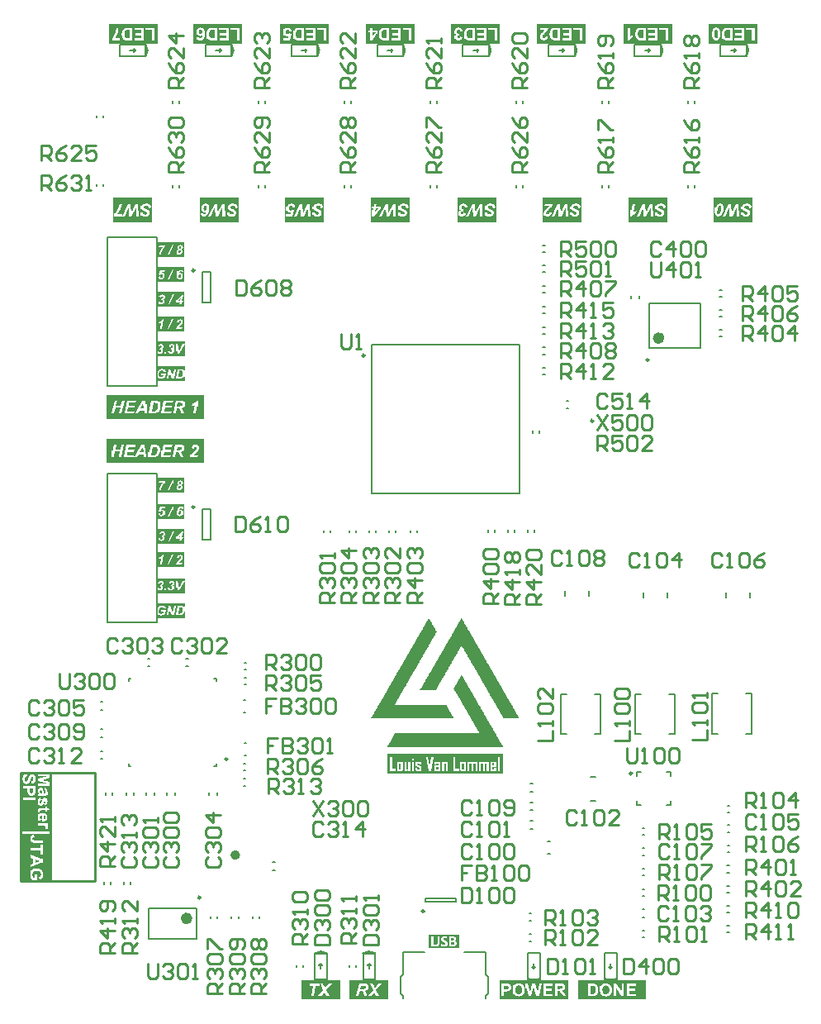
<source format=gto>
G04*
G04 #@! TF.GenerationSoftware,Altium Limited,Altium Designer,20.2.4 (192)*
G04*
G04 Layer_Color=65535*
%FSLAX44Y44*%
%MOMM*%
G71*
G04*
G04 #@! TF.SameCoordinates,1F703A16-312B-4BD4-8826-9FE52E5A98FB*
G04*
G04*
G04 #@! TF.FilePolarity,Positive*
G04*
G01*
G75*
%ADD10C,0.2500*%
%ADD11C,0.6000*%
%ADD12C,0.2540*%
%ADD13C,0.5200*%
%ADD14C,0.2000*%
G36*
X453138Y390769D02*
X453513D01*
Y390394D01*
Y390019D01*
X453888D01*
Y389644D01*
Y389268D01*
X454263D01*
Y388893D01*
X454638D01*
Y388518D01*
Y388143D01*
X455013D01*
Y387768D01*
Y387393D01*
X455388D01*
Y387017D01*
X455764D01*
Y386642D01*
Y386267D01*
X456139D01*
Y385892D01*
Y385517D01*
X456514D01*
Y385141D01*
Y384766D01*
X456889D01*
Y384391D01*
X457264D01*
Y384016D01*
Y383641D01*
X457640D01*
Y383266D01*
Y382891D01*
X458015D01*
Y382515D01*
Y382140D01*
X458390D01*
Y381765D01*
X458765D01*
Y381390D01*
Y381015D01*
X459140D01*
Y380639D01*
Y380264D01*
X459515D01*
Y379889D01*
Y379514D01*
X459891D01*
Y379139D01*
X460266D01*
Y378764D01*
Y378388D01*
X460641D01*
Y378013D01*
Y377638D01*
X461016D01*
Y377263D01*
X461391D01*
Y376888D01*
Y376513D01*
X461766D01*
Y376137D01*
Y375762D01*
X462142D01*
Y375387D01*
Y375012D01*
X462517D01*
Y374637D01*
X462892D01*
Y374262D01*
Y373886D01*
X463267D01*
Y373511D01*
Y373136D01*
X463642D01*
Y372761D01*
Y372386D01*
X464017D01*
Y372010D01*
X464393D01*
Y371635D01*
Y371260D01*
X464768D01*
Y370885D01*
Y370510D01*
X465143D01*
Y370135D01*
X465518D01*
Y369760D01*
Y369384D01*
X465893D01*
Y369009D01*
Y368634D01*
X466268D01*
Y368259D01*
Y367884D01*
X466644D01*
Y367509D01*
X467019D01*
Y367133D01*
Y366758D01*
X467394D01*
Y366383D01*
Y366008D01*
X467769D01*
Y365633D01*
Y365257D01*
X468144D01*
Y364882D01*
X468520D01*
Y364507D01*
Y364132D01*
X468895D01*
Y363757D01*
Y363382D01*
X469270D01*
Y363007D01*
Y362631D01*
X469645D01*
Y362256D01*
X470020D01*
Y361881D01*
Y361506D01*
X470395D01*
Y361131D01*
Y360756D01*
X470770D01*
Y360380D01*
Y360005D01*
X471146D01*
Y359630D01*
X471521D01*
Y359255D01*
Y358880D01*
X471896D01*
Y358504D01*
Y358129D01*
X472271D01*
Y357754D01*
Y357379D01*
X472646D01*
Y357004D01*
X473022D01*
Y356629D01*
Y356253D01*
X473397D01*
Y355878D01*
Y355503D01*
X473772D01*
Y355128D01*
X474147D01*
Y354753D01*
Y354378D01*
X474522D01*
Y354002D01*
Y353627D01*
X474897D01*
Y353252D01*
Y352877D01*
X475272D01*
Y352502D01*
X475648D01*
Y352127D01*
Y351751D01*
X476023D01*
Y351376D01*
Y351001D01*
X476398D01*
Y350626D01*
X476773D01*
Y350251D01*
Y349875D01*
X477148D01*
Y349500D01*
Y349125D01*
X477523D01*
Y348750D01*
Y348375D01*
X477899D01*
Y348000D01*
X478274D01*
Y347625D01*
Y347249D01*
X478649D01*
Y346874D01*
Y346499D01*
X479024D01*
Y346124D01*
Y345749D01*
X479399D01*
Y345373D01*
X479775D01*
Y344998D01*
Y344623D01*
X480150D01*
Y344248D01*
Y343873D01*
X480525D01*
Y343498D01*
X480900D01*
Y343122D01*
Y342747D01*
X481275D01*
Y342372D01*
Y341997D01*
X481650D01*
Y341622D01*
Y341247D01*
X482026D01*
Y340872D01*
X482401D01*
Y340496D01*
Y340121D01*
X482776D01*
Y339746D01*
Y339371D01*
X483151D01*
Y338996D01*
Y338620D01*
X483526D01*
Y338245D01*
X483901D01*
Y337870D01*
Y337495D01*
X484277D01*
Y337120D01*
Y336745D01*
X484652D01*
Y336369D01*
Y335994D01*
X485027D01*
Y335619D01*
X485402D01*
Y335244D01*
Y334869D01*
X485777D01*
Y334493D01*
Y334118D01*
X486152D01*
Y333743D01*
Y333368D01*
X486528D01*
Y332993D01*
X486903D01*
Y332618D01*
Y332243D01*
X487278D01*
Y331867D01*
Y331492D01*
X487653D01*
Y331117D01*
X488028D01*
Y330742D01*
Y330367D01*
X488403D01*
Y329991D01*
Y329616D01*
X488779D01*
Y329241D01*
Y328866D01*
X489154D01*
Y328491D01*
X489529D01*
Y328116D01*
Y327741D01*
X489904D01*
Y327365D01*
Y326990D01*
X490279D01*
Y326615D01*
Y326240D01*
X490654D01*
Y325865D01*
X491030D01*
Y325489D01*
Y325114D01*
X491405D01*
Y324739D01*
Y324364D01*
X491780D01*
Y323989D01*
X492155D01*
Y323614D01*
Y323238D01*
X492530D01*
Y322863D01*
Y322488D01*
X492906D01*
Y322113D01*
Y321738D01*
X493281D01*
Y321363D01*
X493656D01*
Y320987D01*
Y320612D01*
X494031D01*
Y320237D01*
Y319862D01*
X494406D01*
Y319487D01*
Y319112D01*
X494781D01*
Y318736D01*
X495157D01*
Y318361D01*
Y317986D01*
X495532D01*
Y317611D01*
Y317236D01*
X495907D01*
Y316861D01*
Y316485D01*
X496282D01*
Y316110D01*
X496657D01*
Y315735D01*
Y315360D01*
X497032D01*
Y314985D01*
Y314610D01*
X497407D01*
Y314234D01*
X497783D01*
Y313859D01*
Y313484D01*
X498158D01*
Y313109D01*
Y312734D01*
X498533D01*
Y312359D01*
Y311983D01*
X498908D01*
Y311608D01*
X499283D01*
Y311233D01*
Y310858D01*
X499659D01*
Y310483D01*
Y310107D01*
X500034D01*
Y309732D01*
Y309357D01*
X500409D01*
Y308982D01*
X500784D01*
Y308607D01*
Y308232D01*
X501159D01*
Y307857D01*
Y307481D01*
X501534D01*
Y307106D01*
Y306731D01*
X501910D01*
Y306356D01*
X502285D01*
Y305981D01*
Y305606D01*
X502660D01*
Y305230D01*
Y304855D01*
X503035D01*
Y304480D01*
X503410D01*
Y304105D01*
Y303730D01*
X503785D01*
Y303354D01*
Y302979D01*
X504161D01*
Y302604D01*
Y302229D01*
X504536D01*
Y301854D01*
X504911D01*
Y301479D01*
Y301103D01*
X505286D01*
Y300728D01*
Y300353D01*
X505661D01*
Y299978D01*
Y299603D01*
X506036D01*
Y299228D01*
X506412D01*
Y298852D01*
Y298477D01*
X506787D01*
Y298102D01*
Y297727D01*
X507162D01*
Y297352D01*
X507537D01*
Y296977D01*
Y296601D01*
X507912D01*
Y296226D01*
Y295851D01*
X508288D01*
Y295476D01*
Y295101D01*
X508663D01*
Y294726D01*
X509038D01*
Y294350D01*
Y293975D01*
X509413D01*
Y293600D01*
Y293225D01*
X509788D01*
Y292850D01*
Y292475D01*
X510163D01*
Y292099D01*
X510538D01*
Y291724D01*
Y291349D01*
X510914D01*
Y290974D01*
Y290599D01*
X511289D01*
Y290224D01*
Y289848D01*
X511664D01*
Y289473D01*
X512039D01*
Y289098D01*
Y288723D01*
X495907D01*
Y289098D01*
Y289473D01*
X495532D01*
Y289848D01*
X495157D01*
Y290224D01*
Y290599D01*
X494781D01*
Y290974D01*
Y291349D01*
X494406D01*
Y291724D01*
Y292099D01*
X494031D01*
Y292475D01*
X493656D01*
Y292850D01*
Y293225D01*
X493281D01*
Y293600D01*
Y293975D01*
X492906D01*
Y294350D01*
X492530D01*
Y294726D01*
Y295101D01*
X492155D01*
Y295476D01*
Y295851D01*
X491780D01*
Y296226D01*
Y296601D01*
X491405D01*
Y296977D01*
X491030D01*
Y297352D01*
Y297727D01*
X490654D01*
Y298102D01*
Y298477D01*
X490279D01*
Y298852D01*
Y299228D01*
X489904D01*
Y299603D01*
X489529D01*
Y299978D01*
Y300353D01*
X489154D01*
Y300728D01*
Y301103D01*
X488779D01*
Y301479D01*
X488403D01*
Y301854D01*
Y302229D01*
X488028D01*
Y302604D01*
Y302979D01*
X487653D01*
Y303354D01*
Y303730D01*
X487278D01*
Y304105D01*
X486903D01*
Y304480D01*
Y304855D01*
X486528D01*
Y305230D01*
Y305606D01*
X486152D01*
Y305981D01*
Y306356D01*
X485777D01*
Y306731D01*
X485402D01*
Y307106D01*
Y307481D01*
X485027D01*
Y307857D01*
Y308232D01*
X484652D01*
Y308607D01*
X484277D01*
Y308982D01*
Y309357D01*
X483901D01*
Y309732D01*
Y310107D01*
X483526D01*
Y310483D01*
Y310858D01*
X483151D01*
Y311233D01*
X482776D01*
Y311608D01*
Y311983D01*
X482401D01*
Y312359D01*
Y312734D01*
X482026D01*
Y313109D01*
Y313484D01*
X481650D01*
Y313859D01*
X481275D01*
Y314234D01*
Y314610D01*
X480900D01*
Y314985D01*
Y315360D01*
X480525D01*
Y315735D01*
Y316110D01*
X480150D01*
Y316485D01*
X479775D01*
Y316861D01*
Y317236D01*
X479399D01*
Y317611D01*
Y317986D01*
X479024D01*
Y318361D01*
Y318736D01*
X478649D01*
Y319112D01*
X478274D01*
Y319487D01*
Y319862D01*
X477899D01*
Y320237D01*
Y320612D01*
X477523D01*
Y320987D01*
X477148D01*
Y321363D01*
Y321738D01*
X476773D01*
Y322113D01*
Y322488D01*
X476398D01*
Y322863D01*
Y323238D01*
X476023D01*
Y323614D01*
X475648D01*
Y323989D01*
Y324364D01*
X475272D01*
Y324739D01*
Y325114D01*
X474897D01*
Y325489D01*
X474522D01*
Y325865D01*
Y326240D01*
X474147D01*
Y326615D01*
Y326990D01*
X473772D01*
Y327365D01*
Y327741D01*
X473397D01*
Y328116D01*
X473022D01*
Y328491D01*
Y328866D01*
X472646D01*
Y329241D01*
Y329616D01*
X472271D01*
Y329991D01*
Y330367D01*
X471896D01*
Y330742D01*
X471521D01*
Y331117D01*
Y331492D01*
X471146D01*
Y331867D01*
Y332243D01*
X470770D01*
Y332618D01*
Y332993D01*
X470395D01*
Y333368D01*
X470020D01*
Y333743D01*
Y334118D01*
X469645D01*
Y334493D01*
Y334869D01*
X469270D01*
Y335244D01*
X468895D01*
Y335619D01*
Y335994D01*
X468520D01*
Y336369D01*
Y336745D01*
X468144D01*
Y337120D01*
Y337495D01*
X467769D01*
Y337870D01*
Y338245D01*
X467394D01*
Y338620D01*
X467019D01*
Y338996D01*
Y339371D01*
X466644D01*
Y339746D01*
Y340121D01*
X466268D01*
Y340496D01*
X465893D01*
Y340872D01*
Y341247D01*
X465518D01*
Y341622D01*
Y341997D01*
X465143D01*
Y342372D01*
Y342747D01*
X464768D01*
Y343122D01*
X464393D01*
Y343498D01*
Y343873D01*
X464017D01*
Y344248D01*
Y344623D01*
X463642D01*
Y344998D01*
Y345373D01*
X463267D01*
Y345749D01*
X462892D01*
Y346124D01*
Y346499D01*
X462517D01*
Y346874D01*
Y347249D01*
X462142D01*
Y347625D01*
X461766D01*
Y348000D01*
Y348375D01*
X461391D01*
Y348750D01*
Y349125D01*
X461016D01*
Y349500D01*
Y349875D01*
X460641D01*
Y350251D01*
X460266D01*
Y350626D01*
Y351001D01*
X459891D01*
Y351376D01*
Y351751D01*
X459515D01*
Y352127D01*
X459140D01*
Y352502D01*
Y352877D01*
X458765D01*
Y353252D01*
Y353627D01*
X458390D01*
Y354002D01*
Y354378D01*
X458015D01*
Y354753D01*
X457640D01*
Y355128D01*
Y355503D01*
X457264D01*
Y355878D01*
Y356253D01*
X456889D01*
Y356629D01*
Y357004D01*
X456514D01*
Y357379D01*
X456139D01*
Y357754D01*
Y358129D01*
X455764D01*
Y358504D01*
Y358880D01*
X455388D01*
Y359255D01*
Y359630D01*
X455013D01*
Y360005D01*
X454638D01*
Y360380D01*
Y360756D01*
X454263D01*
Y361131D01*
Y361506D01*
X453888D01*
Y361881D01*
X453513D01*
Y362256D01*
Y362631D01*
X452762D01*
Y362256D01*
X452387D01*
Y361881D01*
Y361506D01*
X452012D01*
Y361131D01*
X451637D01*
Y360756D01*
Y360380D01*
X451262D01*
Y360005D01*
Y359630D01*
X450886D01*
Y359255D01*
Y358880D01*
X450511D01*
Y358504D01*
X450136D01*
Y358129D01*
Y357754D01*
X449761D01*
Y357379D01*
Y357004D01*
X449386D01*
Y356629D01*
X449011D01*
Y356253D01*
Y355878D01*
X448635D01*
Y355503D01*
Y355128D01*
X448260D01*
Y354753D01*
Y354378D01*
X447885D01*
Y354002D01*
X447510D01*
Y353627D01*
Y353252D01*
X447135D01*
Y352877D01*
Y352502D01*
X446760D01*
Y352127D01*
Y351751D01*
X446385D01*
Y351376D01*
X446009D01*
Y351001D01*
Y350626D01*
X445634D01*
Y350251D01*
Y349875D01*
X445259D01*
Y349500D01*
X444884D01*
Y349125D01*
Y348750D01*
X444509D01*
Y348375D01*
Y348000D01*
X444133D01*
Y347625D01*
Y347249D01*
X443758D01*
Y346874D01*
X443383D01*
Y346499D01*
Y346124D01*
X443008D01*
Y345749D01*
Y345373D01*
X442633D01*
Y344998D01*
X442258D01*
Y344623D01*
Y344248D01*
X441882D01*
Y343873D01*
Y343498D01*
X441507D01*
Y343122D01*
Y342747D01*
X441132D01*
Y342372D01*
Y341997D01*
X440757D01*
Y341622D01*
X440382D01*
Y341247D01*
Y340872D01*
X440007D01*
Y340496D01*
Y340121D01*
X439631D01*
Y339746D01*
X439256D01*
Y339371D01*
Y338996D01*
X438881D01*
Y338620D01*
Y338245D01*
X438506D01*
Y337870D01*
Y337495D01*
X438131D01*
Y337120D01*
X437756D01*
Y336745D01*
Y336369D01*
X437380D01*
Y335994D01*
Y335619D01*
X437005D01*
Y335244D01*
X436630D01*
Y334869D01*
Y334493D01*
X436255D01*
Y334118D01*
Y333743D01*
X435880D01*
Y333368D01*
Y332993D01*
X435504D01*
Y332618D01*
Y332243D01*
X435129D01*
Y331867D01*
X434754D01*
Y331492D01*
Y331117D01*
X434379D01*
Y330742D01*
Y330367D01*
X434004D01*
Y329991D01*
X433629D01*
Y329616D01*
Y329241D01*
X433254D01*
Y328866D01*
Y328491D01*
X432878D01*
Y328116D01*
Y327741D01*
X432503D01*
Y327365D01*
X432128D01*
Y326990D01*
Y326615D01*
X431753D01*
Y326240D01*
Y325865D01*
X431378D01*
Y325489D01*
Y325114D01*
X431003D01*
Y324739D01*
X430627D01*
Y324364D01*
Y323989D01*
X430252D01*
Y323614D01*
Y323238D01*
X429877D01*
Y322863D01*
X429502D01*
Y322488D01*
Y322113D01*
X429127D01*
Y321738D01*
Y321363D01*
X428751D01*
Y320987D01*
Y320612D01*
X428376D01*
Y320237D01*
X428001D01*
Y319862D01*
Y319487D01*
X427626D01*
Y319112D01*
Y318736D01*
X427251D01*
Y318361D01*
Y317986D01*
X426876D01*
Y317611D01*
X410368D01*
Y317986D01*
X410743D01*
Y318361D01*
X411119D01*
Y318736D01*
Y319112D01*
X411494D01*
Y319487D01*
X411869D01*
Y319862D01*
Y320237D01*
X412244D01*
Y320612D01*
Y320987D01*
X412619D01*
Y321363D01*
X412994D01*
Y321738D01*
Y322113D01*
X413370D01*
Y322488D01*
Y322863D01*
X413745D01*
Y323238D01*
Y323614D01*
X414120D01*
Y323989D01*
Y324364D01*
X414495D01*
Y324739D01*
X414870D01*
Y325114D01*
Y325489D01*
X415245D01*
Y325865D01*
Y326240D01*
X415621D01*
Y326615D01*
X415996D01*
Y326990D01*
Y327365D01*
X416371D01*
Y327741D01*
Y328116D01*
X416746D01*
Y328491D01*
Y328866D01*
X417121D01*
Y329241D01*
X417496D01*
Y329616D01*
Y329991D01*
X417872D01*
Y330367D01*
Y330742D01*
X418247D01*
Y331117D01*
Y331492D01*
X418622D01*
Y331867D01*
X418997D01*
Y332243D01*
Y332618D01*
X419372D01*
Y332993D01*
Y333368D01*
X419747D01*
Y333743D01*
Y334118D01*
X420122D01*
Y334493D01*
X420498D01*
Y334869D01*
Y335244D01*
X420873D01*
Y335619D01*
Y335994D01*
X421248D01*
Y336369D01*
X421623D01*
Y336745D01*
Y337120D01*
X421998D01*
Y337495D01*
Y337870D01*
X422374D01*
Y338245D01*
Y338620D01*
X422749D01*
Y338996D01*
X423124D01*
Y339371D01*
Y339746D01*
X423499D01*
Y340121D01*
Y340496D01*
X423874D01*
Y340872D01*
X424249D01*
Y341247D01*
Y341622D01*
X424625D01*
Y341997D01*
Y342372D01*
X425000D01*
Y342747D01*
Y343122D01*
X425375D01*
Y343498D01*
X425750D01*
Y343873D01*
Y344248D01*
X426125D01*
Y344623D01*
Y344998D01*
X426500D01*
Y345373D01*
Y345749D01*
X426876D01*
Y346124D01*
X427251D01*
Y346499D01*
Y346874D01*
X427626D01*
Y347249D01*
Y347625D01*
X428001D01*
Y348000D01*
X428376D01*
Y348375D01*
Y348750D01*
X428751D01*
Y349125D01*
Y349500D01*
X429127D01*
Y349875D01*
Y350251D01*
X429502D01*
Y350626D01*
Y351001D01*
X429877D01*
Y351376D01*
X430252D01*
Y351751D01*
Y352127D01*
X430627D01*
Y352502D01*
Y352877D01*
X431003D01*
Y353252D01*
Y353627D01*
X431378D01*
Y354002D01*
X431753D01*
Y354378D01*
Y354753D01*
X432128D01*
Y355128D01*
Y355503D01*
X432503D01*
Y355878D01*
X432878D01*
Y356253D01*
Y356629D01*
X433254D01*
Y357004D01*
Y357379D01*
X433629D01*
Y357754D01*
Y358129D01*
X434004D01*
Y358504D01*
X434379D01*
Y358880D01*
Y359255D01*
X434754D01*
Y359630D01*
Y360005D01*
X435129D01*
Y360380D01*
Y360756D01*
X435504D01*
Y361131D01*
X435880D01*
Y361506D01*
Y361881D01*
X436255D01*
Y362256D01*
Y362631D01*
X436630D01*
Y363007D01*
X437005D01*
Y363382D01*
Y363757D01*
X437380D01*
Y364132D01*
Y364507D01*
X437756D01*
Y364882D01*
Y365257D01*
X438131D01*
Y365633D01*
X438506D01*
Y366008D01*
Y366383D01*
X438881D01*
Y366758D01*
Y367133D01*
X439256D01*
Y367509D01*
X439631D01*
Y367884D01*
Y368259D01*
X440007D01*
Y368634D01*
Y369009D01*
X440382D01*
Y369384D01*
Y369760D01*
X440757D01*
Y370135D01*
X441132D01*
Y370510D01*
Y370885D01*
X441507D01*
Y371260D01*
Y371635D01*
X441882D01*
Y372010D01*
Y372386D01*
X442258D01*
Y372761D01*
X442633D01*
Y373136D01*
Y373511D01*
X443008D01*
Y373886D01*
Y374262D01*
X443383D01*
Y374637D01*
Y375012D01*
X443758D01*
Y375387D01*
X444133D01*
Y375762D01*
Y376137D01*
X444509D01*
Y376513D01*
Y376888D01*
X444884D01*
Y377263D01*
Y377638D01*
X445259D01*
Y378013D01*
X445634D01*
Y378388D01*
Y378764D01*
X446009D01*
Y379139D01*
Y379514D01*
X446385D01*
Y379889D01*
Y380264D01*
X446760D01*
Y380639D01*
X447135D01*
Y381015D01*
Y381390D01*
X447510D01*
Y381765D01*
Y382140D01*
X447885D01*
Y382515D01*
X448260D01*
Y382891D01*
Y383266D01*
X448635D01*
Y383641D01*
Y384016D01*
X449011D01*
Y384391D01*
Y384766D01*
X449386D01*
Y385141D01*
X449761D01*
Y385517D01*
Y385892D01*
X450136D01*
Y386267D01*
Y386642D01*
X450511D01*
Y387017D01*
Y387393D01*
X450886D01*
Y387768D01*
X451262D01*
Y388143D01*
Y388518D01*
X451637D01*
Y388893D01*
Y389268D01*
X452012D01*
Y389644D01*
X452387D01*
Y390019D01*
Y390394D01*
X452762D01*
Y390769D01*
Y391144D01*
X453138D01*
Y390769D01*
D02*
G37*
G36*
X419747D02*
Y390394D01*
X420122D01*
Y390019D01*
X420498D01*
Y389644D01*
Y389268D01*
X420873D01*
Y388893D01*
Y388518D01*
X421248D01*
Y388143D01*
Y387768D01*
X421623D01*
Y387393D01*
X421998D01*
Y387017D01*
Y386642D01*
X422374D01*
Y386267D01*
Y385892D01*
X422749D01*
Y385517D01*
Y385141D01*
X423124D01*
Y384766D01*
X423499D01*
Y384391D01*
Y384016D01*
X423874D01*
Y383641D01*
Y383266D01*
X424249D01*
Y382891D01*
X424625D01*
Y382515D01*
Y382140D01*
X425000D01*
Y381765D01*
Y381390D01*
X425375D01*
Y381015D01*
Y380639D01*
X425750D01*
Y380264D01*
X426125D01*
Y379889D01*
Y379514D01*
X426500D01*
Y379139D01*
Y378764D01*
X426876D01*
Y378388D01*
Y378013D01*
X427251D01*
Y377638D01*
X427626D01*
Y377263D01*
Y376888D01*
X427251D01*
Y376513D01*
Y376137D01*
X426876D01*
Y375762D01*
X426500D01*
Y375387D01*
Y375012D01*
X426125D01*
Y374637D01*
Y374262D01*
X425750D01*
Y373886D01*
Y373511D01*
X425375D01*
Y373136D01*
X425000D01*
Y372761D01*
Y372386D01*
X424625D01*
Y372010D01*
Y371635D01*
X424249D01*
Y371260D01*
Y370885D01*
X423874D01*
Y370510D01*
X423499D01*
Y370135D01*
Y369760D01*
X423124D01*
Y369384D01*
Y369009D01*
X422749D01*
Y368634D01*
Y368259D01*
X422374D01*
Y367884D01*
X421998D01*
Y367509D01*
Y367133D01*
X421623D01*
Y366758D01*
Y366383D01*
X421248D01*
Y366008D01*
X420873D01*
Y365633D01*
Y365257D01*
X420498D01*
Y364882D01*
Y364507D01*
X420122D01*
Y364132D01*
Y363757D01*
X419747D01*
Y363382D01*
X419372D01*
Y363007D01*
Y362631D01*
X418997D01*
Y362256D01*
Y361881D01*
X418622D01*
Y361506D01*
X418247D01*
Y361131D01*
Y360756D01*
X417872D01*
Y360380D01*
Y360005D01*
X417496D01*
Y359630D01*
Y359255D01*
X417121D01*
Y358880D01*
X416746D01*
Y358504D01*
Y358129D01*
X416371D01*
Y357754D01*
Y357379D01*
X415996D01*
Y357004D01*
Y356629D01*
X415621D01*
Y356253D01*
X415245D01*
Y355878D01*
Y355503D01*
X414870D01*
Y355128D01*
Y354753D01*
X414495D01*
Y354378D01*
Y354002D01*
X414120D01*
Y353627D01*
X413745D01*
Y353252D01*
Y352877D01*
X413370D01*
Y352502D01*
Y352127D01*
X412994D01*
Y351751D01*
Y351376D01*
X412619D01*
Y351001D01*
X412244D01*
Y350626D01*
Y350251D01*
X411869D01*
Y349875D01*
Y349500D01*
X411494D01*
Y349125D01*
Y348750D01*
X411119D01*
Y348375D01*
X410743D01*
Y348000D01*
Y347625D01*
X410368D01*
Y347249D01*
Y346874D01*
X409993D01*
Y346499D01*
X409618D01*
Y346124D01*
Y345749D01*
X409243D01*
Y345373D01*
Y344998D01*
X408867D01*
Y344623D01*
Y344248D01*
X408492D01*
Y343873D01*
X408117D01*
Y343498D01*
Y343122D01*
X407742D01*
Y342747D01*
Y342372D01*
X407367D01*
Y341997D01*
Y341622D01*
X406992D01*
Y341247D01*
X406617D01*
Y340872D01*
Y340496D01*
X406241D01*
Y340121D01*
Y339746D01*
X405866D01*
Y339371D01*
X405491D01*
Y338996D01*
Y338620D01*
X405116D01*
Y338245D01*
Y337870D01*
X404741D01*
Y337495D01*
Y337120D01*
X404366D01*
Y336745D01*
X403990D01*
Y336369D01*
Y335994D01*
X403615D01*
Y335619D01*
Y335244D01*
X403240D01*
Y334869D01*
X402865D01*
Y334493D01*
Y334118D01*
X402490D01*
Y333743D01*
Y333368D01*
X402114D01*
Y332993D01*
Y332618D01*
X401739D01*
Y332243D01*
X401364D01*
Y331867D01*
Y331492D01*
X400989D01*
Y331117D01*
Y330742D01*
X400614D01*
Y330367D01*
Y329991D01*
X400238D01*
Y329616D01*
X399863D01*
Y329241D01*
Y328866D01*
X399488D01*
Y328491D01*
Y328116D01*
X399113D01*
Y327741D01*
Y327365D01*
X398738D01*
Y326990D01*
X398363D01*
Y326615D01*
Y326240D01*
X397988D01*
Y325865D01*
Y325489D01*
X397612D01*
Y325114D01*
Y324739D01*
X397237D01*
Y324364D01*
X396862D01*
Y323989D01*
Y323614D01*
X396487D01*
Y323238D01*
Y322863D01*
X396112D01*
Y322488D01*
Y322113D01*
X395737D01*
Y321738D01*
X395361D01*
Y321363D01*
Y320987D01*
X394986D01*
Y320612D01*
Y320237D01*
X394611D01*
Y319862D01*
X394236D01*
Y319487D01*
Y319112D01*
X393861D01*
Y318736D01*
Y318361D01*
X393485D01*
Y317986D01*
Y317611D01*
X393110D01*
Y317236D01*
X392735D01*
Y316861D01*
Y316485D01*
X392360D01*
Y316110D01*
Y315735D01*
X391985D01*
Y315360D01*
Y314985D01*
X391610D01*
Y314610D01*
X391235D01*
Y314234D01*
Y313859D01*
X390859D01*
Y313484D01*
Y313109D01*
X390484D01*
Y312734D01*
X390109D01*
Y312359D01*
Y311983D01*
X389734D01*
Y311608D01*
Y311233D01*
X389359D01*
Y310858D01*
Y310483D01*
X388983D01*
Y310107D01*
X388608D01*
Y309732D01*
Y309357D01*
X388233D01*
Y308982D01*
Y308607D01*
X387858D01*
Y308232D01*
X387483D01*
Y307857D01*
Y307481D01*
X387108D01*
Y307106D01*
Y306731D01*
X386732D01*
Y306356D01*
Y305981D01*
X386357D01*
Y305606D01*
Y305230D01*
X385982D01*
Y304855D01*
X385607D01*
Y304480D01*
Y304105D01*
X385232D01*
Y303730D01*
Y303354D01*
X384857D01*
Y302979D01*
Y302604D01*
X437380D01*
Y302229D01*
Y301854D01*
X437756D01*
Y301479D01*
Y301103D01*
X438131D01*
Y300728D01*
Y300353D01*
X438506D01*
Y299978D01*
X438881D01*
Y299603D01*
Y299228D01*
X439256D01*
Y298852D01*
Y298477D01*
X439631D01*
Y298102D01*
Y297727D01*
X440007D01*
Y297352D01*
X440382D01*
Y296977D01*
Y296601D01*
X440757D01*
Y296226D01*
Y295851D01*
X441132D01*
Y295476D01*
Y295101D01*
X441507D01*
Y294726D01*
X441882D01*
Y294350D01*
Y293975D01*
X442258D01*
Y293600D01*
Y293225D01*
X442633D01*
Y292850D01*
Y292475D01*
X443008D01*
Y292099D01*
X443383D01*
Y291724D01*
Y291349D01*
X443758D01*
Y290974D01*
Y290599D01*
X444133D01*
Y290224D01*
X444509D01*
Y289848D01*
Y289473D01*
X444884D01*
Y289098D01*
Y288723D01*
X360471D01*
Y289098D01*
Y289473D01*
X360846D01*
Y289848D01*
X361221D01*
Y290224D01*
Y290599D01*
X361596D01*
Y290974D01*
Y291349D01*
X361971D01*
Y291724D01*
Y292099D01*
X362346D01*
Y292475D01*
X362722D01*
Y292850D01*
Y293225D01*
X363097D01*
Y293600D01*
Y293975D01*
X363472D01*
Y294350D01*
X363847D01*
Y294726D01*
Y295101D01*
X364222D01*
Y295476D01*
Y295851D01*
X364597D01*
Y296226D01*
Y296601D01*
X364973D01*
Y296977D01*
X365348D01*
Y297352D01*
Y297727D01*
X365723D01*
Y298102D01*
Y298477D01*
X366098D01*
Y298852D01*
Y299228D01*
X366473D01*
Y299603D01*
X366848D01*
Y299978D01*
Y300353D01*
X367224D01*
Y300728D01*
Y301103D01*
X367599D01*
Y301479D01*
Y301854D01*
X367974D01*
Y302229D01*
X368349D01*
Y302604D01*
Y302979D01*
X368724D01*
Y303354D01*
Y303730D01*
X369100D01*
Y304105D01*
X369475D01*
Y304480D01*
Y304855D01*
X369850D01*
Y305230D01*
Y305606D01*
X370225D01*
Y305981D01*
Y306356D01*
X370600D01*
Y306731D01*
X370975D01*
Y307106D01*
Y307481D01*
X371351D01*
Y307857D01*
Y308232D01*
X371726D01*
Y308607D01*
Y308982D01*
X372101D01*
Y309357D01*
X372476D01*
Y309732D01*
Y310107D01*
X372851D01*
Y310483D01*
Y310858D01*
X373226D01*
Y311233D01*
Y311608D01*
X373602D01*
Y311983D01*
X373977D01*
Y312359D01*
Y312734D01*
X374352D01*
Y313109D01*
Y313484D01*
X374727D01*
Y313859D01*
Y314234D01*
X375102D01*
Y314610D01*
X375477D01*
Y314985D01*
Y315360D01*
X375853D01*
Y315735D01*
Y316110D01*
X376228D01*
Y316485D01*
X376603D01*
Y316861D01*
Y317236D01*
X376978D01*
Y317611D01*
Y317986D01*
X377353D01*
Y318361D01*
Y318736D01*
X377728D01*
Y319112D01*
X378104D01*
Y319487D01*
Y319862D01*
X378479D01*
Y320237D01*
Y320612D01*
X378854D01*
Y320987D01*
Y321363D01*
X379229D01*
Y321738D01*
X379604D01*
Y322113D01*
Y322488D01*
X379979D01*
Y322863D01*
Y323238D01*
X380355D01*
Y323614D01*
Y323989D01*
X380730D01*
Y324364D01*
X381105D01*
Y324739D01*
Y325114D01*
X381480D01*
Y325489D01*
Y325865D01*
X381855D01*
Y326240D01*
X382230D01*
Y326615D01*
Y326990D01*
X382606D01*
Y327365D01*
Y327741D01*
X382981D01*
Y328116D01*
Y328491D01*
X383356D01*
Y328866D01*
X383731D01*
Y329241D01*
Y329616D01*
X384106D01*
Y329991D01*
Y330367D01*
X384481D01*
Y330742D01*
X384857D01*
Y331117D01*
Y331492D01*
X385232D01*
Y331867D01*
Y332243D01*
X385607D01*
Y332618D01*
Y332993D01*
X385982D01*
Y333368D01*
X386357D01*
Y333743D01*
Y334118D01*
X386732D01*
Y334493D01*
Y334869D01*
X387108D01*
Y335244D01*
Y335619D01*
X387483D01*
Y335994D01*
X387858D01*
Y336369D01*
Y336745D01*
X388233D01*
Y337120D01*
Y337495D01*
X388608D01*
Y337870D01*
Y338245D01*
X388983D01*
Y338620D01*
X389359D01*
Y338996D01*
Y339371D01*
X389734D01*
Y339746D01*
Y340121D01*
X390109D01*
Y340496D01*
X390484D01*
Y340872D01*
Y341247D01*
X390859D01*
Y341622D01*
Y341997D01*
X391235D01*
Y342372D01*
Y342747D01*
X391610D01*
Y343122D01*
X391985D01*
Y343498D01*
Y343873D01*
X392360D01*
Y344248D01*
Y344623D01*
X392735D01*
Y344998D01*
Y345373D01*
X393110D01*
Y345749D01*
X393485D01*
Y346124D01*
Y346499D01*
X393861D01*
Y346874D01*
Y347249D01*
X394236D01*
Y347625D01*
Y348000D01*
X394611D01*
Y348375D01*
X394986D01*
Y348750D01*
Y349125D01*
X395361D01*
Y349500D01*
Y349875D01*
X395737D01*
Y350251D01*
Y350626D01*
X396112D01*
Y351001D01*
X396487D01*
Y351376D01*
Y351751D01*
X396862D01*
Y352127D01*
Y352502D01*
X397237D01*
Y352877D01*
X397612D01*
Y353252D01*
Y353627D01*
X397988D01*
Y354002D01*
Y354378D01*
X398363D01*
Y354753D01*
Y355128D01*
X398738D01*
Y355503D01*
X399113D01*
Y355878D01*
Y356253D01*
X399488D01*
Y356629D01*
Y357004D01*
X399863D01*
Y357379D01*
X400238D01*
Y357754D01*
Y358129D01*
X400614D01*
Y358504D01*
Y358880D01*
X400989D01*
Y359255D01*
Y359630D01*
X401364D01*
Y360005D01*
X401739D01*
Y360380D01*
Y360756D01*
X402114D01*
Y361131D01*
Y361506D01*
X402490D01*
Y361881D01*
Y362256D01*
X402865D01*
Y362631D01*
X403240D01*
Y363007D01*
Y363382D01*
X403615D01*
Y363757D01*
Y364132D01*
X403990D01*
Y364507D01*
Y364882D01*
X404366D01*
Y365257D01*
X404741D01*
Y365633D01*
Y366008D01*
X405116D01*
Y366383D01*
Y366758D01*
X405491D01*
Y367133D01*
X405866D01*
Y367509D01*
Y367884D01*
X406241D01*
Y368259D01*
Y368634D01*
X406617D01*
Y369009D01*
Y369384D01*
X406992D01*
Y369760D01*
Y370135D01*
X407367D01*
Y370510D01*
X407742D01*
Y370885D01*
Y371260D01*
X408117D01*
Y371635D01*
Y372010D01*
X408492D01*
Y372386D01*
X408867D01*
Y372761D01*
Y373136D01*
X409243D01*
Y373511D01*
Y373886D01*
X409618D01*
Y374262D01*
Y374637D01*
X409993D01*
Y375012D01*
X410368D01*
Y375387D01*
Y375762D01*
X410743D01*
Y376137D01*
Y376513D01*
X411119D01*
Y376888D01*
X411494D01*
Y377263D01*
Y377638D01*
X411869D01*
Y378013D01*
Y378388D01*
X412244D01*
Y378764D01*
Y379139D01*
X412619D01*
Y379514D01*
X412994D01*
Y379889D01*
Y380264D01*
X413370D01*
Y380639D01*
Y381015D01*
X413745D01*
Y381390D01*
Y381765D01*
X414120D01*
Y382140D01*
X414495D01*
Y382515D01*
Y382891D01*
X414870D01*
Y383266D01*
Y383641D01*
X415245D01*
Y384016D01*
X415621D01*
Y384391D01*
Y384766D01*
X415996D01*
Y385141D01*
Y385517D01*
X416371D01*
Y385892D01*
Y386267D01*
X416746D01*
Y386642D01*
Y387017D01*
X417121D01*
Y387393D01*
X417496D01*
Y387768D01*
Y388143D01*
X417872D01*
Y388518D01*
Y388893D01*
X418247D01*
Y389268D01*
X418622D01*
Y389644D01*
Y390019D01*
X418997D01*
Y390394D01*
Y390769D01*
X419372D01*
Y391144D01*
X419747D01*
Y390769D01*
D02*
G37*
G36*
X453138Y332618D02*
X453513D01*
Y332243D01*
Y331867D01*
X453888D01*
Y331492D01*
X454263D01*
Y331117D01*
Y330742D01*
X454638D01*
Y330367D01*
Y329991D01*
X455013D01*
Y329616D01*
Y329241D01*
X455388D01*
Y328866D01*
X455764D01*
Y328491D01*
Y328116D01*
X456139D01*
Y327741D01*
Y327365D01*
X456514D01*
Y326990D01*
X456889D01*
Y326615D01*
Y326240D01*
X457264D01*
Y325865D01*
Y325489D01*
X457640D01*
Y325114D01*
Y324739D01*
X458015D01*
Y324364D01*
X458390D01*
Y323989D01*
Y323614D01*
X458765D01*
Y323238D01*
Y322863D01*
X459140D01*
Y322488D01*
Y322113D01*
X459515D01*
Y321738D01*
X459891D01*
Y321363D01*
Y320987D01*
X460266D01*
Y320612D01*
Y320237D01*
X460641D01*
Y319862D01*
Y319487D01*
X461016D01*
Y319112D01*
X461391D01*
Y318736D01*
Y318361D01*
X461766D01*
Y317986D01*
Y317611D01*
X462142D01*
Y317236D01*
Y316861D01*
X462517D01*
Y316485D01*
X462892D01*
Y316110D01*
Y315735D01*
X463267D01*
Y315360D01*
Y314985D01*
X463642D01*
Y314610D01*
X464017D01*
Y314234D01*
Y313859D01*
X464393D01*
Y313484D01*
Y313109D01*
X464768D01*
Y312734D01*
Y312359D01*
X465143D01*
Y311983D01*
X465518D01*
Y311608D01*
Y311233D01*
X465893D01*
Y310858D01*
Y310483D01*
X466268D01*
Y310107D01*
X466644D01*
Y309732D01*
Y309357D01*
X467019D01*
Y308982D01*
Y308607D01*
X467394D01*
Y308232D01*
Y307857D01*
X467769D01*
Y307481D01*
X468144D01*
Y307106D01*
Y306731D01*
X468520D01*
Y306356D01*
Y305981D01*
X468895D01*
Y305606D01*
Y305230D01*
X469270D01*
Y304855D01*
X469645D01*
Y304480D01*
Y304105D01*
X470020D01*
Y303730D01*
Y303354D01*
X470395D01*
Y302979D01*
Y302604D01*
X470770D01*
Y302229D01*
X471146D01*
Y301854D01*
Y301479D01*
X471521D01*
Y301103D01*
Y300728D01*
X471896D01*
Y300353D01*
X472271D01*
Y299978D01*
Y299603D01*
X472646D01*
Y299228D01*
Y298852D01*
X473022D01*
Y298477D01*
Y298102D01*
X473397D01*
Y297727D01*
X473772D01*
Y297352D01*
Y296977D01*
X474147D01*
Y296601D01*
Y296226D01*
X474522D01*
Y295851D01*
Y295476D01*
X474897D01*
Y295101D01*
X475272D01*
Y294726D01*
Y294350D01*
X475648D01*
Y293975D01*
Y293600D01*
X476023D01*
Y293225D01*
Y292850D01*
X476398D01*
Y292475D01*
X476773D01*
Y292099D01*
Y291724D01*
X477148D01*
Y291349D01*
Y290974D01*
X477523D01*
Y290599D01*
Y290224D01*
X477899D01*
Y289848D01*
X478274D01*
Y289473D01*
Y289098D01*
X478649D01*
Y288723D01*
Y288348D01*
X479024D01*
Y287973D01*
X479399D01*
Y287597D01*
Y287222D01*
X479775D01*
Y286847D01*
Y286472D01*
X480150D01*
Y286097D01*
Y285721D01*
X480525D01*
Y285346D01*
X480900D01*
Y284971D01*
Y284596D01*
X481275D01*
Y284221D01*
Y283846D01*
X481650D01*
Y283470D01*
Y283095D01*
X482026D01*
Y282720D01*
X482401D01*
Y282345D01*
Y281970D01*
X482776D01*
Y281595D01*
Y281219D01*
X483151D01*
Y280844D01*
X483526D01*
Y280469D01*
Y280094D01*
X483901D01*
Y279719D01*
Y279344D01*
X484277D01*
Y278968D01*
Y278593D01*
X484652D01*
Y278218D01*
X485027D01*
Y277843D01*
Y277468D01*
X485402D01*
Y277093D01*
Y276717D01*
X485777D01*
Y276342D01*
Y275967D01*
X486152D01*
Y275592D01*
X486528D01*
Y275217D01*
Y274842D01*
X486903D01*
Y274466D01*
Y274091D01*
X487278D01*
Y273716D01*
Y273341D01*
X487653D01*
Y272966D01*
X488028D01*
Y272591D01*
Y272215D01*
X488403D01*
Y271840D01*
Y271465D01*
X488779D01*
Y271090D01*
Y270715D01*
X489154D01*
Y270340D01*
X489529D01*
Y269964D01*
Y269589D01*
X489904D01*
Y269214D01*
Y268839D01*
X490279D01*
Y268464D01*
X490654D01*
Y268088D01*
Y267713D01*
X491030D01*
Y267338D01*
Y266963D01*
X491405D01*
Y266588D01*
Y266213D01*
X491780D01*
Y265837D01*
X492155D01*
Y265462D01*
Y265087D01*
X492530D01*
Y264712D01*
Y264337D01*
X492906D01*
Y263962D01*
Y263587D01*
X493281D01*
Y263211D01*
X493656D01*
Y262836D01*
Y262461D01*
X494031D01*
Y262086D01*
Y261711D01*
X494406D01*
Y261335D01*
X494781D01*
Y260960D01*
Y260585D01*
X495157D01*
Y260210D01*
Y259835D01*
X495532D01*
Y259460D01*
X376978D01*
Y259835D01*
X377353D01*
Y260210D01*
Y260585D01*
X377728D01*
Y260960D01*
Y261335D01*
X378104D01*
Y261711D01*
X378479D01*
Y262086D01*
Y262461D01*
X378854D01*
Y262836D01*
Y263211D01*
X379229D01*
Y263587D01*
X379604D01*
Y263962D01*
Y264337D01*
X379979D01*
Y264712D01*
Y265087D01*
X380355D01*
Y265462D01*
Y265837D01*
X380730D01*
Y266213D01*
X381105D01*
Y266588D01*
Y266963D01*
X381480D01*
Y267338D01*
Y267713D01*
X381855D01*
Y268088D01*
X382230D01*
Y268464D01*
Y268839D01*
X382606D01*
Y269214D01*
Y269589D01*
X382981D01*
Y269964D01*
Y270340D01*
X383356D01*
Y270715D01*
X383731D01*
Y271090D01*
Y271465D01*
X384106D01*
Y271840D01*
Y272215D01*
X384481D01*
Y272591D01*
Y272966D01*
X384857D01*
Y273341D01*
X471146D01*
Y273716D01*
Y274091D01*
X470770D01*
Y274466D01*
Y274842D01*
X470395D01*
Y275217D01*
Y275592D01*
X470020D01*
Y275967D01*
X469645D01*
Y276342D01*
Y276717D01*
X469270D01*
Y277093D01*
Y277468D01*
X468895D01*
Y277843D01*
X468520D01*
Y278218D01*
Y278593D01*
X468144D01*
Y278968D01*
Y279344D01*
X467769D01*
Y279719D01*
Y280094D01*
X467394D01*
Y280469D01*
X467019D01*
Y280844D01*
Y281219D01*
X466644D01*
Y281595D01*
Y281970D01*
X466268D01*
Y282345D01*
Y282720D01*
X465893D01*
Y283095D01*
X465518D01*
Y283470D01*
Y283846D01*
X465143D01*
Y284221D01*
Y284596D01*
X464768D01*
Y284971D01*
X464393D01*
Y285346D01*
Y285721D01*
X464017D01*
Y286097D01*
Y286472D01*
X463642D01*
Y286847D01*
Y287222D01*
X463267D01*
Y287597D01*
X462892D01*
Y287973D01*
Y288348D01*
X462517D01*
Y288723D01*
Y289098D01*
X462142D01*
Y289473D01*
Y289848D01*
X461766D01*
Y290224D01*
X461391D01*
Y290599D01*
Y290974D01*
X461016D01*
Y291349D01*
Y291724D01*
X460641D01*
Y292099D01*
X460266D01*
Y292475D01*
Y292850D01*
X459891D01*
Y293225D01*
Y293600D01*
X459515D01*
Y293975D01*
Y294350D01*
X459140D01*
Y294726D01*
X458765D01*
Y295101D01*
Y295476D01*
X458390D01*
Y295851D01*
Y296226D01*
X458015D01*
Y296601D01*
Y296977D01*
X457640D01*
Y297352D01*
X457264D01*
Y297727D01*
Y298102D01*
X456889D01*
Y298477D01*
Y298852D01*
X456514D01*
Y299228D01*
Y299603D01*
X456139D01*
Y299978D01*
X455764D01*
Y300353D01*
Y300728D01*
X455388D01*
Y301103D01*
Y301479D01*
X455013D01*
Y301854D01*
Y302229D01*
X454638D01*
Y302604D01*
X454263D01*
Y302979D01*
Y303354D01*
X453888D01*
Y303730D01*
Y304105D01*
X453513D01*
Y304480D01*
X453138D01*
Y304855D01*
Y305230D01*
X452762D01*
Y305606D01*
Y305981D01*
X452387D01*
Y306356D01*
Y306731D01*
X452012D01*
Y307106D01*
X451637D01*
Y307481D01*
Y307857D01*
X451262D01*
Y308232D01*
Y308607D01*
X450886D01*
Y308982D01*
Y309357D01*
X450511D01*
Y309732D01*
X450136D01*
Y310107D01*
Y310483D01*
X449761D01*
Y310858D01*
Y311233D01*
X449386D01*
Y311608D01*
X449011D01*
Y311983D01*
Y312359D01*
X448635D01*
Y312734D01*
Y313109D01*
X448260D01*
Y313484D01*
Y313859D01*
X447885D01*
Y314234D01*
X447510D01*
Y314610D01*
Y314985D01*
X447135D01*
Y315360D01*
Y315735D01*
X446760D01*
Y316110D01*
Y316485D01*
X446385D01*
Y316861D01*
X446009D01*
Y317236D01*
Y317611D01*
X445634D01*
Y317986D01*
Y318361D01*
X445259D01*
Y318736D01*
X444884D01*
Y319112D01*
X445259D01*
Y319487D01*
Y319862D01*
X445634D01*
Y320237D01*
X446009D01*
Y320612D01*
Y320987D01*
X446385D01*
Y321363D01*
Y321738D01*
X446760D01*
Y322113D01*
Y322488D01*
X447135D01*
Y322863D01*
X447510D01*
Y323238D01*
Y323614D01*
X447885D01*
Y323989D01*
Y324364D01*
X448260D01*
Y324739D01*
Y325114D01*
X448635D01*
Y325489D01*
X449011D01*
Y325865D01*
Y326240D01*
X449386D01*
Y326615D01*
Y326990D01*
X449761D01*
Y327365D01*
X450136D01*
Y327741D01*
Y328116D01*
X450511D01*
Y328491D01*
Y328866D01*
X450886D01*
Y329241D01*
Y329616D01*
X451262D01*
Y329991D01*
X451637D01*
Y330367D01*
Y330742D01*
X452012D01*
Y331117D01*
Y331492D01*
X452387D01*
Y331867D01*
Y332243D01*
X452762D01*
Y332618D01*
Y332993D01*
X453138D01*
Y332618D01*
D02*
G37*
G36*
X169050Y684918D02*
X141050D01*
Y699918D01*
X169050D01*
Y684918D01*
D02*
G37*
G36*
X189001Y549999D02*
X89001D01*
Y574999D01*
X189001D01*
Y549999D01*
D02*
G37*
G36*
X642170Y428D02*
X572170D01*
Y20428D01*
X642170D01*
Y428D01*
D02*
G37*
G36*
X169050Y710318D02*
X141050D01*
Y725318D01*
X169050D01*
Y710318D01*
D02*
G37*
G36*
Y519818D02*
X141050D01*
Y534818D01*
X169050D01*
Y519818D01*
D02*
G37*
G36*
Y443618D02*
X141050D01*
Y458618D01*
X169050D01*
Y443618D01*
D02*
G37*
G36*
X495554Y231998D02*
X376682D01*
Y251998D01*
X495554D01*
Y231998D01*
D02*
G37*
G36*
X756630Y979598D02*
X706630D01*
Y999598D01*
X756630D01*
Y979598D01*
D02*
G37*
G36*
X751630Y796758D02*
X711630D01*
Y821758D01*
X751630D01*
Y796758D01*
D02*
G37*
G36*
X580100Y979598D02*
X530100D01*
Y999598D01*
X580100D01*
Y979598D01*
D02*
G37*
G36*
X378251Y428D02*
X338251D01*
Y20428D01*
X378251D01*
Y428D01*
D02*
G37*
G36*
X169050Y735718D02*
X141050D01*
Y750718D01*
X169050D01*
Y735718D01*
D02*
G37*
G36*
X317210Y979598D02*
X267210D01*
Y999598D01*
X317210D01*
Y979598D01*
D02*
G37*
G36*
X169050Y493148D02*
X141050D01*
Y508148D01*
X169050D01*
Y493148D01*
D02*
G37*
G36*
X312210Y796758D02*
X272210D01*
Y821758D01*
X312210D01*
Y796758D01*
D02*
G37*
G36*
X399840D02*
X359840D01*
Y821758D01*
X399840D01*
Y796758D01*
D02*
G37*
G36*
X328720Y428D02*
X288720D01*
Y20428D01*
X328720D01*
Y428D01*
D02*
G37*
G36*
X144642Y671921D02*
X144420Y671893D01*
X144198Y671851D01*
X143990Y671796D01*
X143616Y671657D01*
X143463Y671588D01*
X143311Y671505D01*
X143172Y671422D01*
X143047Y671352D01*
X142950Y671269D01*
X142853Y671214D01*
X142798Y671158D01*
X142742Y671116D01*
X142715Y671089D01*
X142701Y671075D01*
X142493Y670839D01*
X142312Y670575D01*
X142160Y670312D01*
X142035Y670049D01*
X141938Y669813D01*
X141896Y669716D01*
X141855Y669632D01*
X141827Y669549D01*
X141813Y669494D01*
X141799Y669466D01*
Y669452D01*
X143519Y669119D01*
X143588Y669369D01*
X143671Y669577D01*
X143755Y669757D01*
X143838Y669896D01*
X143907Y669993D01*
X143963Y670076D01*
X144004Y670118D01*
X144018Y670132D01*
X144143Y670229D01*
X144268Y670312D01*
X144393Y670368D01*
X144503Y670395D01*
X144601Y670423D01*
X144670Y670437D01*
X144739D01*
X144892Y670423D01*
X145030Y670395D01*
X145141Y670354D01*
X145252Y670298D01*
X145322Y670243D01*
X145391Y670201D01*
X145419Y670173D01*
X145433Y670160D01*
X145530Y670049D01*
X145599Y669924D01*
X145641Y669799D01*
X145682Y669688D01*
X145696Y669577D01*
X145710Y669494D01*
Y669438D01*
Y669411D01*
X145696Y669175D01*
X145655Y668967D01*
X145585Y668786D01*
X145516Y668634D01*
X145433Y668509D01*
X145377Y668426D01*
X145322Y668371D01*
X145308Y668357D01*
X145141Y668232D01*
X144961Y668135D01*
X144781Y668079D01*
X144601Y668024D01*
X144434Y667996D01*
X144296Y667982D01*
X143976D01*
X143658Y666429D01*
X143769Y666443D01*
X143866Y666457D01*
X143949D01*
X144157Y666443D01*
X144337Y666401D01*
X144503Y666346D01*
X144628Y666290D01*
X144739Y666221D01*
X144809Y666165D01*
X144864Y666124D01*
X144878Y666110D01*
X144989Y665971D01*
X145072Y665819D01*
X145141Y665666D01*
X145183Y665514D01*
X145211Y665375D01*
X145225Y665264D01*
Y665195D01*
Y665181D01*
Y665167D01*
X145211Y664931D01*
X145155Y664709D01*
X145086Y664515D01*
X145017Y664362D01*
X144933Y664224D01*
X144864Y664141D01*
X144809Y664071D01*
X144795Y664057D01*
X144628Y663919D01*
X144448Y663808D01*
X144268Y663738D01*
X144101Y663683D01*
X143949Y663655D01*
X143838Y663641D01*
X143755Y663627D01*
X143727D01*
X143560Y663641D01*
X143408Y663669D01*
X143269Y663725D01*
X143158Y663780D01*
X143075Y663822D01*
X143006Y663877D01*
X142964Y663905D01*
X142950Y663919D01*
X142853Y664044D01*
X142770Y664210D01*
X142701Y664390D01*
X142645Y664557D01*
X142604Y664723D01*
X142576Y664862D01*
X142562Y664917D01*
X142548Y664959D01*
Y664973D01*
Y664987D01*
X140745Y664765D01*
X140787Y664529D01*
X140828Y664321D01*
X140898Y664113D01*
X140967Y663919D01*
X141036Y663738D01*
X141120Y663586D01*
X141203Y663433D01*
X141286Y663308D01*
X141369Y663184D01*
X141439Y663087D01*
X141508Y662990D01*
X141577Y662920D01*
X141633Y662865D01*
X141674Y662823D01*
X141688Y662809D01*
X141702Y662795D01*
X141855Y662671D01*
X142021Y662573D01*
X142188Y662476D01*
X142354Y662393D01*
X142687Y662268D01*
X143006Y662185D01*
X143144Y662157D01*
X143283Y662144D01*
X143408Y662130D01*
X143505Y662116D01*
X143602Y662102D01*
X140745D01*
Y671935D01*
X144878D01*
X144642Y671921D01*
D02*
G37*
G36*
X169356Y659518D02*
X140745D01*
Y662102D01*
X147582D01*
D01*
X143713D01*
X144004Y662116D01*
X144296Y662157D01*
X144559Y662213D01*
X144809Y662296D01*
X145044Y662379D01*
X145266Y662490D01*
X145460Y662601D01*
X145641Y662712D01*
X145807Y662823D01*
X145946Y662934D01*
X146071Y663045D01*
X146182Y663128D01*
X146251Y663211D01*
X146320Y663267D01*
X146348Y663308D01*
X146362Y663322D01*
X146501Y663489D01*
X146611Y663655D01*
X146722Y663836D01*
X146806Y664002D01*
X146944Y664335D01*
X147028Y664640D01*
X147055Y664765D01*
X147083Y664890D01*
X147097Y665000D01*
X147111Y665098D01*
X147125Y665181D01*
Y665236D01*
Y665264D01*
Y665278D01*
X147111Y665486D01*
X147083Y665680D01*
X147028Y665860D01*
X146986Y666027D01*
X146931Y666152D01*
X146875Y666263D01*
X146847Y666318D01*
X146833Y666346D01*
X146709Y666526D01*
X146570Y666692D01*
X146417Y666831D01*
X146279Y666956D01*
X146140Y667053D01*
X146029Y667122D01*
X145960Y667164D01*
X145946Y667178D01*
X145932D01*
X146209Y667303D01*
X146445Y667427D01*
X146653Y667580D01*
X146819Y667732D01*
X146958Y667857D01*
X147055Y667968D01*
X147125Y668038D01*
X147139Y668065D01*
X147291Y668301D01*
X147402Y668537D01*
X147471Y668759D01*
X147527Y668981D01*
X147555Y669161D01*
X147582Y669300D01*
Y669425D01*
X147568Y669619D01*
X147555Y669799D01*
X147471Y670132D01*
X147360Y670437D01*
X147236Y670686D01*
X147111Y670894D01*
X147055Y670978D01*
X147000Y671061D01*
X146958Y671116D01*
X146917Y671158D01*
X146903Y671172D01*
X146889Y671186D01*
X146750Y671324D01*
X146598Y671435D01*
X146445Y671533D01*
X146279Y671616D01*
X145946Y671754D01*
X145627Y671838D01*
X145336Y671893D01*
X145211Y671907D01*
X145100Y671921D01*
X145003Y671935D01*
X140745D01*
Y674518D01*
X169356D01*
Y659518D01*
D02*
G37*
G36*
Y416948D02*
X140745D01*
Y419532D01*
D01*
Y429365D01*
X141214D01*
X140745D01*
Y431948D01*
X169356D01*
Y416948D01*
D02*
G37*
G36*
X32500Y173018D02*
X18921D01*
Y173018D01*
X2500D01*
Y231748D01*
X3063D01*
D01*
X16358D01*
Y226601D01*
X16339Y227138D01*
X16284Y227619D01*
X16210Y228045D01*
X16136Y228415D01*
X16080Y228582D01*
X16043Y228730D01*
X16006Y228841D01*
X15969Y228952D01*
X15932Y229026D01*
X15913Y229082D01*
X15895Y229119D01*
Y229137D01*
X15710Y229508D01*
X15506Y229823D01*
X15284Y230100D01*
X15080Y230322D01*
X14895Y230508D01*
X14747Y230619D01*
X14636Y230711D01*
X14617Y230730D01*
X14599D01*
X14284Y230915D01*
X13951Y231045D01*
X13636Y231137D01*
X13358Y231193D01*
X13117Y231230D01*
X12932Y231267D01*
X12858D01*
X12803D01*
X12784D01*
X12766D01*
X12488Y231248D01*
X12210Y231211D01*
X11969Y231156D01*
X11729Y231082D01*
X11284Y230896D01*
X10895Y230674D01*
X10729Y230582D01*
X10599Y230471D01*
X10469Y230378D01*
X10359Y230285D01*
X10284Y230211D01*
X10229Y230156D01*
X10192Y230119D01*
X10173Y230100D01*
X10044Y229934D01*
X9914Y229730D01*
X9784Y229526D01*
X9673Y229286D01*
X9451Y228823D01*
X9266Y228341D01*
X9192Y228100D01*
X9118Y227897D01*
X9062Y227693D01*
X9007Y227526D01*
X8970Y227397D01*
X8933Y227286D01*
X8914Y227212D01*
Y227193D01*
X8840Y226897D01*
X8766Y226638D01*
X8711Y226397D01*
X8655Y226175D01*
X8599Y225989D01*
X8562Y225823D01*
X8507Y225675D01*
X8470Y225545D01*
X8451Y225434D01*
X8414Y225341D01*
X8377Y225212D01*
X8340Y225138D01*
Y225119D01*
X8248Y224879D01*
X8155Y224693D01*
X8062Y224527D01*
X7970Y224397D01*
X7896Y224305D01*
X7840Y224249D01*
X7803Y224212D01*
X7785Y224193D01*
X7655Y224101D01*
X7525Y224027D01*
X7396Y223990D01*
X7285Y223953D01*
X7174Y223934D01*
X7081Y223916D01*
X7025D01*
X7007D01*
X6748Y223934D01*
X6525Y224008D01*
X6303Y224119D01*
X6118Y224230D01*
X5970Y224360D01*
X5859Y224453D01*
X5785Y224527D01*
X5766Y224564D01*
X5600Y224823D01*
X5470Y225119D01*
X5378Y225434D01*
X5322Y225730D01*
X5285Y226008D01*
X5248Y226230D01*
Y226434D01*
X5266Y226860D01*
X5340Y227230D01*
X5433Y227545D01*
X5544Y227823D01*
X5655Y228045D01*
X5748Y228193D01*
X5822Y228286D01*
X5840Y228323D01*
X6100Y228563D01*
X6377Y228748D01*
X6692Y228915D01*
X7007Y229026D01*
X7285Y229119D01*
X7507Y229193D01*
X7581Y229211D01*
X7655D01*
X7692Y229230D01*
X7711D01*
X7470Y231748D01*
X7081Y231693D01*
X6711Y231619D01*
X6359Y231507D01*
X6044Y231415D01*
X5748Y231285D01*
X5470Y231156D01*
X5229Y231026D01*
X5007Y230896D01*
X4822Y230767D01*
X4655Y230637D01*
X4507Y230526D01*
X4378Y230415D01*
X4285Y230341D01*
X4229Y230267D01*
X4192Y230230D01*
X4174Y230211D01*
X3970Y229952D01*
X3804Y229674D01*
X3655Y229378D01*
X3526Y229063D01*
X3433Y228767D01*
X3341Y228452D01*
X3211Y227841D01*
X3155Y227563D01*
X3119Y227304D01*
X3100Y227082D01*
X3081Y226878D01*
X3063Y226712D01*
Y226823D01*
Y226712D01*
Y226471D01*
X3081Y225878D01*
X3137Y225341D01*
X3211Y224860D01*
X3248Y224656D01*
X3304Y224453D01*
X3341Y224286D01*
X3378Y224138D01*
X3415Y224008D01*
X3452Y223897D01*
X3489Y223805D01*
X3507Y223749D01*
X3526Y223712D01*
Y223694D01*
X3729Y223286D01*
X3952Y222953D01*
X4174Y222638D01*
X4415Y222397D01*
X4618Y222212D01*
X4803Y222064D01*
X4915Y221990D01*
X4933Y221953D01*
X4952D01*
X5322Y221749D01*
X5674Y221583D01*
X6026Y221472D01*
X6359Y221397D01*
X6618Y221360D01*
X6748Y221342D01*
X6840Y221323D01*
X7025D01*
X7470Y221342D01*
X7859Y221397D01*
X8210Y221490D01*
X8507Y221583D01*
X8748Y221675D01*
X8914Y221768D01*
X9025Y221823D01*
X9062Y221842D01*
X9359Y222045D01*
X9618Y222286D01*
X9840Y222527D01*
X10025Y222749D01*
X10173Y222953D01*
X10284Y223120D01*
X10359Y223231D01*
X10377Y223249D01*
Y223268D01*
X10469Y223453D01*
X10562Y223638D01*
X10729Y224082D01*
X10877Y224545D01*
X11025Y224990D01*
X11081Y225193D01*
X11136Y225397D01*
X11192Y225582D01*
X11229Y225730D01*
X11266Y225860D01*
X11284Y225952D01*
X11303Y226027D01*
Y226045D01*
X11395Y226378D01*
X11469Y226675D01*
X11544Y226952D01*
X11618Y227212D01*
X11692Y227415D01*
X11766Y227619D01*
X11840Y227786D01*
X11895Y227934D01*
X11951Y228063D01*
X12006Y228156D01*
X12043Y228249D01*
X12081Y228304D01*
X12136Y228397D01*
X12155Y228415D01*
X12284Y228545D01*
X12414Y228637D01*
X12543Y228693D01*
X12673Y228730D01*
X12766Y228767D01*
X12858Y228785D01*
X12914D01*
X12932D01*
X13117Y228767D01*
X13266Y228730D01*
X13414Y228656D01*
X13525Y228582D01*
X13617Y228508D01*
X13673Y228434D01*
X13710Y228397D01*
X13728Y228378D01*
X13895Y228119D01*
X14006Y227841D01*
X14099Y227545D01*
X14154Y227267D01*
X14191Y227027D01*
X14210Y226823D01*
Y226638D01*
X14191Y226249D01*
X14136Y225916D01*
X14062Y225638D01*
X13988Y225415D01*
X13914Y225230D01*
X13840Y225101D01*
X13784Y225027D01*
X13765Y225008D01*
X13580Y224823D01*
X13358Y224656D01*
X13136Y224527D01*
X12895Y224434D01*
X12692Y224360D01*
X12525Y224323D01*
X12395Y224286D01*
X12377D01*
X12358D01*
X12451Y221694D01*
X12784Y221712D01*
X13080Y221768D01*
X13377Y221842D01*
X13636Y221934D01*
X13895Y222027D01*
X14136Y222138D01*
X14339Y222249D01*
X14543Y222360D01*
X14710Y222490D01*
X14858Y222601D01*
X14988Y222712D01*
X15099Y222805D01*
X15173Y222879D01*
X15228Y222934D01*
X15265Y222971D01*
X15284Y222990D01*
X15469Y223231D01*
X15636Y223490D01*
X15784Y223768D01*
X15913Y224064D01*
X16006Y224360D01*
X16099Y224656D01*
X16228Y225249D01*
X16265Y225527D01*
X16302Y225767D01*
X16321Y226008D01*
X16339Y226212D01*
X16358Y226378D01*
Y222879D01*
Y231748D01*
X18921D01*
Y231748D01*
X32500D01*
Y173018D01*
D02*
G37*
G36*
X404840Y979598D02*
X354840D01*
Y999598D01*
X404840D01*
Y979598D01*
D02*
G37*
G36*
X135680Y796758D02*
X95680D01*
Y821758D01*
X135680D01*
Y796758D01*
D02*
G37*
G36*
X169050Y467748D02*
X141050D01*
Y482748D01*
X169050D01*
Y467748D01*
D02*
G37*
G36*
Y761118D02*
X141050D01*
Y776118D01*
X169050D01*
Y761118D01*
D02*
G37*
G36*
X141501Y999498D02*
Y979498D01*
X91501D01*
Y999498D01*
X141501D01*
D02*
G37*
G36*
X32500Y122998D02*
X2500D01*
Y170458D01*
X32500D01*
Y122998D01*
D02*
G37*
G36*
X488740Y796758D02*
X448740D01*
Y821758D01*
X488740D01*
Y796758D01*
D02*
G37*
G36*
X145759Y404013D02*
X145467Y403985D01*
X145176Y403944D01*
X144913Y403888D01*
X144649Y403833D01*
X144413Y403750D01*
X144192Y403680D01*
X143997Y403597D01*
X143803Y403514D01*
X143651Y403445D01*
X143498Y403361D01*
X143387Y403306D01*
X143290Y403250D01*
X143221Y403209D01*
X143179Y403181D01*
X143165Y403167D01*
X142943Y403001D01*
X142735Y402821D01*
X142361Y402432D01*
X142181Y402224D01*
X142028Y402030D01*
X141889Y401836D01*
X141764Y401642D01*
X141654Y401461D01*
X141557Y401295D01*
X141473Y401156D01*
X141404Y401018D01*
X141348Y400920D01*
X141307Y400837D01*
X141293Y400782D01*
X141279Y400768D01*
X141099Y400283D01*
X140960Y399797D01*
X140863Y399339D01*
X140822Y399132D01*
X140794Y398937D01*
X140766Y398743D01*
X140752Y398577D01*
X140738Y398438D01*
Y398299D01*
X140724Y398202D01*
Y404027D01*
X146064D01*
X145759Y404013D01*
D02*
G37*
G36*
X169377Y391548D02*
X140724D01*
Y394070D01*
D01*
Y398064D01*
X140738Y397689D01*
X140780Y397329D01*
X140849Y396996D01*
X140932Y396677D01*
X141030Y396399D01*
X141127Y396136D01*
X141251Y395900D01*
X141376Y395678D01*
X141487Y395498D01*
X141612Y395332D01*
X141709Y395193D01*
X141820Y395082D01*
X141889Y394985D01*
X141959Y394929D01*
X142000Y394888D01*
X142014Y394874D01*
X142208Y394735D01*
X142402Y394610D01*
X142624Y394500D01*
X142846Y394416D01*
X143068Y394333D01*
X143304Y394264D01*
X143734Y394167D01*
X143942Y394139D01*
X144136Y394111D01*
X144302Y394097D01*
X144455Y394083D01*
X144580Y394070D01*
X144746D01*
X145176Y394083D01*
X145578Y394125D01*
X145967Y394180D01*
X146299Y394236D01*
X146452Y394264D01*
X146591Y394291D01*
X146702Y394319D01*
X146799Y394347D01*
X146882Y394375D01*
X146937Y394389D01*
X146979Y394402D01*
X146993D01*
X147395Y394541D01*
X147756Y394680D01*
X148075Y394818D01*
X148352Y394943D01*
X148463Y395013D01*
X148560Y395068D01*
X148657Y395110D01*
X148726Y395151D01*
X148782Y395193D01*
X148837Y395207D01*
X148851Y395234D01*
X148865D01*
X149725Y399381D01*
X145440D01*
X145107Y397772D01*
X147562D01*
X147256Y396330D01*
X147062Y396247D01*
X146868Y396164D01*
X146674Y396081D01*
X146494Y396025D01*
X146341Y395970D01*
X146216Y395928D01*
X146133Y395914D01*
X146119Y395900D01*
X146105D01*
X145856Y395845D01*
X145620Y395803D01*
X145398Y395761D01*
X145204Y395748D01*
X145037Y395734D01*
X144913Y395720D01*
X144802D01*
X144427Y395748D01*
X144094Y395803D01*
X143817Y395900D01*
X143595Y396011D01*
X143415Y396108D01*
X143276Y396205D01*
X143207Y396261D01*
X143179Y396288D01*
X143082Y396399D01*
X142999Y396538D01*
X142860Y396815D01*
X142777Y397121D01*
X142708Y397412D01*
X142666Y397675D01*
X142652Y397786D01*
Y397897D01*
X142638Y397980D01*
Y398036D01*
Y398078D01*
Y398091D01*
X142652Y398549D01*
X142708Y398965D01*
X142777Y399353D01*
X142818Y399534D01*
X142860Y399686D01*
X142902Y399839D01*
X142943Y399977D01*
X142985Y400088D01*
X143013Y400186D01*
X143040Y400269D01*
X143068Y400324D01*
X143082Y400352D01*
Y400366D01*
X143262Y400740D01*
X143470Y401059D01*
X143678Y401323D01*
X143872Y401545D01*
X144053Y401711D01*
X144205Y401822D01*
X144261Y401864D01*
X144302Y401891D01*
X144316Y401919D01*
X144330D01*
X144635Y402085D01*
X144940Y402210D01*
X145232Y402307D01*
X145509Y402363D01*
X145731Y402405D01*
X145828Y402418D01*
X145925D01*
X145981Y402432D01*
X146078D01*
X146369Y402418D01*
X146632Y402363D01*
X146868Y402307D01*
X147062Y402224D01*
X147229Y402155D01*
X147340Y402085D01*
X147409Y402030D01*
X147437Y402016D01*
X147631Y401850D01*
X147783Y401656D01*
X147922Y401447D01*
X148033Y401253D01*
X148116Y401073D01*
X148186Y400934D01*
X148199Y400879D01*
X148213Y400837D01*
X148227Y400810D01*
Y400796D01*
X150072Y401004D01*
D01*
D01*
D01*
Y394070D01*
D01*
D01*
Y404027D01*
Y401004D01*
X150002Y401267D01*
X149919Y401517D01*
X149822Y401753D01*
X149725Y401974D01*
X149614Y402183D01*
X149503Y402363D01*
X149392Y402529D01*
X149281Y402682D01*
X149170Y402807D01*
X149059Y402932D01*
X148976Y403028D01*
X148893Y403112D01*
X148823Y403167D01*
X148768Y403209D01*
X148740Y403237D01*
X148726Y403250D01*
X148532Y403389D01*
X148324Y403514D01*
X148116Y403611D01*
X147894Y403694D01*
X147451Y403833D01*
X147021Y403930D01*
X146826Y403958D01*
X146646Y403985D01*
X146480Y403999D01*
X146341Y404013D01*
X146230Y404027D01*
X150072D01*
X140724D01*
Y406548D01*
X169377D01*
Y391548D01*
D02*
G37*
G36*
X664000Y796758D02*
X624000D01*
Y821758D01*
X664000D01*
Y796758D01*
D02*
G37*
G36*
X669000Y979598D02*
X619000D01*
Y999598D01*
X669000D01*
Y979598D01*
D02*
G37*
G36*
X562160Y428D02*
X492160D01*
Y20428D01*
X562160D01*
Y428D01*
D02*
G37*
G36*
X189001Y619999D02*
Y594999D01*
X89001D01*
Y619999D01*
X189001D01*
D02*
G37*
G36*
X224580Y796758D02*
X184580D01*
Y821758D01*
X224580D01*
Y796758D01*
D02*
G37*
G36*
X145759Y646583D02*
X145467Y646555D01*
X145176Y646514D01*
X144913Y646458D01*
X144649Y646403D01*
X144413Y646320D01*
X144192Y646250D01*
X143997Y646167D01*
X143803Y646084D01*
X143651Y646015D01*
X143498Y645931D01*
X143387Y645876D01*
X143290Y645820D01*
X143221Y645779D01*
X143179Y645751D01*
X143165Y645737D01*
X142943Y645571D01*
X142735Y645390D01*
X142361Y645002D01*
X142181Y644794D01*
X142028Y644600D01*
X141889Y644406D01*
X141764Y644212D01*
X141654Y644031D01*
X141557Y643865D01*
X141473Y643726D01*
X141404Y643588D01*
X141348Y643491D01*
X141307Y643407D01*
X141293Y643352D01*
X141279Y643338D01*
X141099Y642853D01*
X140960Y642367D01*
X140863Y641909D01*
X140822Y641702D01*
X140794Y641507D01*
X140766Y641313D01*
X140752Y641147D01*
X140738Y641008D01*
Y640869D01*
X140724Y640772D01*
Y646597D01*
X146064D01*
X145759Y646583D01*
D02*
G37*
G36*
X146369Y644988D02*
X146632Y644933D01*
X146868Y644877D01*
X147062Y644794D01*
X147229Y644725D01*
X147340Y644656D01*
X147409Y644600D01*
X147437Y644586D01*
X147631Y644420D01*
X147783Y644226D01*
X147922Y644017D01*
X148033Y643823D01*
X148116Y643643D01*
X148186Y643504D01*
X148199Y643449D01*
X148213Y643407D01*
X148227Y643380D01*
Y643366D01*
X150072Y643574D01*
D01*
D01*
D01*
Y636640D01*
X144746D01*
X145176Y636653D01*
X145578Y636695D01*
X145967Y636750D01*
X146299Y636806D01*
X146452Y636834D01*
X146591Y636861D01*
X146702Y636889D01*
X146799Y636917D01*
X146882Y636945D01*
X146937Y636959D01*
X146979Y636972D01*
X146993D01*
X147395Y637111D01*
X147756Y637250D01*
X148075Y637388D01*
X148352Y637513D01*
X148463Y637583D01*
X148560Y637638D01*
X148657Y637680D01*
X148726Y637721D01*
X148782Y637763D01*
X148837Y637777D01*
X148851Y637804D01*
X148865D01*
X149725Y641951D01*
X145440D01*
X145107Y640342D01*
X147562D01*
X147256Y638900D01*
X147062Y638817D01*
X146868Y638734D01*
X146674Y638651D01*
X146494Y638595D01*
X146341Y638540D01*
X146216Y638498D01*
X146133Y638484D01*
X146119Y638470D01*
X146105D01*
X145856Y638415D01*
X145620Y638373D01*
X145398Y638331D01*
X145204Y638318D01*
X145037Y638304D01*
X144913Y638290D01*
X144802D01*
X144427Y638318D01*
X144094Y638373D01*
X143817Y638470D01*
X143595Y638581D01*
X143415Y638678D01*
X143276Y638775D01*
X143207Y638831D01*
X143179Y638858D01*
X143082Y638969D01*
X142999Y639108D01*
X142860Y639385D01*
X142777Y639691D01*
X142708Y639982D01*
X142666Y640245D01*
X142652Y640356D01*
Y640467D01*
X142638Y640550D01*
Y640606D01*
Y640648D01*
Y640661D01*
X142652Y641119D01*
X142708Y641535D01*
X142777Y641923D01*
X142818Y642104D01*
X142860Y642256D01*
X142902Y642409D01*
X142943Y642548D01*
X142985Y642658D01*
X143013Y642756D01*
X143040Y642839D01*
X143068Y642894D01*
X143082Y642922D01*
Y642936D01*
X143262Y643310D01*
X143470Y643629D01*
X143678Y643893D01*
X143872Y644115D01*
X144053Y644281D01*
X144205Y644392D01*
X144261Y644434D01*
X144302Y644461D01*
X144316Y644489D01*
X144330D01*
X144635Y644656D01*
X144940Y644780D01*
X145232Y644877D01*
X145509Y644933D01*
X145731Y644975D01*
X145828Y644988D01*
X145925D01*
X145981Y645002D01*
X146078D01*
X146369Y644988D01*
D02*
G37*
G36*
X169377Y634118D02*
X140724D01*
Y636640D01*
X142767D01*
X140724D01*
Y640634D01*
X140738Y640259D01*
X140780Y639899D01*
X140849Y639566D01*
X140932Y639247D01*
X141030Y638969D01*
X141127Y638706D01*
X141251Y638470D01*
X141376Y638248D01*
X141487Y638068D01*
X141612Y637902D01*
X141709Y637763D01*
X141820Y637652D01*
X141889Y637555D01*
X141959Y637499D01*
X142000Y637458D01*
X142014Y637444D01*
X142208Y637305D01*
X142402Y637180D01*
X142624Y637070D01*
X142846Y636986D01*
X143068Y636903D01*
X143304Y636834D01*
X143734Y636737D01*
X143942Y636709D01*
X144136Y636681D01*
X144302Y636667D01*
X144455Y636653D01*
X144580Y636640D01*
X150072D01*
Y646597D01*
Y643574D01*
X150002Y643837D01*
X149919Y644087D01*
X149822Y644323D01*
X149725Y644545D01*
X149614Y644753D01*
X149503Y644933D01*
X149392Y645099D01*
X149281Y645252D01*
X149170Y645377D01*
X149059Y645501D01*
X148976Y645599D01*
X148893Y645682D01*
X148823Y645737D01*
X148768Y645779D01*
X148740Y645807D01*
X148726Y645820D01*
X148532Y645959D01*
X148324Y646084D01*
X148116Y646181D01*
X147894Y646264D01*
X147451Y646403D01*
X147021Y646500D01*
X146826Y646528D01*
X146646Y646555D01*
X146480Y646569D01*
X146341Y646583D01*
X146230Y646597D01*
X150072D01*
X140724D01*
Y649118D01*
X169377D01*
Y634118D01*
D02*
G37*
G36*
X228310Y979598D02*
X178310D01*
Y999598D01*
X228310D01*
Y979598D01*
D02*
G37*
G36*
X492470D02*
X442470D01*
Y999598D01*
X492470D01*
Y979598D01*
D02*
G37*
G36*
X451000Y52998D02*
X419000D01*
Y66998D01*
X451000D01*
Y52998D01*
D02*
G37*
G36*
X576370Y796758D02*
X536370D01*
Y821758D01*
X576370D01*
Y796758D01*
D02*
G37*
%LPC*%
G36*
X164647Y697272D02*
X164523D01*
X164301Y697258D01*
X164079Y697244D01*
X163690Y697161D01*
X163344Y697050D01*
X163191Y696981D01*
X163053Y696912D01*
X162914Y696842D01*
X162803Y696773D01*
X162706Y696718D01*
X162637Y696662D01*
X162567Y696620D01*
X162526Y696579D01*
X162498Y696565D01*
X162484Y696551D01*
X162345Y696412D01*
X162206Y696260D01*
X161985Y695941D01*
X161804Y695594D01*
X161666Y695261D01*
X161610Y695109D01*
X161569Y694970D01*
X161541Y694845D01*
X161499Y694734D01*
X161485Y694637D01*
X161472Y694568D01*
X161458Y694526D01*
Y694512D01*
X163288Y694249D01*
X163358Y694554D01*
X163441Y694804D01*
X163524Y695012D01*
X163607Y695178D01*
X163677Y695303D01*
X163732Y695386D01*
X163774Y695442D01*
X163787Y695455D01*
X163912Y695566D01*
X164051Y695650D01*
X164176Y695719D01*
X164301Y695761D01*
X164412Y695788D01*
X164495Y695802D01*
X164564D01*
X164717Y695788D01*
X164855Y695761D01*
X164980Y695705D01*
X165091Y695650D01*
X165174Y695594D01*
X165230Y695539D01*
X165271Y695511D01*
X165285Y695497D01*
X165382Y695372D01*
X165452Y695247D01*
X165507Y695109D01*
X165535Y694984D01*
X165563Y694873D01*
X165577Y694790D01*
Y694734D01*
Y694707D01*
X165563Y694596D01*
X165549Y694471D01*
X165521Y694360D01*
X165493Y694249D01*
X165452Y694166D01*
X165424Y694096D01*
X165410Y694041D01*
X165396Y694027D01*
X165327Y693888D01*
X165230Y693736D01*
X165133Y693583D01*
X165022Y693445D01*
X164925Y693320D01*
X164841Y693223D01*
X164786Y693167D01*
X164772Y693139D01*
X164717Y693084D01*
X164647Y693015D01*
X164481Y692834D01*
X164273Y692640D01*
X164065Y692432D01*
X163871Y692238D01*
X163704Y692085D01*
X163649Y692016D01*
X163593Y691974D01*
X163566Y691947D01*
X163552Y691933D01*
X163316Y691711D01*
X163108Y691503D01*
X162914Y691309D01*
X162733Y691128D01*
X162567Y690976D01*
X162428Y690823D01*
X162290Y690699D01*
X162179Y690574D01*
X162082Y690477D01*
X161999Y690380D01*
X161929Y690310D01*
X161874Y690255D01*
X161804Y690172D01*
X161777Y690144D01*
X161610Y689936D01*
X161458Y689728D01*
X161319Y689534D01*
X161194Y689353D01*
X161097Y689201D01*
X161028Y689076D01*
X160986Y688993D01*
X160972Y688979D01*
Y688965D01*
X160861Y688729D01*
X160778Y688480D01*
X160709Y688258D01*
X160653Y688050D01*
X160612Y687883D01*
X160584Y687745D01*
Y687689D01*
X160570Y687648D01*
Y687620D01*
X167407D01*
X166395D01*
X166755Y689340D01*
X163427D01*
X163621Y689575D01*
X163704Y689686D01*
X163787Y689783D01*
X163857Y689853D01*
X163912Y689908D01*
X163940Y689950D01*
X163954Y689964D01*
X164093Y690102D01*
X164259Y690269D01*
X164453Y690449D01*
X164647Y690629D01*
X164828Y690810D01*
X164980Y690948D01*
X165036Y691004D01*
X165077Y691031D01*
X165105Y691059D01*
X165119Y691073D01*
X165424Y691364D01*
X165688Y691614D01*
X165909Y691836D01*
X166090Y692016D01*
X166228Y692155D01*
X166325Y692252D01*
X166381Y692321D01*
X166395Y692335D01*
X166589Y692571D01*
X166742Y692793D01*
X166880Y693001D01*
X166991Y693181D01*
X167074Y693334D01*
X167130Y693445D01*
X167158Y693514D01*
X167171Y693542D01*
X167255Y693764D01*
X167310Y693972D01*
X167352Y694166D01*
X167379Y694332D01*
X167393Y694485D01*
X167407Y694596D01*
Y694693D01*
X167393Y694901D01*
X167379Y695095D01*
X167282Y695455D01*
X167158Y695775D01*
X167019Y696038D01*
X166950Y696149D01*
X166880Y696246D01*
X166811Y696329D01*
X166755Y696412D01*
X166700Y696468D01*
X166658Y696509D01*
X166644Y696523D01*
X166631Y696537D01*
X166478Y696662D01*
X166325Y696787D01*
X166159Y696884D01*
X165979Y696967D01*
X165632Y697092D01*
X165285Y697175D01*
X165133Y697217D01*
X164994Y697231D01*
X164855Y697244D01*
X164744Y697258D01*
X164647Y697272D01*
D02*
G37*
G36*
X147936D02*
X142694D01*
D01*
X146799D01*
X146535Y697009D01*
X146258Y696759D01*
X145953Y696523D01*
X145648Y696288D01*
X145343Y696080D01*
X145024Y695872D01*
X144719Y695677D01*
X144427Y695511D01*
X144150Y695344D01*
X143886Y695206D01*
X143651Y695095D01*
X143456Y694998D01*
X143290Y694915D01*
X143165Y694845D01*
X143082Y694818D01*
X143068Y694804D01*
X143054D01*
X142694Y693126D01*
X142929Y693181D01*
X143151Y693250D01*
X143387Y693320D01*
X143595Y693389D01*
X143775Y693458D01*
X143928Y693500D01*
X143983Y693528D01*
X144025Y693542D01*
X144039Y693556D01*
X144053D01*
X144330Y693680D01*
X144594Y693805D01*
X144829Y693916D01*
X145024Y694027D01*
X145190Y694124D01*
X145315Y694193D01*
X145384Y694249D01*
X145412Y694263D01*
X144025Y687620D01*
X145911D01*
X147936Y697272D01*
D02*
G37*
G36*
X157769Y697383D02*
X156451D01*
X151708Y687453D01*
X157769D01*
X153012D01*
X157769Y697383D01*
D02*
G37*
G36*
X180330Y568943D02*
X180163D01*
X179867Y568924D01*
X179571Y568905D01*
X179052Y568794D01*
X178589Y568646D01*
X178386Y568554D01*
X178201Y568461D01*
X178015Y568368D01*
X177867Y568276D01*
X177738Y568202D01*
X177645Y568128D01*
X177553Y568072D01*
X177497Y568017D01*
X177460Y567998D01*
X177442Y567980D01*
X177256Y567794D01*
X177071Y567591D01*
X176775Y567165D01*
X176534Y566702D01*
X176349Y566258D01*
X176275Y566054D01*
X176219Y565869D01*
X176182Y565702D01*
X176127Y565554D01*
X176108Y565424D01*
X176090Y565332D01*
X176071Y565276D01*
Y565258D01*
X178515Y564906D01*
X178608Y565313D01*
X178719Y565647D01*
X178830Y565924D01*
X178941Y566147D01*
X179034Y566313D01*
X179108Y566424D01*
X179163Y566498D01*
X179182Y566517D01*
X179349Y566665D01*
X179534Y566776D01*
X179701Y566869D01*
X179867Y566924D01*
X180015Y566961D01*
X180126Y566980D01*
X180219D01*
X180423Y566961D01*
X180608Y566924D01*
X180774Y566850D01*
X180923Y566776D01*
X181034Y566702D01*
X181108Y566628D01*
X181163Y566591D01*
X181182Y566572D01*
X181311Y566406D01*
X181404Y566239D01*
X181478Y566054D01*
X181515Y565887D01*
X181552Y565739D01*
X181571Y565628D01*
Y565554D01*
Y565517D01*
X181552Y565369D01*
X181534Y565202D01*
X181497Y565054D01*
X181460Y564906D01*
X181404Y564795D01*
X181367Y564702D01*
X181348Y564628D01*
X181330Y564610D01*
X181237Y564425D01*
X181108Y564221D01*
X180978Y564017D01*
X180830Y563832D01*
X180700Y563665D01*
X180589Y563536D01*
X180515Y563462D01*
X180497Y563425D01*
X180423Y563350D01*
X180330Y563258D01*
X180108Y563017D01*
X179830Y562758D01*
X179552Y562480D01*
X179293Y562221D01*
X179071Y562017D01*
X178997Y561925D01*
X178923Y561869D01*
X178886Y561832D01*
X178867Y561814D01*
X178552Y561517D01*
X178275Y561240D01*
X178015Y560980D01*
X177775Y560740D01*
X177553Y560536D01*
X177367Y560332D01*
X177182Y560166D01*
X177034Y559999D01*
X176905Y559869D01*
X176793Y559740D01*
X176701Y559647D01*
X176627Y559573D01*
X176534Y559462D01*
X176497Y559425D01*
X176275Y559147D01*
X176071Y558870D01*
X175886Y558610D01*
X175720Y558370D01*
X175590Y558166D01*
X175497Y557999D01*
X175442Y557888D01*
X175423Y557870D01*
Y557851D01*
X175275Y557536D01*
X175164Y557203D01*
X175071Y556907D01*
X174997Y556629D01*
X174942Y556407D01*
X174905Y556222D01*
Y556148D01*
X174886Y556092D01*
Y568943D01*
Y556055D01*
X184015D01*
D01*
X182663D01*
X183145Y558351D01*
X178701D01*
X178960Y558666D01*
X179071Y558814D01*
X179182Y558944D01*
X179275Y559036D01*
X179349Y559110D01*
X179386Y559166D01*
X179404Y559184D01*
X179589Y559370D01*
X179812Y559592D01*
X180071Y559832D01*
X180330Y560073D01*
X180571Y560314D01*
X180774Y560499D01*
X180849Y560573D01*
X180904Y560610D01*
X180941Y560647D01*
X180960Y560666D01*
X181367Y561054D01*
X181719Y561388D01*
X182015Y561684D01*
X182256Y561925D01*
X182441Y562110D01*
X182571Y562239D01*
X182645Y562332D01*
X182663Y562351D01*
X182922Y562665D01*
X183126Y562962D01*
X183311Y563239D01*
X183459Y563480D01*
X183570Y563684D01*
X183645Y563832D01*
X183682Y563925D01*
X183700Y563962D01*
X183811Y564258D01*
X183885Y564536D01*
X183941Y564795D01*
X183978Y565017D01*
X183996Y565221D01*
X184015Y565369D01*
Y565499D01*
X183996Y565776D01*
X183978Y566035D01*
X183848Y566517D01*
X183682Y566943D01*
X183496Y567295D01*
X183404Y567443D01*
X183311Y567572D01*
X183219Y567683D01*
X183145Y567794D01*
X183071Y567869D01*
X183015Y567924D01*
X182997Y567943D01*
X182978Y567961D01*
X182774Y568128D01*
X182571Y568294D01*
X182348Y568424D01*
X182108Y568535D01*
X181645Y568702D01*
X181182Y568813D01*
X180978Y568868D01*
X180793Y568887D01*
X180608Y568905D01*
X180460Y568924D01*
X180330Y568943D01*
D02*
G37*
G36*
X165406Y568868D02*
X159369Y568868D01*
X156684Y556055D01*
X169146Y556055D01*
D01*
X168128D01*
X167924Y556555D01*
X167720Y557018D01*
X167535Y557462D01*
X167350Y557870D01*
X167183Y558259D01*
X167017Y558610D01*
X166868Y558925D01*
X166720Y559203D01*
X166591Y559462D01*
X166480Y559684D01*
X166387Y559869D01*
X166294Y560018D01*
X166239Y560147D01*
X166183Y560221D01*
X166165Y560277D01*
X166146Y560295D01*
X165980Y560555D01*
X165813Y560795D01*
X165646Y560999D01*
X165517Y561184D01*
X165387Y561314D01*
X165295Y561425D01*
X165221Y561480D01*
X165202Y561499D01*
X165554Y561554D01*
X165906Y561628D01*
X166220Y561703D01*
X166498Y561795D01*
X166776Y561906D01*
X167017Y562017D01*
X167239Y562128D01*
X167424Y562239D01*
X167609Y562351D01*
X167757Y562443D01*
X167868Y562536D01*
X167980Y562628D01*
X168054Y562702D01*
X168128Y562758D01*
X168146Y562776D01*
X168165Y562795D01*
X168331Y562999D01*
X168498Y563221D01*
X168628Y563443D01*
X168739Y563665D01*
X168905Y564128D01*
X169016Y564554D01*
X169072Y564739D01*
X169090Y564924D01*
X169109Y565091D01*
X169128Y565221D01*
X169146Y565350D01*
Y565499D01*
X169128Y565906D01*
X169072Y566295D01*
X168979Y566628D01*
X168887Y566906D01*
X168794Y567128D01*
X168702Y567295D01*
X168646Y567406D01*
X168628Y567443D01*
X168424Y567720D01*
X168220Y567961D01*
X167998Y568146D01*
X167776Y568313D01*
X167591Y568424D01*
X167442Y568498D01*
X167350Y568535D01*
X167331Y568554D01*
X167313D01*
X166980Y568665D01*
X166609Y568739D01*
X166239Y568794D01*
X165869Y568831D01*
X165535Y568850D01*
X165406Y568868D01*
D02*
G37*
G36*
X156870Y568868D02*
X144686D01*
Y556055D01*
D01*
Y568868D01*
X147371D01*
X144686Y556055D01*
X156684D01*
D01*
X154685D01*
X155147Y558203D01*
X147685D01*
X148444Y561684D01*
X155129D01*
X155573Y563832D01*
X148926D01*
X149556Y566721D01*
X156425D01*
X156870Y568868D01*
D02*
G37*
G36*
X138686D02*
X134465D01*
X131780Y556055D01*
Y568868D01*
Y556055D01*
X144001D01*
X136890D01*
X137168Y556073D01*
X137409Y556092D01*
X137649D01*
X137853Y556110D01*
X138038Y556129D01*
X138205Y556148D01*
X138353Y556166D01*
X138483Y556185D01*
X138594Y556203D01*
X138686D01*
X138742Y556222D01*
X138797Y556240D01*
X138834D01*
X139353Y556388D01*
X139816Y556555D01*
X140223Y556740D01*
X140556Y556907D01*
X140834Y557073D01*
X140945Y557129D01*
X141038Y557203D01*
X141112Y557240D01*
X141167Y557277D01*
X141186Y557314D01*
X141205D01*
X141630Y557703D01*
X142019Y558110D01*
X142371Y558536D01*
X142649Y558944D01*
X142889Y559314D01*
X142982Y559462D01*
X143056Y559610D01*
X143130Y559721D01*
X143167Y559795D01*
X143204Y559851D01*
Y559869D01*
X143352Y560184D01*
X143463Y560499D01*
X143667Y561129D01*
X143815Y561740D01*
X143852Y562036D01*
X143908Y562314D01*
X143926Y562573D01*
X143963Y562813D01*
X143982Y563017D01*
Y563202D01*
X144001Y563350D01*
Y563906D01*
X143963Y564221D01*
X143945Y564536D01*
X143908Y564795D01*
X143871Y564999D01*
X143834Y565165D01*
X143815Y565276D01*
X143797Y565313D01*
X143723Y565610D01*
X143630Y565887D01*
X143519Y566128D01*
X143427Y566332D01*
X143352Y566498D01*
X143278Y566628D01*
X143241Y566721D01*
X143223Y566739D01*
X143075Y566961D01*
X142927Y567165D01*
X142778Y567350D01*
X142649Y567498D01*
X142519Y567628D01*
X142427Y567720D01*
X142353Y567776D01*
X142334Y567794D01*
X142130Y567961D01*
X141945Y568091D01*
X141742Y568202D01*
X141575Y568313D01*
X141408Y568387D01*
X141297Y568443D01*
X141223Y568461D01*
X141186Y568480D01*
X140705Y568646D01*
X140464Y568702D01*
X140242Y568739D01*
X140038Y568776D01*
X139890Y568794D01*
X139797Y568813D01*
X139760D01*
X139668Y568831D01*
X139575D01*
X139316Y568850D01*
X139001D01*
X138686Y568868D01*
D02*
G37*
G36*
X128095D02*
X125114D01*
X119077Y558130D01*
X117911Y556055D01*
X116892D01*
X117355Y558203D01*
X109893D01*
X110652Y561684D01*
X117337D01*
X117781Y563832D01*
X111134D01*
X111763Y566721D01*
X118633D01*
X119077Y568868D01*
X109578D01*
X106912Y556143D01*
X106893Y556055D01*
X104208D01*
X106912Y568868D01*
X104282D01*
X103245Y563924D01*
X98265D01*
X99302Y568868D01*
X96672D01*
X93987Y556055D01*
Y568868D01*
Y556055D01*
X130150D01*
D01*
X128095Y568868D01*
D02*
G37*
%LPD*%
G36*
X165147Y566684D02*
X165424Y566646D01*
X165628Y566609D01*
X165776Y566572D01*
X165869Y566535D01*
X165924Y566517D01*
X165943Y566498D01*
X166128Y566350D01*
X166276Y566184D01*
X166369Y566017D01*
X166443Y565850D01*
X166480Y565702D01*
X166517Y565573D01*
Y565499D01*
Y565461D01*
X166498Y565239D01*
X166461Y565017D01*
X166387Y564832D01*
X166313Y564665D01*
X166239Y564517D01*
X166165Y564406D01*
X166128Y564332D01*
X166109Y564313D01*
X165943Y564128D01*
X165776Y563962D01*
X165591Y563832D01*
X165424Y563721D01*
X165258Y563628D01*
X165128Y563573D01*
X165054Y563536D01*
X165017Y563517D01*
X164869Y563480D01*
X164702Y563443D01*
X164498Y563406D01*
X164295Y563388D01*
X163832Y563332D01*
X163369Y563313D01*
X162924Y563295D01*
X162739Y563276D01*
X160814Y563276D01*
X161536Y566721D01*
X164832Y566721D01*
X165147Y566684D01*
D02*
G37*
G36*
X161814Y561332D02*
X162091Y561314D01*
X162313Y561277D01*
X162499Y561221D01*
X162628Y561166D01*
X162721Y561129D01*
X162776Y561110D01*
X162795Y561091D01*
X162906Y560999D01*
X163017Y560906D01*
X163239Y560647D01*
X163424Y560369D01*
X163591Y560092D01*
X163739Y559832D01*
X163850Y559629D01*
X163887Y559536D01*
X163924Y559481D01*
X163943Y559444D01*
Y559425D01*
X164128Y559018D01*
X164295Y558629D01*
X164443Y558259D01*
X164573Y557925D01*
X164702Y557629D01*
X164813Y557351D01*
X164906Y557110D01*
X164998Y556888D01*
X165072Y556685D01*
X165128Y556518D01*
X165184Y556370D01*
X165221Y556259D01*
X165258Y556166D01*
X165276Y556110D01*
X165295Y556073D01*
Y556055D01*
X159295Y556055D01*
X160406Y561351D01*
X161480D01*
X161814Y561332D01*
D02*
G37*
G36*
X138927Y566739D02*
X139205Y566702D01*
X139427Y566684D01*
X139594Y566646D01*
X139705Y566609D01*
X139779Y566591D01*
X139797D01*
X140038Y566480D01*
X140260Y566350D01*
X140445Y566202D01*
X140612Y566054D01*
X140742Y565906D01*
X140834Y565795D01*
X140890Y565721D01*
X140908Y565684D01*
X141056Y565406D01*
X141167Y565073D01*
X141242Y564739D01*
X141297Y564406D01*
X141334Y564091D01*
Y563962D01*
X141353Y563851D01*
Y563758D01*
Y563684D01*
Y563647D01*
Y563628D01*
X141334Y563054D01*
X141279Y562517D01*
X141186Y562036D01*
X141131Y561814D01*
X141093Y561628D01*
X141038Y561443D01*
X140982Y561295D01*
X140945Y561166D01*
X140908Y561036D01*
X140871Y560962D01*
X140834Y560888D01*
X140816Y560851D01*
Y560832D01*
X140612Y560425D01*
X140390Y560055D01*
X140168Y559721D01*
X139945Y559444D01*
X139760Y559240D01*
X139612Y559073D01*
X139520Y558981D01*
X139501Y558944D01*
X139482D01*
X139279Y558777D01*
X139075Y558629D01*
X138871Y558518D01*
X138686Y558425D01*
X138520Y558369D01*
X138390Y558314D01*
X138316Y558296D01*
X138279Y558277D01*
X138149Y558240D01*
X138001Y558221D01*
X137668Y558184D01*
X137334Y558147D01*
X136983Y558129D01*
X136668D01*
X136520Y558110D01*
X134835D01*
X136649Y566758D01*
X138594D01*
X138927Y566739D01*
D02*
G37*
G36*
X126910Y561036D02*
X123336D01*
X126151Y566184D01*
X126910Y561036D01*
D02*
G37*
G36*
X127650Y556055D02*
X120614D01*
X122151Y558888D01*
X127225D01*
X127650Y556055D01*
D02*
G37*
G36*
X101597D02*
X96598D01*
X97802Y561777D01*
X102783D01*
X101597Y556055D01*
D02*
G37*
%LPC*%
G36*
X601115Y17076D02*
X600986D01*
X600430Y17057D01*
X599893Y17002D01*
X599431Y16909D01*
X599023Y16817D01*
X598857Y16761D01*
X598690Y16724D01*
X598560Y16687D01*
X598449Y16631D01*
X598357Y16613D01*
X598283Y16576D01*
X598245Y16557D01*
X598227D01*
X597894Y16409D01*
X597579Y16224D01*
X597301Y16020D01*
X597060Y15835D01*
X596857Y15668D01*
X596690Y15520D01*
X596598Y15428D01*
X596579Y15409D01*
X596560Y15391D01*
X596301Y15094D01*
X596060Y14780D01*
X595857Y14502D01*
X595690Y14224D01*
X595560Y13984D01*
X595449Y13798D01*
X595431Y13724D01*
X595394Y13669D01*
X595375Y13650D01*
Y13632D01*
X595190Y13113D01*
X595042Y12558D01*
X594949Y12002D01*
X594875Y11484D01*
X594857Y11243D01*
X594838Y11021D01*
X594820Y10836D01*
Y10669D01*
X594801Y10521D01*
Y17076D01*
D01*
D01*
Y3781D01*
X607226D01*
D01*
X601023D01*
X601541Y3799D01*
X602023Y3855D01*
X602486Y3947D01*
X602912Y4059D01*
X603319Y4188D01*
X603689Y4336D01*
X604023Y4484D01*
X604337Y4651D01*
X604597Y4818D01*
X604837Y4966D01*
X605041Y5114D01*
X605208Y5244D01*
X605356Y5355D01*
X605448Y5447D01*
X605504Y5503D01*
X605522Y5521D01*
X605819Y5873D01*
X606078Y6244D01*
X606319Y6632D01*
X606504Y7021D01*
X606670Y7429D01*
X606819Y7836D01*
X606930Y8243D01*
X607022Y8632D01*
X607078Y8984D01*
X607133Y9336D01*
X607170Y9632D01*
X607207Y9891D01*
Y10114D01*
X607226Y10280D01*
Y10410D01*
X607207Y10984D01*
X607152Y11521D01*
X607078Y12021D01*
X606967Y12502D01*
X606837Y12928D01*
X606689Y13335D01*
X606541Y13706D01*
X606374Y14021D01*
X606208Y14317D01*
X606059Y14576D01*
X605911Y14798D01*
X605782Y14983D01*
X605689Y15113D01*
X605597Y15224D01*
X605541Y15280D01*
X605522Y15298D01*
X605189Y15613D01*
X604837Y15891D01*
X604467Y16131D01*
X604097Y16335D01*
X603708Y16502D01*
X603338Y16650D01*
X602967Y16761D01*
X602615Y16854D01*
X602282Y16928D01*
X601967Y16983D01*
X601689Y17020D01*
X601449Y17057D01*
X601264D01*
X601115Y17076D01*
D02*
G37*
G36*
X619447Y16835D02*
X617058D01*
Y8206D01*
X611763Y16835D01*
X609263D01*
Y4022D01*
X619447D01*
Y16835D01*
D02*
G37*
G36*
X631686D02*
X622187D01*
Y4022D01*
X631927D01*
Y6188D01*
X624780D01*
Y9669D01*
X631205D01*
Y11836D01*
X624780D01*
Y14669D01*
X631686D01*
Y16835D01*
D02*
G37*
G36*
X587524D02*
X582414D01*
Y4022D01*
X593135D01*
D01*
X587265D01*
X587765Y4040D01*
X588228Y4059D01*
X588617Y4096D01*
X588932Y4151D01*
X589191Y4207D01*
X589394Y4244D01*
X589450Y4262D01*
X589506D01*
X589524Y4281D01*
X589543D01*
X589950Y4429D01*
X590320Y4596D01*
X590617Y4762D01*
X590876Y4929D01*
X591079Y5077D01*
X591228Y5188D01*
X591320Y5262D01*
X591357Y5299D01*
X591672Y5651D01*
X591950Y6021D01*
X592191Y6410D01*
X592376Y6762D01*
X592524Y7095D01*
X592598Y7225D01*
X592635Y7336D01*
X592672Y7447D01*
X592709Y7521D01*
X592728Y7558D01*
Y7577D01*
X592857Y8021D01*
X592968Y8484D01*
X593042Y8928D01*
X593079Y9354D01*
X593098Y9558D01*
X593116Y9743D01*
Y9891D01*
X593135Y10039D01*
Y10299D01*
X593116Y10947D01*
X593061Y11521D01*
X593042Y11798D01*
X593005Y12039D01*
X592968Y12280D01*
X592931Y12484D01*
X592876Y12669D01*
X592839Y12836D01*
X592802Y12984D01*
X592783Y13095D01*
X592746Y13187D01*
X592728Y13261D01*
X592709Y13298D01*
Y13317D01*
X592542Y13761D01*
X592339Y14169D01*
X592135Y14520D01*
X591931Y14817D01*
X591765Y15057D01*
X591617Y15243D01*
X591524Y15354D01*
X591505Y15391D01*
X591487D01*
X591172Y15687D01*
X590857Y15928D01*
X590524Y16131D01*
X590228Y16298D01*
X589968Y16428D01*
X589746Y16520D01*
X589672Y16539D01*
X589617Y16557D01*
X589580Y16576D01*
X589561D01*
X589209Y16668D01*
X588820Y16724D01*
X588413Y16780D01*
X588024Y16798D01*
X587673Y16817D01*
X587524Y16835D01*
D02*
G37*
%LPD*%
G36*
X601319Y14854D02*
X601597Y14817D01*
X601856Y14780D01*
X602097Y14706D01*
X602523Y14520D01*
X602727Y14428D01*
X602893Y14335D01*
X603060Y14224D01*
X603189Y14132D01*
X603301Y14039D01*
X603412Y13946D01*
X603486Y13872D01*
X603541Y13835D01*
X603560Y13798D01*
X603578Y13780D01*
X603745Y13558D01*
X603912Y13317D01*
X604041Y13076D01*
X604152Y12798D01*
X604319Y12243D01*
X604430Y11706D01*
X604486Y11465D01*
X604504Y11224D01*
X604523Y11021D01*
X604541Y10836D01*
X604560Y10669D01*
Y10558D01*
Y10484D01*
Y10465D01*
X604541Y10058D01*
X604523Y9669D01*
X604467Y9317D01*
X604412Y9003D01*
X604337Y8688D01*
X604245Y8410D01*
X604152Y8169D01*
X604060Y7947D01*
X603967Y7743D01*
X603875Y7577D01*
X603800Y7429D01*
X603708Y7299D01*
X603652Y7206D01*
X603597Y7151D01*
X603578Y7114D01*
X603560Y7095D01*
X603374Y6892D01*
X603171Y6725D01*
X602949Y6577D01*
X602745Y6447D01*
X602523Y6355D01*
X602319Y6262D01*
X601912Y6132D01*
X601560Y6040D01*
X601412Y6021D01*
X601282Y6003D01*
X601171Y5984D01*
X601023D01*
X600745Y6003D01*
X600467Y6040D01*
X600208Y6095D01*
X599967Y6169D01*
X599523Y6336D01*
X599171Y6558D01*
X599005Y6651D01*
X598875Y6762D01*
X598745Y6855D01*
X598653Y6947D01*
X598579Y7003D01*
X598523Y7058D01*
X598486Y7095D01*
X598468Y7114D01*
X598301Y7336D01*
X598134Y7577D01*
X598005Y7836D01*
X597894Y8114D01*
X597709Y8651D01*
X597597Y9188D01*
X597560Y9447D01*
X597523Y9669D01*
X597505Y9891D01*
X597486Y10077D01*
X597468Y10225D01*
Y10336D01*
Y10410D01*
Y10428D01*
X597486Y10836D01*
X597505Y11206D01*
X597560Y11558D01*
X597616Y11891D01*
X597690Y12187D01*
X597764Y12465D01*
X597857Y12706D01*
X597949Y12928D01*
X598042Y13132D01*
X598134Y13298D01*
X598208Y13428D01*
X598283Y13558D01*
X598338Y13650D01*
X598394Y13706D01*
X598412Y13743D01*
X598431Y13761D01*
X598616Y13965D01*
X598820Y14132D01*
X599042Y14280D01*
X599245Y14409D01*
X599468Y14520D01*
X599690Y14595D01*
X600097Y14743D01*
X600467Y14817D01*
X600616Y14835D01*
X600764Y14854D01*
X600875Y14872D01*
X601023D01*
X601319Y14854D01*
D02*
G37*
G36*
X594820Y9780D02*
X594875Y9243D01*
X594949Y8743D01*
X595061Y8280D01*
X595190Y7854D01*
X595338Y7466D01*
X595486Y7095D01*
X595653Y6780D01*
X595801Y6484D01*
X595949Y6244D01*
X596097Y6021D01*
X596227Y5836D01*
X596338Y5707D01*
X596412Y5595D01*
X596468Y5540D01*
X596486Y5521D01*
X596820Y5207D01*
X597172Y4947D01*
X597523Y4707D01*
X597912Y4521D01*
X598283Y4355D01*
X598671Y4207D01*
X599023Y4096D01*
X599394Y4003D01*
X599727Y3929D01*
X600042Y3873D01*
X600319Y3836D01*
X600560Y3818D01*
X600745Y3799D01*
X600893Y3781D01*
X594801D01*
Y10336D01*
X594820Y9780D01*
D02*
G37*
G36*
X616855Y4022D02*
X611651D01*
Y12465D01*
X616855Y4022D01*
D02*
G37*
G36*
X586932Y14650D02*
X587154D01*
X587339Y14632D01*
X587506D01*
X587673Y14613D01*
X587802D01*
X588006Y14576D01*
X588154Y14557D01*
X588246Y14539D01*
X588265D01*
X588524Y14465D01*
X588746Y14372D01*
X588950Y14280D01*
X589135Y14169D01*
X589265Y14076D01*
X589376Y14002D01*
X589431Y13946D01*
X589450Y13928D01*
X589617Y13743D01*
X589765Y13539D01*
X589894Y13335D01*
X590006Y13150D01*
X590080Y12965D01*
X590135Y12817D01*
X590172Y12724D01*
X590191Y12706D01*
Y12687D01*
X590283Y12354D01*
X590357Y12002D01*
X590394Y11613D01*
X590431Y11243D01*
X590450Y10928D01*
X590468Y10780D01*
Y10651D01*
Y10558D01*
Y10484D01*
Y10428D01*
Y10410D01*
X590450Y9891D01*
X590431Y9410D01*
X590376Y9021D01*
X590339Y8688D01*
X590283Y8410D01*
X590265Y8299D01*
X590228Y8225D01*
X590209Y8151D01*
Y8095D01*
X590191Y8077D01*
Y8058D01*
X590080Y7762D01*
X589987Y7503D01*
X589857Y7299D01*
X589765Y7132D01*
X589672Y7003D01*
X589598Y6910D01*
X589543Y6855D01*
X589524Y6836D01*
X589357Y6707D01*
X589191Y6595D01*
X589024Y6503D01*
X588857Y6429D01*
X588709Y6373D01*
X588598Y6336D01*
X588524Y6299D01*
X588487D01*
X588284Y6262D01*
X588043Y6244D01*
X587784Y6206D01*
X587524D01*
X587284Y6188D01*
X585006D01*
Y14669D01*
X586691D01*
X586932Y14650D01*
D02*
G37*
%LPC*%
G36*
X149149Y722679D02*
X142312D01*
Y712847D01*
Y722679D01*
X146445D01*
X146209Y722665D01*
X145987Y722638D01*
X145765Y722596D01*
X145557Y722541D01*
X145183Y722402D01*
X145030Y722333D01*
X144878Y722249D01*
X144739Y722166D01*
X144614Y722097D01*
X144517Y722013D01*
X144420Y721958D01*
X144365Y721902D01*
X144309Y721861D01*
X144282Y721833D01*
X144268Y721819D01*
X144060Y721584D01*
X143879Y721320D01*
X143727Y721057D01*
X143602Y720793D01*
X143505Y720557D01*
X143463Y720460D01*
X143422Y720377D01*
X143394Y720294D01*
X143380Y720238D01*
X143366Y720211D01*
Y720197D01*
X145086Y719864D01*
X145155Y720114D01*
X145239Y720322D01*
X145322Y720502D01*
X145405Y720640D01*
X145474Y720738D01*
X145530Y720821D01*
X145571Y720862D01*
X145585Y720876D01*
X145710Y720973D01*
X145835Y721057D01*
X145960Y721112D01*
X146071Y721140D01*
X146168Y721168D01*
X146237Y721181D01*
X146306D01*
X146459Y721168D01*
X146598Y721140D01*
X146709Y721098D01*
X146819Y721043D01*
X146889Y720987D01*
X146958Y720946D01*
X146986Y720918D01*
X147000Y720904D01*
X147097Y720793D01*
X147166Y720668D01*
X147208Y720543D01*
X147249Y720433D01*
X147263Y720322D01*
X147277Y720238D01*
Y720183D01*
Y720155D01*
X147263Y719919D01*
X147222Y719711D01*
X147152Y719531D01*
X147083Y719379D01*
X147000Y719254D01*
X146944Y719171D01*
X146889Y719115D01*
X146875Y719101D01*
X146709Y718976D01*
X146528Y718879D01*
X146348Y718824D01*
X146168Y718768D01*
X146001Y718740D01*
X145863Y718727D01*
X145544D01*
X145225Y717173D01*
X145336Y717187D01*
X145433Y717201D01*
X145516D01*
X145724Y717187D01*
X145904Y717146D01*
X146071Y717090D01*
X146195Y717035D01*
X146306Y716965D01*
X146376Y716910D01*
X146431Y716868D01*
X146445Y716854D01*
X146556Y716716D01*
X146639Y716563D01*
X146709Y716411D01*
X146750Y716258D01*
X146778Y716119D01*
X146792Y716009D01*
Y715939D01*
Y715925D01*
Y715911D01*
X146778Y715676D01*
X146722Y715454D01*
X146653Y715260D01*
X146584Y715107D01*
X146501Y714968D01*
X146431Y714885D01*
X146376Y714816D01*
X146362Y714802D01*
X146195Y714663D01*
X146015Y714552D01*
X145835Y714483D01*
X145668Y714427D01*
X145516Y714400D01*
X145405Y714386D01*
X145322Y714372D01*
X145294D01*
X145128Y714386D01*
X144975Y714414D01*
X144836Y714469D01*
X144725Y714525D01*
X144642Y714566D01*
X144573Y714622D01*
X144531Y714649D01*
X144517Y714663D01*
X144420Y714788D01*
X144337Y714955D01*
X144268Y715135D01*
X144212Y715301D01*
X144171Y715468D01*
X144143Y715606D01*
X144129Y715662D01*
X144115Y715703D01*
Y715717D01*
Y715731D01*
X142312Y715509D01*
X142354Y715273D01*
X142395Y715065D01*
X142465Y714857D01*
X142534Y714663D01*
X142604Y714483D01*
X142687Y714330D01*
X142770Y714178D01*
X142853Y714053D01*
X142936Y713928D01*
X143006Y713831D01*
X143075Y713734D01*
X143144Y713665D01*
X143200Y713609D01*
X143242Y713568D01*
X143255Y713554D01*
X143269Y713540D01*
X143422Y713415D01*
X143588Y713318D01*
X143755Y713221D01*
X143921Y713138D01*
X144254Y713013D01*
X144573Y712930D01*
X144712Y712902D01*
X144850Y712888D01*
X144975Y712874D01*
X145072Y712860D01*
X145169Y712847D01*
X149149D01*
X145280D01*
X145571Y712860D01*
X145863Y712902D01*
X146126Y712957D01*
X146376Y713041D01*
X146611Y713124D01*
X146833Y713235D01*
X147028Y713346D01*
X147208Y713457D01*
X147374Y713568D01*
X147513Y713679D01*
X147638Y713790D01*
X147749Y713873D01*
X147818Y713956D01*
X147887Y714011D01*
X147915Y714053D01*
X147929Y714067D01*
X148068Y714233D01*
X148179Y714400D01*
X148290Y714580D01*
X148373Y714746D01*
X148511Y715079D01*
X148595Y715384D01*
X148622Y715509D01*
X148650Y715634D01*
X148664Y715745D01*
X148678Y715842D01*
X148692Y715925D01*
Y715981D01*
Y716009D01*
Y716022D01*
X148678Y716230D01*
X148650Y716424D01*
X148595Y716605D01*
X148553Y716771D01*
X148498Y716896D01*
X148442Y717007D01*
X148414Y717063D01*
X148400Y717090D01*
X148276Y717271D01*
X148137Y717437D01*
X147985Y717576D01*
X147846Y717700D01*
X147707Y717797D01*
X147596Y717867D01*
X147527Y717908D01*
X147513Y717922D01*
X147499D01*
X147776Y718047D01*
X148012Y718172D01*
X148220Y718325D01*
X148387Y718477D01*
X148525Y718602D01*
X148622Y718713D01*
X148692Y718782D01*
X148706Y718810D01*
X148858Y719046D01*
X148969Y719281D01*
X149038Y719503D01*
X149094Y719725D01*
X149122Y719905D01*
X149149Y720044D01*
Y720169D01*
X149136Y720363D01*
X149122Y720543D01*
X149038Y720876D01*
X148927Y721181D01*
X148803Y721431D01*
X148678Y721639D01*
X148622Y721722D01*
X148567Y721805D01*
X148525Y721861D01*
X148484Y721902D01*
X148470Y721916D01*
X148456Y721930D01*
X148317Y722069D01*
X148165Y722180D01*
X148012Y722277D01*
X147846Y722360D01*
X147513Y722499D01*
X147194Y722582D01*
X146903Y722638D01*
X146778Y722651D01*
X146667Y722665D01*
X146570Y722679D01*
X149149D01*
D02*
G37*
G36*
X167789Y722624D02*
X160646D01*
Y713027D01*
D01*
Y722624D01*
X166166D01*
X160965Y716535D01*
X160646Y714982D01*
X164419D01*
X164016Y713027D01*
X165778D01*
X166194Y714982D01*
X167359D01*
X167705Y716563D01*
X166513D01*
X167789Y722624D01*
D01*
D02*
G37*
G36*
X158303Y722790D02*
X152242D01*
D01*
X156985D01*
X152242Y712860D01*
X153546D01*
X158303Y722790D01*
D01*
D02*
G37*
%LPD*%
G36*
X164751Y716563D02*
X162851D01*
X165375Y719573D01*
X164751Y716563D01*
D02*
G37*
%LPC*%
G36*
X149316Y531999D02*
X142978D01*
X142617Y530265D01*
D01*
X146722D01*
X146306Y529766D01*
X145932Y529267D01*
X145599Y528809D01*
X145460Y528587D01*
X145322Y528379D01*
X145197Y528185D01*
X145086Y528019D01*
X144989Y527866D01*
X144920Y527741D01*
X144850Y527630D01*
X144809Y527561D01*
X144781Y527505D01*
X144767Y527492D01*
X144476Y526951D01*
X144226Y526410D01*
X143990Y525911D01*
X143893Y525675D01*
X143796Y525453D01*
X143713Y525245D01*
X143644Y525065D01*
X143588Y524898D01*
X143533Y524760D01*
X143491Y524649D01*
X143463Y524565D01*
X143436Y524510D01*
Y524496D01*
X143283Y524052D01*
X143214Y523844D01*
X143158Y523650D01*
X143117Y523484D01*
X143061Y523317D01*
X143020Y523165D01*
X142992Y523040D01*
X142964Y522915D01*
X142936Y522818D01*
X142922Y522735D01*
X142909Y522652D01*
X142895Y522596D01*
X142881Y522555D01*
Y522541D01*
Y522527D01*
X144670D01*
X144698Y522665D01*
X144739Y522832D01*
X144823Y523179D01*
X144933Y523553D01*
X145044Y523914D01*
X145100Y524080D01*
X145155Y524233D01*
X145211Y524371D01*
X145252Y524496D01*
X145280Y524607D01*
X145308Y524676D01*
X145336Y524732D01*
Y524746D01*
X145488Y525148D01*
X145668Y525564D01*
X145835Y525938D01*
X145987Y526285D01*
X146071Y526451D01*
X146140Y526590D01*
X146195Y526715D01*
X146251Y526812D01*
X146292Y526909D01*
X146320Y526965D01*
X146348Y527006D01*
Y527020D01*
X146584Y527464D01*
X146819Y527866D01*
X147041Y528241D01*
X147152Y528407D01*
X147249Y528559D01*
X147346Y528698D01*
X147430Y528823D01*
X147513Y528934D01*
X147568Y529031D01*
X147624Y529100D01*
X147666Y529156D01*
X147679Y529184D01*
X147693Y529198D01*
X147957Y529544D01*
X148220Y529849D01*
X148442Y530099D01*
X148636Y530307D01*
X148803Y530460D01*
X148927Y530570D01*
X149011Y530640D01*
X149038Y530667D01*
X149316Y531999D01*
Y522527D01*
D01*
Y531999D01*
D02*
G37*
G36*
X157900Y532290D02*
D01*
Y522360D01*
X153144D01*
X157900Y532290D01*
X156583D01*
X151840Y522360D01*
D01*
X157900D01*
Y532290D01*
D02*
G37*
G36*
X164876Y532179D02*
X164751D01*
X164432Y532165D01*
X164127Y532124D01*
X163864Y532054D01*
X163628Y531999D01*
X163434Y531930D01*
X163281Y531860D01*
X163226Y531846D01*
X163184Y531819D01*
X163170Y531805D01*
X163157D01*
X162907Y531652D01*
X162699Y531486D01*
X162519Y531319D01*
X162366Y531153D01*
X162255Y531014D01*
X162172Y530903D01*
X162116Y530820D01*
X162103Y530806D01*
Y530792D01*
X161992Y530557D01*
X161908Y530335D01*
X161839Y530113D01*
X161797Y529933D01*
X161770Y529766D01*
X161756Y529655D01*
Y529572D01*
Y529558D01*
Y529544D01*
X161770Y529350D01*
X161797Y529156D01*
X161839Y528989D01*
X161881Y528851D01*
X161922Y528726D01*
X161964Y528643D01*
X161992Y528573D01*
X162005Y528559D01*
X162116Y528407D01*
X162227Y528254D01*
X162352Y528130D01*
X162477Y528019D01*
X162588Y527922D01*
X162671Y527852D01*
X162727Y527811D01*
X162754Y527797D01*
X162435Y527658D01*
X162144Y527492D01*
X161894Y527311D01*
X161686Y527131D01*
X161520Y526978D01*
X161395Y526840D01*
X161354Y526784D01*
X161326Y526743D01*
X161298Y526729D01*
Y526715D01*
X161118Y526424D01*
X160993Y526133D01*
X160896Y525841D01*
X160840Y525578D01*
X160799Y525342D01*
X160785Y525245D01*
Y525162D01*
X160771Y525092D01*
Y524995D01*
X160785Y524787D01*
X160799Y524579D01*
X160896Y524219D01*
X161007Y523886D01*
X161159Y523609D01*
X161229Y523498D01*
X161298Y523387D01*
X161354Y523303D01*
X161409Y523234D01*
X161465Y523179D01*
X161506Y523137D01*
X161520Y523109D01*
X161534Y523095D01*
X161686Y522971D01*
X161839Y522846D01*
X162005Y522749D01*
X162186Y522665D01*
X162519Y522527D01*
X162851Y522444D01*
X162990Y522416D01*
X163129Y522388D01*
X163254Y522374D01*
X163365Y522360D01*
X163448Y522346D01*
X160771D01*
D01*
X167484D01*
Y529808D01*
X167470Y530002D01*
X167456Y530182D01*
X167372Y530501D01*
X167262Y530792D01*
X167123Y531042D01*
X166984Y531236D01*
X166873Y531375D01*
X166832Y531430D01*
X166790Y531472D01*
X166776Y531486D01*
X166762Y531500D01*
X166624Y531624D01*
X166471Y531721D01*
X166305Y531819D01*
X166138Y531888D01*
X165805Y532013D01*
X165486Y532096D01*
X165334Y532124D01*
X165195Y532138D01*
X165070Y532165D01*
X164959D01*
X164876Y532179D01*
D02*
G37*
%LPD*%
G36*
Y530723D02*
X165029Y530695D01*
X165154Y530640D01*
X165251Y530598D01*
X165334Y530543D01*
X165389Y530487D01*
X165431Y530460D01*
X165445Y530446D01*
X165542Y530335D01*
X165611Y530210D01*
X165667Y530071D01*
X165694Y529960D01*
X165722Y529849D01*
X165736Y529766D01*
Y529711D01*
Y529683D01*
X165722Y529503D01*
X165681Y529322D01*
X165611Y529170D01*
X165542Y529045D01*
X165473Y528934D01*
X165403Y528851D01*
X165362Y528795D01*
X165348Y528781D01*
X165195Y528657D01*
X165043Y528559D01*
X164890Y528504D01*
X164765Y528449D01*
X164640Y528421D01*
X164543Y528407D01*
X164460D01*
X164308Y528421D01*
X164155Y528449D01*
X164044Y528490D01*
X163933Y528546D01*
X163850Y528601D01*
X163794Y528643D01*
X163753Y528671D01*
X163739Y528684D01*
X163656Y528795D01*
X163586Y528920D01*
X163545Y529045D01*
X163503Y529156D01*
X163489Y529267D01*
X163475Y529350D01*
Y529406D01*
Y529419D01*
X163489Y529613D01*
X163531Y529794D01*
X163586Y529946D01*
X163656Y530085D01*
X163725Y530196D01*
X163781Y530279D01*
X163822Y530335D01*
X163836Y530349D01*
X163989Y530473D01*
X164127Y530570D01*
X164280Y530640D01*
X164419Y530695D01*
X164543Y530723D01*
X164640Y530737D01*
X164724D01*
X164876Y530723D01*
D02*
G37*
G36*
X164294Y526951D02*
X164446Y526909D01*
X164585Y526868D01*
X164696Y526812D01*
X164779Y526743D01*
X164848Y526701D01*
X164890Y526660D01*
X164904Y526646D01*
X165001Y526521D01*
X165084Y526396D01*
X165140Y526257D01*
X165167Y526133D01*
X165195Y526022D01*
X165209Y525938D01*
Y525883D01*
Y525855D01*
X165195Y525578D01*
X165154Y525314D01*
X165084Y525079D01*
X165015Y524870D01*
X164932Y524690D01*
X164876Y524565D01*
X164821Y524482D01*
X164807Y524468D01*
Y524454D01*
X164737Y524343D01*
X164654Y524246D01*
X164474Y524080D01*
X164280Y523969D01*
X164113Y523900D01*
X163947Y523844D01*
X163822Y523830D01*
X163725Y523816D01*
X163697D01*
X163531Y523830D01*
X163378Y523858D01*
X163254Y523914D01*
X163143Y523969D01*
X163046Y524025D01*
X162990Y524080D01*
X162948Y524108D01*
X162935Y524122D01*
X162838Y524246D01*
X162768Y524385D01*
X162713Y524524D01*
X162685Y524663D01*
X162657Y524787D01*
X162643Y524884D01*
Y524940D01*
Y524968D01*
X162657Y525287D01*
X162713Y525578D01*
X162782Y525827D01*
X162865Y526022D01*
X162948Y526188D01*
X163018Y526313D01*
X163073Y526382D01*
X163087Y526410D01*
X163267Y526590D01*
X163448Y526729D01*
X163614Y526826D01*
X163781Y526895D01*
X163919Y526937D01*
X164030Y526951D01*
X164100Y526965D01*
X164127D01*
X164294Y526951D01*
D02*
G37*
G36*
X167484Y522346D02*
X163573D01*
X163892Y522360D01*
X164197Y522402D01*
X164474Y522471D01*
X164737Y522541D01*
X164987Y522638D01*
X165209Y522749D01*
X165417Y522860D01*
X165611Y522984D01*
X165778Y523109D01*
X165916Y523220D01*
X166041Y523331D01*
X166152Y523428D01*
X166221Y523511D01*
X166291Y523567D01*
X166318Y523609D01*
X166332Y523622D01*
X166457Y523789D01*
X166568Y523969D01*
X166651Y524136D01*
X166735Y524302D01*
X166859Y524635D01*
X166943Y524954D01*
X166970Y525092D01*
X166984Y525217D01*
X167012Y525328D01*
Y525425D01*
X167026Y525495D01*
Y525564D01*
Y525592D01*
Y525606D01*
X167012Y525841D01*
X166984Y526063D01*
X166929Y526257D01*
X166887Y526438D01*
X166832Y526576D01*
X166776Y526687D01*
X166748Y526743D01*
X166735Y526771D01*
X166610Y526965D01*
X166471Y527131D01*
X166332Y527284D01*
X166180Y527408D01*
X166055Y527519D01*
X165944Y527589D01*
X165875Y527644D01*
X165861Y527658D01*
X165847D01*
X166138Y527797D01*
X166388Y527949D01*
X166596Y528088D01*
X166762Y528227D01*
X166901Y528352D01*
X166998Y528462D01*
X167054Y528518D01*
X167067Y528546D01*
X167206Y528754D01*
X167303Y528976D01*
X167386Y529184D01*
X167428Y529378D01*
X167456Y529558D01*
X167484Y529683D01*
Y522346D01*
D02*
G37*
%LPC*%
G36*
X167407Y455972D02*
X164523D01*
X164301Y455958D01*
X164079Y455945D01*
X163690Y455861D01*
X163344Y455750D01*
X163191Y455681D01*
X163053Y455612D01*
X162914Y455542D01*
X162803Y455473D01*
X162706Y455418D01*
X162637Y455362D01*
X162567Y455320D01*
X162526Y455279D01*
X162498Y455265D01*
X162484Y455251D01*
X162345Y455112D01*
X162206Y454960D01*
X161985Y454641D01*
X161804Y454294D01*
X161666Y453961D01*
X161610Y453809D01*
X161569Y453670D01*
X161541Y453545D01*
X161499Y453434D01*
X161485Y453337D01*
X161472Y453268D01*
X161458Y453226D01*
Y453212D01*
X163288Y452949D01*
X163358Y453254D01*
X163441Y453504D01*
X163524Y453712D01*
X163607Y453878D01*
X163677Y454003D01*
X163732Y454086D01*
X163774Y454142D01*
X163787Y454156D01*
X163912Y454266D01*
X164051Y454350D01*
X164176Y454419D01*
X164301Y454461D01*
X164412Y454488D01*
X164495Y454502D01*
X164564D01*
X164717Y454488D01*
X164855Y454461D01*
X164980Y454405D01*
X165091Y454350D01*
X165174Y454294D01*
X165230Y454239D01*
X165271Y454211D01*
X165285Y454197D01*
X165382Y454072D01*
X165452Y453947D01*
X165507Y453809D01*
X165535Y453684D01*
X165563Y453573D01*
X165577Y453490D01*
Y453434D01*
Y453407D01*
X165563Y453296D01*
X165549Y453171D01*
X165521Y453060D01*
X165493Y452949D01*
X165452Y452866D01*
X165424Y452796D01*
X165410Y452741D01*
X165396Y452727D01*
X165327Y452588D01*
X165230Y452436D01*
X165133Y452283D01*
X165022Y452145D01*
X164925Y452020D01*
X164841Y451923D01*
X164786Y451867D01*
X164772Y451839D01*
X164717Y451784D01*
X164647Y451715D01*
X164481Y451534D01*
X164273Y451340D01*
X164065Y451132D01*
X163871Y450938D01*
X163704Y450785D01*
X163649Y450716D01*
X163593Y450675D01*
X163566Y450647D01*
X163552Y450633D01*
X163316Y450411D01*
X163108Y450203D01*
X162914Y450009D01*
X162733Y449828D01*
X162567Y449676D01*
X162428Y449523D01*
X162290Y449399D01*
X162179Y449274D01*
X162082Y449177D01*
X161999Y449080D01*
X161929Y449010D01*
X161874Y448955D01*
X161804Y448872D01*
X161777Y448844D01*
X161610Y448636D01*
X161458Y448428D01*
X161319Y448234D01*
X161194Y448053D01*
X161097Y447901D01*
X161028Y447776D01*
X160986Y447693D01*
X160972Y447679D01*
Y447665D01*
X160861Y447429D01*
X160778Y447180D01*
X160709Y446958D01*
X160653Y446750D01*
X160612Y446583D01*
X160584Y446445D01*
Y446389D01*
X160570Y446348D01*
Y446320D01*
X167407D01*
X166395D01*
X166755Y448040D01*
X163427D01*
X163621Y448275D01*
X163704Y448386D01*
X163787Y448483D01*
X163857Y448553D01*
X163912Y448608D01*
X163940Y448650D01*
X163954Y448664D01*
X164093Y448802D01*
X164259Y448969D01*
X164453Y449149D01*
X164647Y449329D01*
X164828Y449510D01*
X164980Y449648D01*
X165036Y449704D01*
X165077Y449731D01*
X165105Y449759D01*
X165119Y449773D01*
X165424Y450064D01*
X165688Y450314D01*
X165909Y450536D01*
X166090Y450716D01*
X166228Y450855D01*
X166325Y450952D01*
X166381Y451021D01*
X166395Y451035D01*
X166589Y451271D01*
X166742Y451493D01*
X166880Y451701D01*
X166991Y451881D01*
X167074Y452034D01*
X167130Y452145D01*
X167158Y452214D01*
X167171Y452242D01*
X167255Y452463D01*
X167310Y452672D01*
X167352Y452866D01*
X167379Y453032D01*
X167393Y453185D01*
X167407Y453296D01*
Y453393D01*
X167393Y453601D01*
X167379Y453795D01*
X167282Y454156D01*
X167158Y454474D01*
X167019Y454738D01*
X166950Y454849D01*
X166880Y454946D01*
X166811Y455029D01*
X166755Y455112D01*
X166700Y455168D01*
X166658Y455210D01*
X166644Y455223D01*
X166631Y455237D01*
X166478Y455362D01*
X166325Y455487D01*
X166159Y455584D01*
X165979Y455667D01*
X165632Y455792D01*
X165285Y455875D01*
X165133Y455917D01*
X164994Y455931D01*
X164855Y455945D01*
X164744Y455958D01*
X164647Y455972D01*
X167407D01*
D02*
G37*
G36*
X147936D02*
X146799D01*
X146535Y455709D01*
X146258Y455459D01*
X145953Y455223D01*
X145648Y454988D01*
X145343Y454780D01*
X145024Y454571D01*
X144719Y454377D01*
X144427Y454211D01*
X144150Y454044D01*
X143886Y453906D01*
X143651Y453795D01*
X143456Y453698D01*
X143290Y453615D01*
X143165Y453545D01*
X143082Y453517D01*
X143068Y453504D01*
X143054D01*
X142694Y451826D01*
X142929Y451881D01*
X143151Y451950D01*
X143387Y452020D01*
X143595Y452089D01*
X143775Y452158D01*
X143928Y452200D01*
X143983Y452228D01*
X144025Y452242D01*
X144039Y452256D01*
X144053D01*
X144330Y452380D01*
X144594Y452505D01*
X144829Y452616D01*
X145024Y452727D01*
X145190Y452824D01*
X145315Y452893D01*
X145384Y452949D01*
X145412Y452963D01*
X144025Y446320D01*
X142694D01*
D01*
X147936D01*
X145911D01*
X147936Y455972D01*
D02*
G37*
G36*
X157769Y456083D02*
X151708D01*
D01*
X156451D01*
X151708Y446153D01*
X153012D01*
X157769Y456083D01*
D02*
G37*
G36*
X481112Y244165D02*
D01*
Y243005D01*
X481091Y243209D01*
X481051Y243392D01*
X480990Y243534D01*
X480929Y243677D01*
X480746Y243880D01*
X480522Y244023D01*
X480318Y244104D01*
X480135Y244145D01*
X479993Y244165D01*
X481112D01*
X476554D01*
X479728D01*
X479484Y244145D01*
X479220Y244104D01*
X478955Y244084D01*
X478731Y244043D01*
X478548Y244002D01*
X478426Y243982D01*
X478386D01*
X477816Y243880D01*
X477551Y243840D01*
X477328Y243799D01*
X477124Y243758D01*
X476982Y243738D01*
X476880Y243717D01*
X476839D01*
X476738Y243860D01*
X476615Y243982D01*
X476453Y244063D01*
X476290Y244104D01*
X476148Y244145D01*
X476026Y244165D01*
X470858D01*
X475680D01*
X475415Y244145D01*
X475171Y244124D01*
X474947Y244084D01*
X474723Y244063D01*
X474561Y244023D01*
X474459Y244002D01*
X474418D01*
X473889Y243921D01*
X473645Y243880D01*
X473421Y243840D01*
X473238Y243799D01*
X473096Y243779D01*
X473014Y243758D01*
X472974D01*
Y244124D01*
X470858D01*
Y234827D01*
X472974D01*
Y242293D01*
X474947Y242375D01*
Y234827D01*
X477043D01*
Y242293D01*
X479016Y242375D01*
Y234827D01*
X481112D01*
Y244165D01*
D02*
G37*
G36*
X469352D02*
D01*
Y243005D01*
X469332Y243209D01*
X469291Y243392D01*
X469230Y243534D01*
X469169Y243677D01*
X468986Y243880D01*
X468762Y244023D01*
X468559Y244104D01*
X468376Y244145D01*
X468233Y244165D01*
X469352D01*
X459098D01*
D01*
X463920D01*
X463656Y244145D01*
X463411Y244124D01*
X463188Y244084D01*
X462964Y244063D01*
X462801Y244023D01*
X462699Y244002D01*
X462659D01*
X462130Y243921D01*
X461885Y243880D01*
X461662Y243840D01*
X461479Y243799D01*
X461336Y243779D01*
X461255Y243758D01*
X461214D01*
Y244124D01*
X459098D01*
Y234827D01*
X461214D01*
Y242293D01*
X463188Y242375D01*
Y234827D01*
X465283D01*
Y242293D01*
X467257Y242375D01*
Y234827D01*
X469352D01*
Y244165D01*
D02*
G37*
G36*
X439119Y244165D02*
D01*
Y243005D01*
X439099Y243209D01*
X439078Y243392D01*
X439017Y243534D01*
X438936Y243677D01*
X438854Y243799D01*
X438753Y243880D01*
X438549Y244023D01*
X438326Y244104D01*
X438142Y244145D01*
X438061Y244165D01*
X432914D01*
X437735D01*
X437491Y244145D01*
X437247Y244124D01*
X437003Y244084D01*
X436800Y244063D01*
X436637Y244023D01*
X436515Y244002D01*
X436474D01*
X435945Y243921D01*
X435701Y243880D01*
X435477Y243840D01*
X435294Y243799D01*
X435152Y243778D01*
X435070Y243758D01*
X435029D01*
Y244124D01*
X432914D01*
Y234827D01*
X435029D01*
Y242293D01*
X437003Y242375D01*
Y234827D01*
X436016D01*
X439119D01*
Y244165D01*
D02*
G37*
G36*
X488619Y244124D02*
D01*
Y242965D01*
X488599Y243168D01*
X488558Y243351D01*
X488497Y243494D01*
X488436Y243636D01*
X488253Y243840D01*
X488029Y243982D01*
X487826Y244063D01*
X487643Y244104D01*
X487500Y244124D01*
X483757D01*
X483553Y244104D01*
X483391Y244063D01*
X483228Y244002D01*
X483106Y243941D01*
X482902Y243758D01*
X482760Y243534D01*
X482678Y243331D01*
X482638Y243148D01*
X482617Y243005D01*
Y235966D01*
X482638Y235763D01*
X482658Y235600D01*
X482719Y235437D01*
X482800Y235315D01*
X482984Y235111D01*
X483187Y234969D01*
X483391Y234888D01*
X483574Y234847D01*
X483716Y234827D01*
X482617D01*
X487460D01*
X487663Y234847D01*
X487846Y234867D01*
X487989Y234928D01*
X488131Y235010D01*
X488335Y235193D01*
X488477Y235396D01*
X488558Y235600D01*
X488599Y235783D01*
X488619Y235925D01*
Y234827D01*
D01*
D01*
Y244124D01*
D02*
G37*
G36*
X392874Y244104D02*
D01*
Y242965D01*
X392854Y243168D01*
X392813Y243351D01*
X392752Y243494D01*
X392691Y243616D01*
X392508Y243819D01*
X392284Y243962D01*
X392080Y244043D01*
X391897Y244084D01*
X391755Y244104D01*
X387889D01*
X387686Y244084D01*
X387523Y244063D01*
X387360Y244002D01*
X387238Y243921D01*
X387035Y243738D01*
X386892Y243534D01*
X386811Y243331D01*
X386770Y243148D01*
X386750Y243005D01*
Y235966D01*
X386770Y235762D01*
X386791Y235600D01*
X386852Y235437D01*
X386933Y235315D01*
X387116Y235111D01*
X387320Y234969D01*
X387523Y234888D01*
X387706Y234847D01*
X387849Y234827D01*
X386750D01*
X392874D01*
Y244104D01*
D02*
G37*
G36*
X411653Y244124D02*
Y238265D01*
X411632Y238509D01*
X411551Y238713D01*
X411449Y238896D01*
X411327Y239038D01*
X411205Y239160D01*
X411103Y239242D01*
X411022Y239282D01*
X411002Y239303D01*
X407787Y241195D01*
Y242537D01*
X409638D01*
Y241113D01*
X411632D01*
Y242965D01*
X411612Y243168D01*
X411571Y243351D01*
X411510Y243494D01*
X411449Y243636D01*
X411266Y243840D01*
X411042Y243982D01*
X410839Y244063D01*
X410656Y244104D01*
X410513Y244124D01*
X411653D01*
X405773D01*
X406932D01*
X406729Y244104D01*
X406546Y244063D01*
X406404Y244002D01*
X406261Y243941D01*
X406159Y243840D01*
X406058Y243758D01*
X405915Y243534D01*
X405834Y243331D01*
X405793Y243148D01*
X405773Y243005D01*
Y243148D01*
Y240808D01*
X405793Y240584D01*
X405875Y240381D01*
X405976Y240198D01*
X406098Y240055D01*
X406200Y239933D01*
X406302Y239852D01*
X406383Y239811D01*
X406404Y239791D01*
X409638Y237878D01*
Y236413D01*
X407787D01*
Y237960D01*
X405773D01*
Y235966D01*
X405793Y235762D01*
X405813Y235600D01*
X405875Y235437D01*
X405956Y235315D01*
X406139Y235111D01*
X406343Y234969D01*
X406546Y234888D01*
X406729Y234847D01*
X406871Y234827D01*
X410493D01*
X410696Y234847D01*
X410880Y234867D01*
X411022Y234928D01*
X411164Y235010D01*
X411368Y235193D01*
X411510Y235396D01*
X411592Y235600D01*
X411632Y235783D01*
X411653Y235925D01*
Y234827D01*
D01*
D01*
Y244124D01*
D02*
G37*
G36*
X450289Y249231D02*
D01*
Y236759D01*
X446789Y236759D01*
Y249231D01*
X450289Y249231D01*
X444633Y249231D01*
Y234827D01*
X450289Y234827D01*
Y249231D01*
D02*
G37*
G36*
X385590Y249231D02*
D01*
Y236759D01*
X382091D01*
Y249231D01*
X385590D01*
X379934D01*
Y234827D01*
X385590D01*
Y249231D01*
D02*
G37*
G36*
X400585Y244124D02*
X398489D01*
Y236617D01*
X396495Y236576D01*
Y244124D01*
X397492D01*
X394400D01*
Y235905D01*
X394420Y235701D01*
X394440Y235539D01*
X394501Y235376D01*
X394583Y235254D01*
X394766Y235050D01*
X394969Y234908D01*
X395173Y234827D01*
X395356Y234786D01*
X395498Y234765D01*
X394400D01*
X400585D01*
Y244124D01*
D02*
G37*
G36*
X492302Y249231D02*
X490227D01*
Y234827D01*
X492302D01*
Y249231D01*
D02*
G37*
G36*
X457572Y244104D02*
X451448D01*
D01*
X452588D01*
X452384Y244084D01*
X452221Y244063D01*
X452059Y244002D01*
X451937Y243921D01*
X451733Y243738D01*
X451591Y243534D01*
X451509Y243331D01*
X451469Y243148D01*
X451448Y243005D01*
Y235966D01*
X451469Y235763D01*
X451489Y235600D01*
X451550Y235437D01*
X451631Y235315D01*
X451814Y235111D01*
X452018Y234969D01*
X452221Y234888D01*
X452405Y234847D01*
X452547Y234827D01*
X456413D01*
X456616Y234847D01*
X456799Y234867D01*
X456941Y234928D01*
X457084Y235010D01*
X457287Y235193D01*
X457430Y235396D01*
X457511Y235600D01*
X457552Y235783D01*
X457572Y235925D01*
Y234827D01*
D01*
Y244104D01*
D02*
G37*
G36*
X431388Y244124D02*
X425365D01*
X426505D01*
X426322Y244104D01*
X426159Y244063D01*
X426017Y244002D01*
X425915Y243941D01*
X425711Y243758D01*
X425589Y243534D01*
X425528Y243331D01*
X425488Y243148D01*
X425467Y243005D01*
Y242985D01*
Y242965D01*
Y241235D01*
X427380D01*
Y242558D01*
X429394D01*
Y240422D01*
X426383D01*
X426200Y240401D01*
X426057Y240361D01*
X425915Y240299D01*
X425793Y240238D01*
X425610Y240055D01*
X425488Y239832D01*
X425426Y239628D01*
X425386Y239445D01*
X425365Y239303D01*
Y235925D01*
X425386Y235722D01*
X425406Y235559D01*
X425447Y235396D01*
X425528Y235274D01*
X425671Y235071D01*
X425854Y234928D01*
X426037Y234847D01*
X426200Y234806D01*
X426301Y234786D01*
X426566D01*
X426810Y234806D01*
X427054Y234827D01*
X427298Y234847D01*
X427502Y234867D01*
X427685Y234888D01*
X427807Y234908D01*
X427848D01*
X428397Y234989D01*
X428661Y235030D01*
X428885Y235071D01*
X429089Y235111D01*
X429251Y235132D01*
X429333Y235152D01*
X429374D01*
Y234827D01*
X431388D01*
Y244124D01*
D02*
G37*
G36*
X404247Y247644D02*
X402151D01*
Y245467D01*
X404247D01*
Y244124D01*
X402172D01*
Y234827D01*
X404247D01*
Y247644D01*
D02*
G37*
G36*
X424308Y249231D02*
D01*
Y234806D01*
D01*
D01*
Y249231D01*
D02*
G37*
G36*
D02*
X416658D01*
D01*
X419404Y234806D01*
X416658D01*
X421540D01*
X424308Y249231D01*
D02*
G37*
%LPD*%
G36*
X467725Y244145D02*
X467460Y244104D01*
X467196Y244084D01*
X466972Y244043D01*
X466789Y244002D01*
X466667Y243982D01*
X466626D01*
X466056Y243880D01*
X465792Y243840D01*
X465568Y243799D01*
X465364Y243758D01*
X465222Y243738D01*
X465120Y243717D01*
X465080D01*
X464978Y243860D01*
X464856Y243982D01*
X464693Y244063D01*
X464530Y244104D01*
X464388Y244145D01*
X464266Y244165D01*
X467969D01*
X467725Y244145D01*
D02*
G37*
G36*
X486605Y240340D02*
X484632D01*
Y242578D01*
X486605D01*
Y240340D01*
D02*
G37*
G36*
X488619Y237919D02*
X486605D01*
Y236373D01*
X484632D01*
Y238977D01*
X488029D01*
X488619Y239547D01*
Y237919D01*
D02*
G37*
G36*
X390819Y236556D02*
X388825D01*
Y242354D01*
X390819D01*
Y236556D01*
D02*
G37*
G36*
X392874Y234827D02*
X391714D01*
X391918Y234847D01*
X392101Y234867D01*
X392243Y234928D01*
X392386Y235010D01*
X392589Y235193D01*
X392731Y235396D01*
X392813Y235600D01*
X392854Y235783D01*
X392874Y235925D01*
Y234827D01*
D02*
G37*
G36*
X398489D02*
X400585D01*
Y234765D01*
X395763D01*
X396007Y234786D01*
X396251Y234806D01*
X396495Y234827D01*
X396699Y234847D01*
X396862Y234867D01*
X396963Y234888D01*
X397004D01*
X397553Y234989D01*
X397798Y235030D01*
X398021Y235071D01*
X398225Y235111D01*
X398367Y235132D01*
X398448Y235152D01*
X398489D01*
Y234827D01*
D02*
G37*
G36*
X457572Y242965D02*
X457552Y243168D01*
X457511Y243351D01*
X457450Y243494D01*
X457389Y243616D01*
X457206Y243819D01*
X456982Y243962D01*
X456779Y244043D01*
X456596Y244084D01*
X456453Y244104D01*
X457572D01*
Y242965D01*
D02*
G37*
G36*
X455517Y236556D02*
X453523D01*
Y242354D01*
X455517D01*
Y236556D01*
D02*
G37*
G36*
X431388Y242965D02*
X431367Y243168D01*
X431327Y243351D01*
X431266Y243494D01*
X431205Y243636D01*
X431021Y243840D01*
X430798Y243982D01*
X430594Y244063D01*
X430411Y244104D01*
X430269Y244124D01*
X431388D01*
Y242965D01*
D02*
G37*
G36*
X429394Y236495D02*
X427380Y236434D01*
Y238997D01*
X429394D01*
Y236495D01*
D02*
G37*
G36*
X420523Y239343D02*
X420503Y239058D01*
X420483Y238814D01*
Y238591D01*
X420462Y238428D01*
Y238285D01*
Y238183D01*
Y238123D01*
Y238102D01*
X420442Y238387D01*
Y238631D01*
Y238855D01*
X420421Y239038D01*
Y239160D01*
Y239262D01*
Y239323D01*
Y239343D01*
X418814Y249231D01*
X422151D01*
X420523Y239343D01*
D02*
G37*
%LPC*%
G36*
X730556Y995922D02*
X725705D01*
D01*
D01*
D01*
X725146D01*
X725705D01*
X725205Y995903D01*
X724742Y995885D01*
X724353Y995848D01*
X724039Y995792D01*
X723779Y995736D01*
X723576Y995699D01*
X723520Y995681D01*
X723465D01*
X723446Y995662D01*
X723428D01*
X723020Y995514D01*
X722650Y995348D01*
X722354Y995181D01*
X722094Y995014D01*
X721891Y994866D01*
X721743Y994755D01*
X721650Y994681D01*
X721613Y994644D01*
X721298Y994292D01*
X721020Y993922D01*
X720780Y993533D01*
X720594Y993181D01*
X720446Y992848D01*
X720372Y992718D01*
X720335Y992607D01*
X720298Y992496D01*
X720261Y992422D01*
X720243Y992385D01*
Y992366D01*
X720113Y991922D01*
X720002Y991459D01*
X719928Y991015D01*
X719891Y990589D01*
X719872Y990385D01*
X719854Y990200D01*
Y990052D01*
X719835Y989904D01*
Y983108D01*
X724992D01*
X719835D01*
Y989644D01*
X719854Y988996D01*
X719909Y988422D01*
X719928Y988145D01*
X719965Y987904D01*
X720002Y987663D01*
X720039Y987460D01*
X720095Y987274D01*
X720132Y987108D01*
X720169Y986960D01*
X720187Y986849D01*
X720224Y986756D01*
X720243Y986682D01*
X720261Y986645D01*
Y986626D01*
X720428Y986182D01*
X720632Y985775D01*
X720835Y985423D01*
X721039Y985126D01*
X721206Y984886D01*
X721354Y984701D01*
X721446Y984589D01*
X721465Y984553D01*
X721483D01*
X721798Y984256D01*
X722113Y984016D01*
X722446Y983812D01*
X722742Y983645D01*
X723002Y983515D01*
X723224Y983423D01*
X723298Y983404D01*
X723354Y983386D01*
X723391Y983367D01*
X723409D01*
X723761Y983275D01*
X724150Y983219D01*
X724557Y983164D01*
X724946Y983145D01*
X725298Y983127D01*
X725446Y983108D01*
X730556D01*
Y995922D01*
D02*
G37*
G36*
X714114Y996162D02*
X714040D01*
X713706Y996144D01*
X713392Y996107D01*
X713077Y996033D01*
X712799Y995959D01*
X712540Y995866D01*
X712299Y995755D01*
X712095Y995625D01*
X711892Y995496D01*
X711725Y995385D01*
X711558Y995255D01*
X711429Y995144D01*
X711318Y995051D01*
X711244Y994977D01*
X711188Y994903D01*
X711151Y994866D01*
X711133Y994848D01*
X710910Y994533D01*
X710725Y994163D01*
X710540Y993774D01*
X710410Y993348D01*
X710281Y992922D01*
X710188Y992496D01*
X710096Y992052D01*
X710022Y991626D01*
X709985Y991218D01*
X709948Y990848D01*
X709911Y990496D01*
X709892Y990200D01*
X709873Y989959D01*
Y996162D01*
D01*
Y983034D01*
X718187D01*
D01*
X714040D01*
X714373Y983053D01*
X714688Y983090D01*
X715003Y983164D01*
X715280Y983238D01*
X715539Y983349D01*
X715780Y983460D01*
X715984Y983571D01*
X716188Y983701D01*
X716354Y983830D01*
X716521Y983941D01*
X716650Y984053D01*
X716743Y984164D01*
X716836Y984238D01*
X716891Y984312D01*
X716928Y984349D01*
X716947Y984367D01*
X717169Y984682D01*
X717354Y985052D01*
X717521Y985441D01*
X717669Y985849D01*
X717780Y986274D01*
X717891Y986719D01*
X717965Y987145D01*
X718039Y987571D01*
X718076Y987978D01*
X718113Y988348D01*
X718150Y988700D01*
X718169Y988996D01*
X718187Y989237D01*
Y989589D01*
X718169Y990256D01*
X718132Y990867D01*
X718076Y991441D01*
X718002Y991959D01*
X717928Y992422D01*
X717836Y992848D01*
X717725Y993218D01*
X717613Y993551D01*
X717521Y993829D01*
X717410Y994089D01*
X717317Y994292D01*
X717225Y994459D01*
X717169Y994570D01*
X717113Y994662D01*
X717076Y994718D01*
X717058Y994737D01*
X716836Y994996D01*
X716595Y995200D01*
X716354Y995403D01*
X716095Y995551D01*
X715854Y995699D01*
X715595Y995811D01*
X715354Y995903D01*
X715114Y995977D01*
X714891Y996051D01*
X714688Y996088D01*
X714503Y996125D01*
X714354Y996144D01*
X714225D01*
X714114Y996162D01*
D02*
G37*
G36*
X753387Y995922D02*
X744351D01*
Y993755D01*
X750795D01*
Y983201D01*
X744351D01*
X753387D01*
Y995922D01*
D02*
G37*
G36*
X742500D02*
X732760D01*
Y993755D01*
X739907D01*
Y990274D01*
X733482D01*
Y988108D01*
X739907D01*
Y985275D01*
X733001D01*
Y983108D01*
X742500D01*
Y995922D01*
D02*
G37*
%LPD*%
G36*
X727964Y985275D02*
X726279D01*
X726038Y985293D01*
X725816D01*
X725631Y985312D01*
X725464D01*
X725298Y985330D01*
X725168D01*
X724965Y985367D01*
X724816Y985386D01*
X724724Y985404D01*
X724705D01*
X724446Y985478D01*
X724224Y985571D01*
X724020Y985664D01*
X723835Y985775D01*
X723705Y985867D01*
X723594Y985941D01*
X723539Y985997D01*
X723520Y986015D01*
X723354Y986200D01*
X723205Y986404D01*
X723076Y986608D01*
X722965Y986793D01*
X722891Y986978D01*
X722835Y987126D01*
X722798Y987219D01*
X722779Y987237D01*
Y987256D01*
X722687Y987589D01*
X722613Y987941D01*
X722576Y988330D01*
X722539Y988700D01*
X722520Y989015D01*
X722502Y989163D01*
Y989293D01*
Y989385D01*
Y989459D01*
Y989515D01*
Y989533D01*
X722520Y990052D01*
X722539Y990533D01*
X722594Y990922D01*
X722631Y991255D01*
X722687Y991533D01*
X722705Y991644D01*
X722742Y991718D01*
X722761Y991793D01*
Y991848D01*
X722779Y991867D01*
Y991885D01*
X722891Y992181D01*
X722983Y992440D01*
X723113Y992644D01*
X723205Y992811D01*
X723298Y992941D01*
X723372Y993033D01*
X723428Y993089D01*
X723446Y993107D01*
X723613Y993237D01*
X723779Y993348D01*
X723946Y993440D01*
X724113Y993514D01*
X724261Y993570D01*
X724372Y993607D01*
X724446Y993644D01*
X724483D01*
X724687Y993681D01*
X724927Y993700D01*
X725187Y993737D01*
X725446D01*
X725687Y993755D01*
X727964D01*
Y985275D01*
D02*
G37*
G36*
X714206Y994107D02*
X714354Y994089D01*
X714484Y994033D01*
X714595Y993977D01*
X714688Y993940D01*
X714762Y993885D01*
X714799Y993866D01*
X714817Y993848D01*
X714929Y993718D01*
X715040Y993551D01*
X715132Y993366D01*
X715225Y993181D01*
X715280Y993015D01*
X715336Y992866D01*
X715354Y992774D01*
X715373Y992737D01*
X715410Y992552D01*
X715447Y992348D01*
X715484Y992126D01*
X715502Y991885D01*
X715539Y991367D01*
X715558Y990848D01*
X715576Y990607D01*
Y990367D01*
X715595Y990163D01*
Y989978D01*
Y989830D01*
Y989700D01*
Y989626D01*
Y989607D01*
Y989200D01*
X715576Y988811D01*
Y988478D01*
X715558Y988145D01*
X715539Y987867D01*
X715521Y987589D01*
X715502Y987367D01*
X715465Y987145D01*
X715447Y986960D01*
X715428Y986812D01*
X715410Y986682D01*
X715391Y986571D01*
X715373Y986497D01*
Y986423D01*
X715354Y986404D01*
Y986386D01*
X715280Y986126D01*
X715188Y985904D01*
X715114Y985738D01*
X715021Y985589D01*
X714947Y985497D01*
X714891Y985423D01*
X714854Y985386D01*
X714836Y985367D01*
X714706Y985275D01*
X714558Y985201D01*
X714428Y985145D01*
X714299Y985108D01*
X714206Y985089D01*
X714114Y985071D01*
X714040D01*
X713873Y985089D01*
X713725Y985108D01*
X713595Y985163D01*
X713484Y985219D01*
X713392Y985275D01*
X713317Y985312D01*
X713280Y985349D01*
X713262Y985367D01*
X713151Y985497D01*
X713040Y985664D01*
X712947Y985849D01*
X712855Y986034D01*
X712799Y986219D01*
X712744Y986367D01*
X712725Y986460D01*
X712707Y986478D01*
Y986497D01*
X712669Y986663D01*
X712632Y986867D01*
X712595Y987108D01*
X712558Y987348D01*
X712521Y987848D01*
X712503Y988367D01*
X712484Y988608D01*
Y988848D01*
X712466Y989052D01*
Y989237D01*
Y989385D01*
Y989515D01*
Y989589D01*
Y989607D01*
Y990015D01*
X712484Y990404D01*
Y990755D01*
X712503Y991070D01*
X712521Y991367D01*
X712540Y991626D01*
X712577Y991867D01*
X712595Y992070D01*
X712614Y992255D01*
X712651Y992403D01*
X712669Y992533D01*
X712688Y992644D01*
X712707Y992718D01*
Y992792D01*
X712725Y992811D01*
Y992829D01*
X712799Y993089D01*
X712892Y993292D01*
X712984Y993477D01*
X713058Y993607D01*
X713132Y993718D01*
X713206Y993792D01*
X713243Y993829D01*
X713262Y993848D01*
X713392Y993940D01*
X713521Y994014D01*
X713651Y994052D01*
X713780Y994089D01*
X713873Y994107D01*
X713966Y994126D01*
X714040D01*
X714206Y994107D01*
D02*
G37*
G36*
X709892Y988941D02*
X709929Y988330D01*
X709985Y987774D01*
X710077Y987256D01*
X710170Y986775D01*
X710262Y986349D01*
X710392Y985960D01*
X710503Y985626D01*
X710614Y985312D01*
X710725Y985071D01*
X710836Y984849D01*
X710929Y984664D01*
X711021Y984534D01*
X711077Y984441D01*
X711114Y984386D01*
X711133Y984367D01*
X711336Y984127D01*
X711558Y983923D01*
X711799Y983756D01*
X712040Y983590D01*
X712281Y983460D01*
X712521Y983367D01*
X712744Y983275D01*
X712984Y983201D01*
X713206Y983145D01*
X713392Y983108D01*
X713577Y983071D01*
X713725Y983053D01*
X713855Y983034D01*
X709873D01*
Y989607D01*
X709892Y988941D01*
D02*
G37*
%LPC*%
G36*
X750573Y815906D02*
X739593D01*
Y802611D01*
Y815906D01*
X745536D01*
X745092Y815887D01*
X744685Y815850D01*
X744296Y815795D01*
X743944Y815721D01*
X743611Y815628D01*
X743296Y815517D01*
X743018Y815424D01*
X742777Y815295D01*
X742537Y815184D01*
X742352Y815091D01*
X742185Y814980D01*
X742037Y814887D01*
X741944Y814813D01*
X741852Y814758D01*
X741815Y814721D01*
X741796Y814702D01*
X741555Y814462D01*
X741352Y814239D01*
X741167Y813980D01*
X741018Y813739D01*
X740889Y813499D01*
X740778Y813258D01*
X740685Y813017D01*
X740611Y812795D01*
X740555Y812591D01*
X740518Y812406D01*
X740481Y812221D01*
X740463Y812073D01*
X740444Y811962D01*
Y811869D01*
Y811814D01*
Y811795D01*
X740463Y811536D01*
X740481Y811314D01*
X740592Y810869D01*
X740722Y810480D01*
X740889Y810166D01*
X741055Y809906D01*
X741204Y809703D01*
X741259Y809647D01*
X741315Y809592D01*
X741333Y809573D01*
X741352Y809555D01*
X741481Y809444D01*
X741648Y809314D01*
X741833Y809184D01*
X742055Y809055D01*
X742518Y808795D01*
X743000Y808555D01*
X743444Y808333D01*
X743648Y808240D01*
X743833Y808147D01*
X743981Y808092D01*
X744092Y808036D01*
X744166Y808018D01*
X744185Y807999D01*
X744444Y807888D01*
X744685Y807777D01*
X744907Y807666D01*
X745092Y807573D01*
X745277Y807481D01*
X745425Y807388D01*
X745555Y807314D01*
X745685Y807240D01*
X745870Y807129D01*
X745981Y807055D01*
X746055Y806999D01*
X746073Y806981D01*
X746221Y806833D01*
X746314Y806684D01*
X746388Y806536D01*
X746444Y806388D01*
X746481Y806259D01*
X746499Y806166D01*
Y806092D01*
Y806073D01*
X746481Y805870D01*
X746425Y805666D01*
X746351Y805499D01*
X746259Y805351D01*
X746184Y805240D01*
X746110Y805166D01*
X746055Y805111D01*
X746036Y805092D01*
X745833Y804962D01*
X745592Y804870D01*
X745333Y804796D01*
X745092Y804759D01*
X744851Y804722D01*
X744666Y804703D01*
X744481D01*
X744092Y804722D01*
X743740Y804777D01*
X743444Y804870D01*
X743222Y804944D01*
X743037Y805036D01*
X742907Y805129D01*
X742814Y805185D01*
X742796Y805203D01*
X742592Y805407D01*
X742444Y805629D01*
X742333Y805870D01*
X742241Y806092D01*
X742185Y806296D01*
X742129Y806462D01*
X742111Y806573D01*
Y806592D01*
Y806610D01*
X739593Y806499D01*
X739630Y806184D01*
X739685Y805870D01*
X739759Y805592D01*
X739852Y805314D01*
X739963Y805073D01*
X740074Y804833D01*
X740204Y804629D01*
X740333Y804426D01*
X740444Y804259D01*
X740555Y804111D01*
X740667Y803981D01*
X740759Y803870D01*
X740852Y803796D01*
X740907Y803740D01*
X740944Y803703D01*
X740963Y803685D01*
X741204Y803500D01*
X741463Y803333D01*
X741740Y803185D01*
X742037Y803055D01*
X742315Y802963D01*
X742611Y802870D01*
X743185Y802740D01*
X743444Y802703D01*
X743685Y802666D01*
X743907Y802648D01*
X744092Y802629D01*
X744240Y802611D01*
X750573D01*
X744462D01*
X744870Y802629D01*
X745240Y802648D01*
X745592Y802703D01*
X745925Y802777D01*
X746240Y802852D01*
X746518Y802944D01*
X746758Y803055D01*
X746981Y803148D01*
X747184Y803240D01*
X747370Y803352D01*
X747518Y803444D01*
X747629Y803518D01*
X747721Y803592D01*
X747795Y803629D01*
X747832Y803666D01*
X747851Y803685D01*
X748055Y803888D01*
X748240Y804111D01*
X748388Y804333D01*
X748518Y804555D01*
X748629Y804796D01*
X748740Y805018D01*
X748869Y805444D01*
X748925Y805629D01*
X748962Y805814D01*
X748980Y805981D01*
X748999Y806111D01*
X749017Y806222D01*
Y806314D01*
Y806370D01*
Y806388D01*
X748999Y806721D01*
X748962Y807036D01*
X748888Y807314D01*
X748814Y807555D01*
X748758Y807740D01*
X748684Y807888D01*
X748647Y807981D01*
X748629Y808018D01*
X748462Y808258D01*
X748295Y808481D01*
X748110Y808684D01*
X747944Y808832D01*
X747795Y808962D01*
X747666Y809073D01*
X747592Y809129D01*
X747555Y809147D01*
X747425Y809221D01*
X747258Y809314D01*
X746925Y809499D01*
X746555Y809666D01*
X746203Y809851D01*
X745888Y809999D01*
X745740Y810054D01*
X745611Y810110D01*
X745518Y810166D01*
X745444Y810184D01*
X745388Y810221D01*
X745370D01*
X745110Y810332D01*
X744851Y810443D01*
X744648Y810555D01*
X744444Y810647D01*
X744277Y810721D01*
X744129Y810795D01*
X743999Y810869D01*
X743888Y810943D01*
X743722Y811036D01*
X743611Y811110D01*
X743555Y811147D01*
X743537Y811165D01*
X743370Y811314D01*
X743259Y811480D01*
X743166Y811647D01*
X743111Y811795D01*
X743074Y811925D01*
X743055Y812036D01*
Y812110D01*
Y812128D01*
X743074Y812369D01*
X743148Y812573D01*
X743240Y812758D01*
X743351Y812925D01*
X743463Y813054D01*
X743555Y813165D01*
X743629Y813221D01*
X743648Y813239D01*
X743888Y813388D01*
X744185Y813499D01*
X744500Y813591D01*
X744796Y813647D01*
X745073Y813684D01*
X745203D01*
X745314Y813702D01*
X745796D01*
X746055Y813665D01*
X746296Y813647D01*
X746499Y813591D01*
X746703Y813554D01*
X746870Y813499D01*
X747036Y813425D01*
X747166Y813369D01*
X747388Y813239D01*
X747536Y813147D01*
X747610Y813073D01*
X747647Y813036D01*
X747777Y812850D01*
X747869Y812610D01*
X747944Y812332D01*
X747981Y812054D01*
X748018Y811814D01*
X748036Y811591D01*
X748055Y811517D01*
Y811462D01*
Y811425D01*
Y811406D01*
X750573Y811554D01*
X750554Y812017D01*
X750517Y812443D01*
X750443Y812832D01*
X750351Y813165D01*
X750258Y813443D01*
X750221Y813554D01*
X750184Y813647D01*
X750147Y813739D01*
X750128Y813795D01*
X750110Y813813D01*
Y813832D01*
X749888Y814184D01*
X749629Y814480D01*
X749351Y814758D01*
X749073Y814961D01*
X748814Y815147D01*
X748610Y815258D01*
X748518Y815313D01*
X748462Y815350D01*
X748425Y815369D01*
X748407D01*
X747944Y815554D01*
X747444Y815684D01*
X746962Y815776D01*
X746518Y815832D01*
X746314Y815869D01*
X746129D01*
X745962Y815887D01*
X745814Y815906D01*
X750573D01*
D02*
G37*
G36*
X718298D02*
X718150D01*
X717854Y815887D01*
X717576Y815850D01*
X717299Y815795D01*
X717039Y815721D01*
X716576Y815535D01*
X716151Y815313D01*
X715965Y815221D01*
X715817Y815109D01*
X715669Y815017D01*
X715558Y814924D01*
X715465Y814850D01*
X715391Y814795D01*
X715354Y814758D01*
X715336Y814739D01*
X715114Y814517D01*
X714891Y814258D01*
X714503Y813721D01*
X714169Y813165D01*
X713873Y812628D01*
X713762Y812369D01*
X713651Y812147D01*
X713558Y811925D01*
X713484Y811740D01*
X713429Y811591D01*
X713392Y811480D01*
X713355Y811406D01*
Y811388D01*
X713114Y810573D01*
X712929Y809795D01*
X712855Y809444D01*
X712799Y809092D01*
X712744Y808777D01*
X712707Y808462D01*
X712669Y808184D01*
X712651Y807944D01*
X712632Y807721D01*
Y807555D01*
X712614Y807407D01*
Y815906D01*
D01*
Y802777D01*
X721724D01*
D01*
X716188D01*
X716484Y802796D01*
X716762Y802833D01*
X717021Y802889D01*
X717280Y802963D01*
X717762Y803148D01*
X718169Y803370D01*
X718354Y803481D01*
X718521Y803592D01*
X718669Y803685D01*
X718780Y803777D01*
X718873Y803851D01*
X718947Y803907D01*
X718984Y803944D01*
X719002Y803963D01*
X719224Y804203D01*
X719446Y804463D01*
X719669Y804740D01*
X719854Y805036D01*
X720206Y805629D01*
X720502Y806222D01*
X720632Y806499D01*
D01*
X720679Y806610D01*
D01*
X720695Y806647D01*
X720743Y806759D01*
X720854Y806981D01*
X720928Y807184D01*
X720983Y807351D01*
X721039Y807481D01*
D01*
X721058Y807555D01*
D01*
X721076Y807592D01*
D01*
X721081Y807610D01*
D01*
X721115Y807721D01*
X721170Y807907D01*
D01*
X721181Y807944D01*
X721287Y808295D01*
D01*
X721298Y808333D01*
D01*
X721326Y808462D01*
D01*
X721368Y808666D01*
X721419Y808906D01*
D01*
D01*
X721446Y809036D01*
D01*
X721557Y809703D01*
D01*
X721564Y809740D01*
D01*
X721574Y809795D01*
X721613Y810017D01*
D01*
X721650Y810295D01*
D01*
X721668Y810555D01*
X721687Y810795D01*
X721705Y810999D01*
Y811091D01*
Y811184D01*
X721724Y811332D01*
Y811425D01*
Y811499D01*
Y811517D01*
D01*
X721705Y811906D01*
D01*
X721687Y812277D01*
X721631Y812610D01*
X721576Y812925D01*
D01*
X721524Y813091D01*
D01*
X721501Y813165D01*
D01*
D01*
X721483Y813221D01*
D01*
X721478Y813239D01*
D01*
X721473Y813258D01*
X721409Y813480D01*
D01*
X721402Y813499D01*
D01*
X721395Y813517D01*
X721352Y813628D01*
D01*
D01*
X721324Y813702D01*
D01*
X721317Y813721D01*
D01*
D01*
X721309Y813739D01*
D01*
X721294Y813776D01*
X721263Y813850D01*
D01*
X721255Y813869D01*
X721247Y813887D01*
D01*
D01*
X721240Y813906D01*
D01*
D01*
X721224Y813943D01*
D01*
X721132Y814147D01*
X721039Y814313D01*
X720946Y814443D01*
X720904Y814517D01*
X720872Y814573D01*
D01*
X720817Y814665D01*
X720761Y814721D01*
X720743Y814758D01*
D01*
D01*
X720724Y814776D01*
X720632Y814869D01*
D01*
X720520Y814980D01*
X720317Y815147D01*
X720113Y815295D01*
X719891Y815424D01*
X719669Y815535D01*
X719465Y815628D01*
X719058Y815758D01*
X718687Y815850D01*
X718539Y815869D01*
X718410Y815887D01*
X718298Y815906D01*
D02*
G37*
G36*
X737185Y815665D02*
X734464D01*
X729797Y806296D01*
X729501Y815665D01*
D01*
X726835D01*
X720632Y802852D01*
D01*
X721724D01*
D01*
X737667D01*
X737185Y815665D01*
D02*
G37*
%LPD*%
G36*
X718261Y813887D02*
X718447Y813850D01*
X718595Y813776D01*
X718706Y813702D01*
X718817Y813628D01*
X718891Y813554D01*
X718928Y813517D01*
X718947Y813499D01*
X719058Y813313D01*
X719132Y813091D01*
X719206Y812850D01*
X719243Y812610D01*
X719261Y812388D01*
X719280Y812202D01*
Y812128D01*
Y812073D01*
Y812054D01*
Y812036D01*
X719261Y811517D01*
X719206Y810962D01*
X719132Y810425D01*
X719039Y809888D01*
X719002Y809647D01*
X718965Y809425D01*
X718928Y809221D01*
X718891Y809055D01*
X718854Y808906D01*
X718836Y808814D01*
X718817Y808740D01*
Y808721D01*
X718706Y808295D01*
X718595Y807907D01*
X718484Y807536D01*
X718373Y807222D01*
X718261Y806907D01*
X718150Y806647D01*
X718039Y806407D01*
X717928Y806184D01*
X717836Y805999D01*
X717762Y805851D01*
X717669Y805722D01*
X717613Y805611D01*
X717558Y805536D01*
X717521Y805462D01*
X717484Y805444D01*
Y805425D01*
X717280Y805203D01*
X717076Y805055D01*
X716873Y804944D01*
X716687Y804851D01*
X716521Y804814D01*
X716391Y804796D01*
X716317Y804777D01*
X716280D01*
X716095Y804796D01*
X715910Y804851D01*
X715762Y804925D01*
X715651Y804999D01*
X715539Y805073D01*
X715465Y805148D01*
X715428Y805203D01*
X715410Y805222D01*
X715299Y805407D01*
X715206Y805611D01*
X715151Y805851D01*
X715095Y806073D01*
X715077Y806277D01*
X715058Y806444D01*
Y806573D01*
Y806592D01*
Y806610D01*
Y806833D01*
X715077Y807092D01*
X715132Y807610D01*
X715206Y808147D01*
X715280Y808666D01*
X715336Y808906D01*
X715373Y809129D01*
X715410Y809332D01*
X715447Y809499D01*
X715484Y809629D01*
X715502Y809740D01*
X715521Y809814D01*
Y809832D01*
X715632Y810295D01*
X715743Y810721D01*
X715854Y811091D01*
X715965Y811443D01*
X716077Y811758D01*
X716188Y812036D01*
X716280Y812295D01*
X716391Y812499D01*
X716484Y812684D01*
X716558Y812850D01*
X716632Y812980D01*
X716687Y813073D01*
X716743Y813165D01*
X716780Y813221D01*
X716817Y813239D01*
Y813258D01*
X717039Y813480D01*
X717243Y813628D01*
X717465Y813739D01*
X717650Y813832D01*
X717817Y813869D01*
X717965Y813887D01*
X718039Y813906D01*
X718076D01*
X718261Y813887D01*
D02*
G37*
G36*
X712632Y806814D02*
X712651Y806444D01*
X712707Y806111D01*
X712781Y805777D01*
X712855Y805499D01*
X712929Y805222D01*
X713021Y804981D01*
X713114Y804759D01*
X713225Y804555D01*
X713317Y804388D01*
X713392Y804259D01*
X713466Y804129D01*
X713540Y804037D01*
X713595Y803981D01*
X713614Y803944D01*
X713632Y803925D01*
X713818Y803722D01*
X714021Y803555D01*
X714243Y803389D01*
X714447Y803259D01*
X714669Y803148D01*
X714873Y803055D01*
X715280Y802926D01*
X715651Y802833D01*
X715799Y802814D01*
X715928Y802796D01*
X716040Y802777D01*
X712614D01*
Y807203D01*
X712632Y806814D01*
D02*
G37*
G36*
X735093Y802852D02*
X730556D01*
X734982Y811832D01*
X735093Y802852D01*
D02*
G37*
G36*
X727705D02*
X723187D01*
X727409Y811740D01*
X727705Y802852D01*
D02*
G37*
%LPC*%
G36*
X576848Y996042D02*
X567812D01*
Y993876D01*
X574256D01*
Y983321D01*
X567812D01*
X576848D01*
Y996042D01*
D02*
G37*
G36*
X565960D02*
X556221D01*
Y993876D01*
X563368D01*
Y990395D01*
X556943D01*
Y988228D01*
X563368D01*
Y985395D01*
X556461D01*
Y983229D01*
X565960D01*
Y996042D01*
D02*
G37*
G36*
X554017D02*
X543296D01*
X549166D01*
X548666Y996023D01*
X548203Y996005D01*
X547814Y995968D01*
X547499Y995912D01*
X547240Y995857D01*
X547036Y995820D01*
X546981Y995801D01*
X546925D01*
X546907Y995783D01*
X546888D01*
X546481Y995635D01*
X546111Y995468D01*
X545814Y995301D01*
X545555Y995135D01*
X545351Y994987D01*
X545203Y994875D01*
X545111Y994801D01*
X545074Y994764D01*
X544759Y994413D01*
X544481Y994042D01*
X544240Y993653D01*
X544055Y993302D01*
X543907Y992968D01*
X543833Y992839D01*
X543796Y992728D01*
X543759Y992617D01*
X543722Y992542D01*
X543703Y992505D01*
Y992487D01*
X543574Y992042D01*
X543463Y991580D01*
X543389Y991135D01*
X543352Y990709D01*
X543333Y990506D01*
X543315Y990320D01*
Y990172D01*
X543296Y990024D01*
Y989765D01*
X543315Y989117D01*
X543370Y988543D01*
X543389Y988265D01*
X543426Y988024D01*
X543463Y987784D01*
X543500Y987580D01*
X543555Y987395D01*
X543592Y987228D01*
X543629Y987080D01*
X543648Y986969D01*
X543685Y986876D01*
X543703Y986802D01*
X543722Y986765D01*
Y986747D01*
X543889Y986302D01*
X544092Y985895D01*
X544296Y985543D01*
X544500Y985247D01*
X544666Y985006D01*
X544814Y984821D01*
X544907Y984710D01*
X544926Y984673D01*
X544944D01*
X545259Y984377D01*
X545574Y984136D01*
X545907Y983932D01*
X546203Y983765D01*
X546462Y983636D01*
X546685Y983543D01*
X546759Y983525D01*
X546814Y983506D01*
X546851Y983488D01*
X546870D01*
X547222Y983395D01*
X547611Y983340D01*
X548018Y983284D01*
X548407Y983266D01*
X548759Y983247D01*
X548907Y983229D01*
X554017D01*
Y996042D01*
D02*
G37*
G36*
X541963D02*
X533353D01*
Y993764D01*
X538241D01*
X538093Y993524D01*
X537926Y993320D01*
X537852Y993227D01*
X537797Y993153D01*
X537760Y993116D01*
X537741Y993098D01*
X537667Y993024D01*
X537593Y992931D01*
X537371Y992728D01*
X537130Y992487D01*
X536889Y992246D01*
X536649Y992024D01*
X536445Y991839D01*
X536371Y991765D01*
X536315Y991709D01*
X536278Y991691D01*
X536260Y991672D01*
X535852Y991283D01*
X535519Y990968D01*
X535241Y990672D01*
X535019Y990450D01*
X534852Y990265D01*
X534741Y990135D01*
X534667Y990043D01*
X534649Y990024D01*
X534408Y989709D01*
X534204Y989413D01*
X534038Y989135D01*
X533908Y988895D01*
X533797Y988691D01*
X533723Y988524D01*
X533686Y988432D01*
X533667Y988395D01*
X533556Y988098D01*
X533482Y987802D01*
X533427Y987524D01*
X533390Y987265D01*
X533371Y987061D01*
X533353Y986895D01*
Y986747D01*
X533371Y986469D01*
X533408Y986191D01*
X533445Y985932D01*
X533519Y985691D01*
X533704Y985265D01*
X533890Y984895D01*
X534001Y984728D01*
X534093Y984599D01*
X534186Y984469D01*
X534278Y984377D01*
X534353Y984303D01*
X534390Y984228D01*
X534427Y984210D01*
X534445Y984191D01*
X534649Y984006D01*
X534890Y983840D01*
X535112Y983710D01*
X535371Y983599D01*
X535852Y983414D01*
X536334Y983284D01*
X536556Y983247D01*
X536760Y983210D01*
X536945Y983192D01*
X537112Y983173D01*
X537241Y983155D01*
X533353D01*
D01*
X541963D01*
Y996042D01*
D02*
G37*
%LPD*%
G36*
X551425Y985395D02*
X549740D01*
X549499Y985414D01*
X549277D01*
X549092Y985432D01*
X548925D01*
X548759Y985451D01*
X548629D01*
X548425Y985488D01*
X548277Y985506D01*
X548185Y985525D01*
X548166D01*
X547907Y985599D01*
X547685Y985691D01*
X547481Y985784D01*
X547296Y985895D01*
X547166Y985987D01*
X547055Y986062D01*
X546999Y986117D01*
X546981Y986136D01*
X546814Y986321D01*
X546666Y986525D01*
X546536Y986728D01*
X546425Y986913D01*
X546351Y987098D01*
X546296Y987247D01*
X546259Y987339D01*
X546240Y987358D01*
Y987376D01*
X546148Y987710D01*
X546074Y988061D01*
X546037Y988450D01*
X545999Y988821D01*
X545981Y989135D01*
X545962Y989284D01*
Y989413D01*
Y989506D01*
Y989580D01*
Y989635D01*
Y989654D01*
X545981Y990172D01*
X545999Y990654D01*
X546055Y991042D01*
X546092Y991376D01*
X546148Y991654D01*
X546166Y991765D01*
X546203Y991839D01*
X546222Y991913D01*
Y991968D01*
X546240Y991987D01*
Y992005D01*
X546351Y992302D01*
X546444Y992561D01*
X546573Y992765D01*
X546666Y992931D01*
X546759Y993061D01*
X546833Y993153D01*
X546888Y993209D01*
X546907Y993227D01*
X547074Y993357D01*
X547240Y993468D01*
X547407Y993561D01*
X547573Y993635D01*
X547722Y993690D01*
X547833Y993727D01*
X547907Y993764D01*
X547944D01*
X548147Y993801D01*
X548388Y993820D01*
X548647Y993857D01*
X548907D01*
X549147Y993876D01*
X551425D01*
Y985395D01*
D02*
G37*
G36*
X541963Y983155D02*
X537426D01*
X537741Y983173D01*
X538037Y983192D01*
X538611Y983284D01*
X539093Y983432D01*
X539315Y983506D01*
X539519Y983599D01*
X539704Y983673D01*
X539852Y983765D01*
X540000Y983840D01*
X540111Y983895D01*
X540204Y983969D01*
X540259Y984006D01*
X540296Y984025D01*
X540315Y984043D01*
X540519Y984228D01*
X540704Y984414D01*
X540870Y984636D01*
X541019Y984876D01*
X541241Y985358D01*
X541426Y985821D01*
X541482Y986062D01*
X541537Y986265D01*
X541593Y986450D01*
X541611Y986617D01*
X541648Y986765D01*
Y986858D01*
X541667Y986932D01*
Y986950D01*
X539222Y987191D01*
X539185Y986821D01*
X539111Y986506D01*
X539037Y986228D01*
X538945Y986024D01*
X538871Y985858D01*
X538797Y985747D01*
X538741Y985673D01*
X538722Y985654D01*
X538537Y985506D01*
X538334Y985395D01*
X538130Y985302D01*
X537926Y985247D01*
X537760Y985210D01*
X537612Y985191D01*
X537482D01*
X537204Y985210D01*
X536963Y985265D01*
X536760Y985339D01*
X536575Y985414D01*
X536445Y985488D01*
X536334Y985562D01*
X536278Y985617D01*
X536260Y985636D01*
X536112Y985821D01*
X536001Y986024D01*
X535927Y986228D01*
X535871Y986432D01*
X535834Y986617D01*
X535815Y986784D01*
Y986876D01*
Y986895D01*
Y986913D01*
X535834Y987191D01*
X535890Y987450D01*
X535982Y987710D01*
X536075Y987932D01*
X536167Y988135D01*
X536260Y988284D01*
X536315Y988376D01*
X536334Y988413D01*
X536408Y988524D01*
X536519Y988654D01*
X536667Y988821D01*
X536815Y988969D01*
X537149Y989321D01*
X537482Y989672D01*
X537815Y990006D01*
X537963Y990154D01*
X538111Y990265D01*
X538223Y990376D01*
X538297Y990450D01*
X538352Y990506D01*
X538371Y990524D01*
X538741Y990876D01*
X539074Y991209D01*
X539389Y991524D01*
X539667Y991802D01*
X539926Y992079D01*
X540148Y992339D01*
X540352Y992561D01*
X540519Y992783D01*
X540667Y992968D01*
X540796Y993135D01*
X540908Y993264D01*
X540981Y993394D01*
X541056Y993468D01*
X541093Y993542D01*
X541130Y993579D01*
Y993598D01*
X541370Y994024D01*
X541555Y994468D01*
X541704Y994875D01*
X541815Y995246D01*
X541889Y995579D01*
X541907Y995709D01*
X541926Y995820D01*
X541944Y995912D01*
X541963Y995986D01*
Y983155D01*
D02*
G37*
%LPC*%
G36*
X371332Y16835D02*
X347853D01*
X345168Y4022D01*
X347779D01*
X348890Y9317D01*
X349964D01*
X350298Y9299D01*
X350575Y9280D01*
X350798Y9243D01*
X350983Y9188D01*
X351112Y9132D01*
X351205Y9095D01*
X351260Y9077D01*
X351279Y9058D01*
X351390Y8965D01*
X351501Y8873D01*
X351723Y8614D01*
X351908Y8336D01*
X352075Y8058D01*
X352223Y7799D01*
X352334Y7595D01*
X352371Y7503D01*
X352408Y7447D01*
X352427Y7410D01*
Y7392D01*
X352612Y6984D01*
X352779Y6595D01*
X352927Y6225D01*
X353056Y5892D01*
X353186Y5595D01*
X353297Y5318D01*
X353390Y5077D01*
X353482Y4855D01*
X353557Y4651D01*
X353612Y4484D01*
X353668Y4336D01*
X353705Y4225D01*
X353742Y4133D01*
X353760Y4077D01*
X353779Y4040D01*
Y4022D01*
X351398D01*
X356612D01*
X356408Y4521D01*
X356204Y4984D01*
X356019Y5429D01*
X355834Y5836D01*
X355667Y6225D01*
X355501Y6577D01*
X355353Y6892D01*
X355205Y7169D01*
X355075Y7429D01*
X354964Y7651D01*
X354871Y7836D01*
X354779Y7984D01*
X354723Y8114D01*
X354668Y8188D01*
X354649Y8243D01*
X354631Y8262D01*
X354464Y8521D01*
X354297Y8762D01*
X354131Y8965D01*
X354001Y9151D01*
X353871Y9280D01*
X353779Y9391D01*
X353705Y9447D01*
X353686Y9465D01*
X354038Y9521D01*
X354390Y9595D01*
X354705Y9669D01*
X354982Y9762D01*
X355260Y9873D01*
X355501Y9984D01*
X355723Y10095D01*
X355908Y10206D01*
X356093Y10317D01*
X356241Y10410D01*
X356353Y10502D01*
X356464Y10595D01*
X356538Y10669D01*
X356612Y10725D01*
X356630Y10743D01*
X356649Y10762D01*
X356815Y10965D01*
X356982Y11187D01*
X357112Y11410D01*
X357223Y11632D01*
X357389Y12095D01*
X357500Y12521D01*
X357556Y12706D01*
X357575Y12891D01*
X357593Y13058D01*
X357612Y13187D01*
D01*
X357630Y13317D01*
Y13391D01*
Y13447D01*
Y13465D01*
X357612Y13872D01*
X357556Y14261D01*
X357463Y14595D01*
X357371Y14872D01*
X357278Y15094D01*
X357186Y15261D01*
X357130Y15372D01*
X357112Y15409D01*
X356908Y15687D01*
X356704Y15928D01*
X356482Y16113D01*
X356260Y16279D01*
X356075Y16391D01*
X355927Y16465D01*
X355834Y16502D01*
X355816Y16520D01*
X355797D01*
X355464Y16631D01*
X355093Y16705D01*
X354723Y16761D01*
X354353Y16798D01*
X354019Y16817D01*
X353890Y16835D01*
X356741D01*
X359223D01*
X362407Y10484D01*
X356741Y4022D01*
X360148D01*
X361908Y5947D01*
X362148Y6225D01*
X362389Y6484D01*
X362593Y6707D01*
X362759Y6929D01*
X362926Y7114D01*
X363074Y7280D01*
X363185Y7429D01*
X363296Y7558D01*
X363463Y7762D01*
X363574Y7910D01*
X363629Y7984D01*
X363648Y8003D01*
X363704Y7873D01*
X363759Y7725D01*
X363907Y7410D01*
X364074Y7058D01*
X364241Y6707D01*
X364407Y6392D01*
X364481Y6262D01*
X364537Y6132D01*
X364592Y6040D01*
X364629Y5966D01*
X364666Y5910D01*
Y5892D01*
X365648Y4022D01*
X363916D01*
X368629D01*
X365463Y10095D01*
X371332Y16835D01*
D01*
D02*
G37*
G36*
X345168D02*
D01*
Y4022D01*
D01*
Y16835D01*
D01*
D02*
G37*
%LPD*%
G36*
X365981Y14613D02*
X365703Y14298D01*
X365407Y13946D01*
X365111Y13595D01*
X364815Y13280D01*
X364574Y12984D01*
X364463Y12854D01*
X364389Y12743D01*
X364315Y12669D01*
X364259Y12595D01*
X364222Y12558D01*
X364203Y12539D01*
X364166Y12632D01*
X364129Y12706D01*
X364111Y12743D01*
X364092Y12761D01*
X363944Y13039D01*
X363833Y13298D01*
X363722Y13521D01*
X363629Y13706D01*
X363537Y13872D01*
X363481Y14002D01*
X363407Y14132D01*
X363370Y14224D01*
X363333Y14298D01*
X363296Y14354D01*
X363259Y14446D01*
X363241Y14483D01*
X361982Y16835D01*
X367981D01*
X365981Y14613D01*
D02*
G37*
G36*
X353631Y14650D02*
X353908Y14613D01*
X354112Y14576D01*
X354260Y14539D01*
X354353Y14502D01*
X354408Y14483D01*
X354427Y14465D01*
X354612Y14317D01*
X354760Y14150D01*
X354853Y13984D01*
X354927Y13817D01*
X354964Y13669D01*
X355001Y13539D01*
Y13465D01*
Y13428D01*
X354982Y13206D01*
X354945Y12984D01*
X354871Y12798D01*
X354797Y12632D01*
X354723Y12484D01*
X354649Y12372D01*
X354612Y12299D01*
X354593Y12280D01*
X354427Y12095D01*
X354260Y11928D01*
X354075Y11798D01*
X353908Y11687D01*
X353742Y11595D01*
X353612Y11539D01*
X353538Y11502D01*
X353501Y11484D01*
X353353Y11447D01*
X353186Y11410D01*
X352982Y11373D01*
X352779Y11354D01*
X352316Y11299D01*
X351853Y11280D01*
X351409Y11262D01*
X351223Y11243D01*
X349298D01*
X350020Y14687D01*
X353316D01*
X353631Y14650D01*
D02*
G37*
%LPC*%
G36*
X167816Y748079D02*
X165320D01*
X164973Y748065D01*
X164654Y747996D01*
X164349Y747913D01*
X164058Y747802D01*
X163794Y747663D01*
X163545Y747511D01*
X163323Y747344D01*
X163115Y747178D01*
X162935Y747011D01*
X162768Y746845D01*
X162630Y746692D01*
X162519Y746554D01*
X162421Y746443D01*
X162366Y746359D01*
X162324Y746290D01*
X162311Y746276D01*
X162116Y745930D01*
X161936Y745569D01*
X161784Y745208D01*
X161659Y744834D01*
X161548Y744460D01*
X161451Y744099D01*
X161381Y743752D01*
X161312Y743406D01*
X161270Y743100D01*
X161229Y742809D01*
X161215Y742546D01*
X161187Y742324D01*
Y742143D01*
X161173Y742005D01*
Y748079D01*
X165053D01*
X161173D01*
Y738247D01*
Y741894D01*
X161187Y741436D01*
X161229Y741020D01*
X161257Y740840D01*
X161284Y740660D01*
X161312Y740507D01*
X161354Y740368D01*
X161381Y740244D01*
X161409Y740133D01*
X161437Y740035D01*
X161465Y739952D01*
X161492Y739897D01*
X161506Y739855D01*
X161520Y739827D01*
Y739814D01*
X161659Y739550D01*
X161825Y739314D01*
X161978Y739106D01*
X162144Y738940D01*
X162283Y738815D01*
X162394Y738718D01*
X162477Y738662D01*
X162505Y738649D01*
X162754Y738510D01*
X163004Y738413D01*
X163254Y738344D01*
X163475Y738302D01*
X163670Y738274D01*
X163822Y738247D01*
X167816D01*
X163961D01*
X164266Y738260D01*
X164571Y738316D01*
X164835Y738385D01*
X165070Y738455D01*
X165278Y738538D01*
X165431Y738593D01*
X165486Y738621D01*
X165528Y738649D01*
X165542Y738662D01*
X165556D01*
X165833Y738843D01*
X166069Y739051D01*
X166291Y739287D01*
X166471Y739509D01*
X166624Y739703D01*
X166735Y739869D01*
X166762Y739938D01*
X166790Y739980D01*
X166818Y740008D01*
Y740022D01*
X166984Y740368D01*
X167109Y740715D01*
X167206Y741048D01*
X167262Y741353D01*
X167289Y741492D01*
X167303Y741617D01*
X167317Y741727D01*
Y741811D01*
X167331Y741894D01*
Y741949D01*
Y741977D01*
Y741991D01*
X167317Y742227D01*
X167303Y742462D01*
X167262Y742671D01*
X167220Y742878D01*
X167164Y743059D01*
X167095Y743225D01*
X167026Y743378D01*
X166970Y743530D01*
X166901Y743655D01*
X166832Y743766D01*
X166762Y743849D01*
X166707Y743932D01*
X166665Y743988D01*
X166624Y744030D01*
X166610Y744057D01*
X166596Y744071D01*
X166457Y744210D01*
X166305Y744321D01*
X166166Y744432D01*
X166000Y744515D01*
X165694Y744654D01*
X165417Y744737D01*
X165154Y744792D01*
X165043Y744806D01*
X164946Y744820D01*
X164876Y744834D01*
X164765D01*
X164516Y744820D01*
X164266Y744779D01*
X164044Y744709D01*
X163850Y744640D01*
X163697Y744557D01*
X163573Y744501D01*
X163489Y744446D01*
X163475Y744432D01*
X163462D01*
X163531Y744654D01*
X163600Y744848D01*
X163670Y745042D01*
X163739Y745222D01*
X163808Y745375D01*
X163878Y745514D01*
X163947Y745652D01*
X164016Y745763D01*
X164086Y745860D01*
X164141Y745957D01*
X164238Y746082D01*
X164294Y746165D01*
X164321Y746193D01*
X164460Y746318D01*
X164613Y746415D01*
X164765Y746484D01*
X164890Y746540D01*
X165015Y746568D01*
X165098Y746581D01*
X165181D01*
X165320Y746568D01*
X165431Y746540D01*
X165542Y746512D01*
X165625Y746470D01*
X165694Y746415D01*
X165736Y746387D01*
X165764Y746359D01*
X165778Y746346D01*
X165847Y746248D01*
X165916Y746124D01*
X166000Y745874D01*
X166027Y745749D01*
X166041Y745652D01*
X166055Y745583D01*
Y745555D01*
X167816Y745694D01*
D01*
X167789Y745916D01*
X167733Y746124D01*
X167691Y746304D01*
X167622Y746484D01*
X167567Y746651D01*
X167497Y746789D01*
X167428Y746928D01*
X167359Y747039D01*
X167303Y747150D01*
X167234Y747233D01*
X167178Y747316D01*
X167123Y747372D01*
X167081Y747427D01*
X167054Y747455D01*
X167040Y747483D01*
X167026D01*
X166901Y747594D01*
X166776Y747677D01*
X166485Y747830D01*
X166208Y747941D01*
X165930Y748010D01*
X165694Y748051D01*
X165583Y748065D01*
X165500D01*
X165417Y748079D01*
X167816D01*
D02*
G37*
G36*
X149191Y747899D02*
X142285D01*
D01*
X144351D01*
X142895Y742976D01*
X144434Y742865D01*
X144559Y742990D01*
X144670Y743087D01*
X144781Y743184D01*
X144878Y743253D01*
X144961Y743308D01*
X145030Y743350D01*
X145072Y743364D01*
X145086Y743378D01*
X145211Y743433D01*
X145350Y743489D01*
X145460Y743516D01*
X145571Y743530D01*
X145668Y743544D01*
X145738Y743558D01*
X145807D01*
X145987Y743544D01*
X146154Y743503D01*
X146292Y743447D01*
X146404Y743392D01*
X146501Y743322D01*
X146570Y743267D01*
X146611Y743225D01*
X146625Y743211D01*
X146736Y743073D01*
X146806Y742906D01*
X146861Y742740D01*
X146903Y742573D01*
X146931Y742435D01*
X146944Y742310D01*
Y742227D01*
Y742213D01*
Y742199D01*
X146917Y741797D01*
X146861Y741436D01*
X146764Y741131D01*
X146667Y740882D01*
X146570Y740687D01*
X146514Y740604D01*
X146473Y740549D01*
X146445Y740493D01*
X146417Y740452D01*
X146390Y740438D01*
Y740424D01*
X146292Y740313D01*
X146182Y740216D01*
X145974Y740049D01*
X145765Y739938D01*
X145571Y739869D01*
X145419Y739814D01*
X145280Y739800D01*
X145197Y739786D01*
X145169D01*
X145003Y739800D01*
X144850Y739841D01*
X144712Y739883D01*
X144601Y739952D01*
X144517Y740008D01*
X144448Y740049D01*
X144406Y740091D01*
X144393Y740105D01*
X144296Y740244D01*
X144226Y740396D01*
X144171Y740563D01*
X144143Y740729D01*
X144115Y740882D01*
X144101Y740992D01*
Y741076D01*
Y741089D01*
Y741103D01*
Y741159D01*
X144115Y741228D01*
Y741284D01*
Y741311D01*
X142285Y741145D01*
X142298Y740895D01*
X142312Y740673D01*
X142354Y740452D01*
X142409Y740257D01*
X142465Y740063D01*
X142534Y739883D01*
X142604Y739730D01*
X142687Y739592D01*
X142756Y739453D01*
X142825Y739342D01*
X142895Y739245D01*
X142950Y739162D01*
X143006Y739106D01*
X143047Y739065D01*
X143061Y739037D01*
X143075Y739023D01*
X143228Y738884D01*
X143394Y738773D01*
X143560Y738662D01*
X143727Y738579D01*
X144060Y738441D01*
X144379Y738344D01*
X144531Y738316D01*
X144670Y738288D01*
X144795Y738274D01*
X144892Y738260D01*
X144975Y738247D01*
X145100D01*
X145460Y738274D01*
X145793Y738330D01*
X146098Y738413D01*
X146376Y738510D01*
X146598Y738593D01*
X146695Y738635D01*
X146778Y738676D01*
X146847Y738718D01*
X146889Y738732D01*
X146917Y738760D01*
X146931D01*
X147249Y738968D01*
X147527Y739203D01*
X147763Y739453D01*
X147957Y739689D01*
X148109Y739911D01*
X148179Y740008D01*
X148220Y740091D01*
X148262Y740146D01*
X148290Y740202D01*
X148317Y740230D01*
Y740244D01*
X148484Y740604D01*
X148609Y740965D01*
X148692Y741298D01*
X148761Y741589D01*
X148775Y741727D01*
X148789Y741852D01*
X148803Y741949D01*
Y742046D01*
X148817Y742116D01*
Y742171D01*
Y742199D01*
Y742213D01*
X148803Y742435D01*
X148789Y742657D01*
X148706Y743045D01*
X148650Y743225D01*
X148595Y743392D01*
X148525Y743544D01*
X148456Y743669D01*
X148387Y743794D01*
X148317Y743905D01*
X148262Y743988D01*
X148206Y744057D01*
X148165Y744127D01*
X148123Y744168D01*
X148109Y744182D01*
X148095Y744196D01*
X147957Y744335D01*
X147818Y744446D01*
X147666Y744543D01*
X147513Y744626D01*
X147208Y744765D01*
X146931Y744848D01*
X146681Y744903D01*
X146570Y744917D01*
X146473Y744931D01*
X146404Y744945D01*
X146292D01*
X146084Y744931D01*
X145918Y744917D01*
X145835Y744903D01*
X145779Y744889D01*
X145752Y744876D01*
X145738D01*
X145544Y744820D01*
X145363Y744765D01*
X145294Y744737D01*
X145239Y744723D01*
X145211Y744695D01*
X145197D01*
X145627Y746179D01*
X148830D01*
X149191Y747899D01*
D02*
G37*
G36*
X158108Y748190D02*
X156791D01*
X152048Y738260D01*
X158108D01*
X153352D01*
X158108Y748190D01*
D02*
G37*
%LPD*%
G36*
X164627Y743586D02*
X164765Y743544D01*
X164890Y743489D01*
X165001Y743419D01*
X165084Y743350D01*
X165140Y743295D01*
X165181Y743253D01*
X165195Y743239D01*
X165292Y743087D01*
X165375Y742906D01*
X165431Y742726D01*
X165459Y742546D01*
X165486Y742379D01*
X165500Y742241D01*
Y742185D01*
Y742143D01*
Y742130D01*
Y742116D01*
X165473Y741700D01*
X165417Y741339D01*
X165334Y741020D01*
X165237Y740757D01*
X165181Y740632D01*
X165126Y740535D01*
X165084Y740452D01*
X165043Y740382D01*
X165015Y740327D01*
X164987Y740285D01*
X164959Y740271D01*
Y740257D01*
X164807Y740091D01*
X164654Y739966D01*
X164488Y739869D01*
X164349Y739814D01*
X164210Y739772D01*
X164113Y739758D01*
X164044Y739744D01*
X164016D01*
X163864Y739758D01*
X163711Y739800D01*
X163586Y739855D01*
X163475Y739925D01*
X163392Y739994D01*
X163323Y740049D01*
X163281Y740091D01*
X163267Y740105D01*
X163170Y740257D01*
X163101Y740438D01*
X163046Y740618D01*
X163018Y740798D01*
X162990Y740965D01*
X162976Y741103D01*
Y741159D01*
Y741200D01*
Y741214D01*
Y741228D01*
X162990Y741464D01*
X163004Y741686D01*
X163032Y741894D01*
X163073Y742074D01*
X163115Y742227D01*
X163143Y742352D01*
X163157Y742421D01*
X163170Y742449D01*
X163254Y742657D01*
X163351Y742837D01*
X163448Y742990D01*
X163531Y743114D01*
X163614Y743197D01*
X163683Y743267D01*
X163725Y743308D01*
X163739Y743322D01*
X163878Y743419D01*
X164016Y743489D01*
X164141Y743530D01*
X164252Y743572D01*
X164335Y743586D01*
X164419Y743600D01*
X164474D01*
X164627Y743586D01*
D02*
G37*
%LPC*%
G36*
X278906Y996125D02*
X274685D01*
X274277Y996107D01*
X273888Y996051D01*
X273536Y995977D01*
X273203Y995866D01*
X272888Y995736D01*
X272611Y995588D01*
X272351Y995440D01*
X272111Y995274D01*
X271907Y995125D01*
X271722Y994977D01*
X271555Y994829D01*
X271425Y994700D01*
X271333Y994588D01*
X271259Y994514D01*
X271222Y994459D01*
X271203Y994440D01*
X271037Y994200D01*
X270889Y993959D01*
X270777Y993718D01*
X270666Y993459D01*
X270500Y992978D01*
X270389Y992533D01*
X270352Y992348D01*
X270333Y992163D01*
X270296Y991996D01*
Y991848D01*
X270278Y991737D01*
Y996125D01*
D01*
D01*
Y983238D01*
D01*
Y991589D01*
X270296Y991237D01*
X270333Y990904D01*
X270389Y990589D01*
X270463Y990293D01*
X270537Y990033D01*
X270648Y989774D01*
X270740Y989533D01*
X270851Y989330D01*
X270963Y989145D01*
X271055Y988978D01*
X271166Y988830D01*
X271240Y988719D01*
X271314Y988626D01*
X271370Y988552D01*
X271407Y988515D01*
X271425Y988496D01*
X271648Y988293D01*
X271870Y988108D01*
X272111Y987941D01*
X272351Y987793D01*
X272574Y987682D01*
X272814Y987589D01*
X273240Y987441D01*
X273444Y987385D01*
X273629Y987348D01*
X273796Y987330D01*
X273925Y987311D01*
X274036Y987293D01*
X274203D01*
X274518Y987311D01*
X274833Y987367D01*
X275110Y987422D01*
X275370Y987497D01*
X275573Y987589D01*
X275740Y987645D01*
X275851Y987700D01*
X275870Y987719D01*
X275888D01*
X275499Y985534D01*
X270851D01*
Y983238D01*
X277351D01*
X278610Y989922D01*
X276629Y990200D01*
X276462Y990033D01*
X276295Y989885D01*
X276129Y989756D01*
X275962Y989644D01*
X275647Y989478D01*
X275351Y989367D01*
X275092Y989311D01*
X274907Y989274D01*
X274833Y989256D01*
X274722D01*
X274425Y989274D01*
X274147Y989348D01*
X273907Y989441D01*
X273703Y989552D01*
X273555Y989682D01*
X273425Y989774D01*
X273351Y989848D01*
X273333Y989867D01*
X273148Y990107D01*
X273018Y990385D01*
X272925Y990682D01*
X272870Y990978D01*
X272814Y991237D01*
X272796Y991441D01*
Y991533D01*
Y991589D01*
Y991626D01*
Y991644D01*
X272814Y992089D01*
X272870Y992478D01*
X272962Y992792D01*
X273055Y993052D01*
X273166Y993274D01*
X273240Y993422D01*
X273314Y993496D01*
X273333Y993533D01*
X273536Y993737D01*
X273759Y993903D01*
X273981Y994014D01*
X274184Y994089D01*
X274370Y994126D01*
X274518Y994144D01*
X274610Y994163D01*
X274647D01*
X274888Y994144D01*
X275129Y994089D01*
X275333Y994014D01*
X275499Y993922D01*
X275647Y993829D01*
X275758Y993755D01*
X275833Y993700D01*
X275851Y993681D01*
X276018Y993477D01*
X276166Y993274D01*
X276277Y993052D01*
X276351Y992848D01*
X276406Y992663D01*
X276444Y992496D01*
X276462Y992403D01*
Y992366D01*
X278906Y992626D01*
D01*
X278851Y992922D01*
X278795Y993200D01*
X278610Y993700D01*
X278406Y994144D01*
X278295Y994329D01*
X278166Y994514D01*
X278055Y994662D01*
X277962Y994792D01*
X277851Y994903D01*
X277777Y995014D01*
X277703Y995088D01*
X277647Y995144D01*
X277610Y995163D01*
X277592Y995181D01*
X277369Y995348D01*
X277147Y995496D01*
X276907Y995625D01*
X276666Y995718D01*
X276166Y995903D01*
X275721Y996014D01*
X275499Y996051D01*
X275314Y996070D01*
X275129Y996088D01*
X274981Y996107D01*
X274851Y996125D01*
X278906D01*
D02*
G37*
G36*
X291312Y995885D02*
X285902D01*
X286461D01*
X285961Y995866D01*
X285498Y995848D01*
X285109Y995811D01*
X284795Y995755D01*
X284535Y995699D01*
X284332Y995662D01*
X284276Y995644D01*
X284221D01*
X284202Y995625D01*
X284184D01*
X283776Y995477D01*
X283406Y995311D01*
X283109Y995144D01*
X282850Y994977D01*
X282647Y994829D01*
X282498Y994718D01*
X282406Y994644D01*
X282369Y994607D01*
X282054Y994255D01*
X281776Y993885D01*
X281536Y993496D01*
X281350Y993144D01*
X281202Y992811D01*
X281128Y992681D01*
X281091Y992570D01*
X281054Y992459D01*
X281017Y992385D01*
X280999Y992348D01*
Y992329D01*
X280869Y991885D01*
X280758Y991422D01*
X280684Y990978D01*
X280647Y990552D01*
X280628Y990348D01*
X280610Y990163D01*
Y990015D01*
X280591Y989867D01*
Y995885D01*
D01*
Y983071D01*
X285748D01*
X280591D01*
Y989607D01*
X280610Y988959D01*
X280665Y988385D01*
X280684Y988108D01*
X280721Y987867D01*
X280758Y987626D01*
X280795Y987422D01*
X280851Y987237D01*
X280888Y987071D01*
X280925Y986923D01*
X280943Y986812D01*
X280980Y986719D01*
X280999Y986645D01*
X281017Y986608D01*
Y986589D01*
X281184Y986145D01*
X281388Y985738D01*
X281591Y985386D01*
X281795Y985089D01*
X281961Y984849D01*
X282110Y984664D01*
X282202Y984553D01*
X282221Y984515D01*
X282239D01*
X282554Y984219D01*
X282869Y983978D01*
X283202Y983775D01*
X283498Y983608D01*
X283758Y983478D01*
X283980Y983386D01*
X284054Y983367D01*
X284109Y983349D01*
X284146Y983330D01*
X284165D01*
X284517Y983238D01*
X284906Y983182D01*
X285313Y983127D01*
X285702Y983108D01*
X286054Y983090D01*
X286202Y983071D01*
X291312D01*
Y995885D01*
D02*
G37*
G36*
X314143D02*
X305107D01*
Y983164D01*
D01*
Y993718D01*
X311551D01*
Y983164D01*
X305107D01*
X314143D01*
Y995885D01*
D02*
G37*
G36*
X303256D02*
X293516D01*
Y983071D01*
Y993718D01*
X300663D01*
Y990237D01*
X294238D01*
Y988071D01*
X300663D01*
Y985238D01*
X293757D01*
Y983071D01*
X303256D01*
Y995885D01*
D02*
G37*
%LPD*%
G36*
X288720Y985238D02*
X287035D01*
X286794Y985256D01*
X286572D01*
X286387Y985275D01*
X286220D01*
X286054Y985293D01*
X285924D01*
X285720Y985330D01*
X285572Y985349D01*
X285480Y985367D01*
X285461D01*
X285202Y985441D01*
X284980Y985534D01*
X284776Y985626D01*
X284591Y985738D01*
X284461Y985830D01*
X284350Y985904D01*
X284295Y985960D01*
X284276Y985978D01*
X284109Y986163D01*
X283961Y986367D01*
X283832Y986571D01*
X283721Y986756D01*
X283647Y986941D01*
X283591Y987089D01*
X283554Y987182D01*
X283535Y987200D01*
Y987219D01*
X283443Y987552D01*
X283369Y987904D01*
X283332Y988293D01*
X283295Y988663D01*
X283276Y988978D01*
X283258Y989126D01*
Y989256D01*
Y989348D01*
Y989422D01*
Y989478D01*
Y989496D01*
X283276Y990015D01*
X283295Y990496D01*
X283350Y990885D01*
X283387Y991218D01*
X283443Y991496D01*
X283461Y991607D01*
X283498Y991681D01*
X283517Y991755D01*
Y991811D01*
X283535Y991830D01*
Y991848D01*
X283647Y992144D01*
X283739Y992403D01*
X283869Y992607D01*
X283961Y992774D01*
X284054Y992903D01*
X284128Y992996D01*
X284184Y993052D01*
X284202Y993070D01*
X284369Y993200D01*
X284535Y993311D01*
X284702Y993403D01*
X284869Y993477D01*
X285017Y993533D01*
X285128Y993570D01*
X285202Y993607D01*
X285239D01*
X285443Y993644D01*
X285683Y993663D01*
X285943Y993700D01*
X286202D01*
X286443Y993718D01*
X288720D01*
Y985238D01*
D02*
G37*
%LPC*%
G36*
X167816Y505509D02*
Y495676D01*
X163961D01*
X164266Y495690D01*
X164571Y495746D01*
X164835Y495815D01*
X165070Y495885D01*
X165278Y495968D01*
X165431Y496023D01*
X165486Y496051D01*
X165528Y496079D01*
X165542Y496092D01*
X165556D01*
X165833Y496273D01*
X166069Y496481D01*
X166291Y496717D01*
X166471Y496939D01*
X166624Y497133D01*
X166735Y497299D01*
X166762Y497368D01*
X166790Y497410D01*
X166818Y497438D01*
Y497452D01*
X166984Y497798D01*
X167109Y498145D01*
X167206Y498478D01*
X167262Y498783D01*
X167289Y498922D01*
X167303Y499047D01*
X167317Y499157D01*
Y499241D01*
X167331Y499324D01*
Y499379D01*
Y499407D01*
Y499421D01*
X167317Y499657D01*
X167303Y499893D01*
X167262Y500101D01*
X167220Y500308D01*
X167164Y500489D01*
X167095Y500655D01*
X167026Y500808D01*
X166970Y500960D01*
X166901Y501085D01*
X166832Y501196D01*
X166762Y501279D01*
X166707Y501362D01*
X166665Y501418D01*
X166624Y501460D01*
X166610Y501487D01*
X166596Y501501D01*
X166457Y501640D01*
X166305Y501751D01*
X166166Y501862D01*
X166000Y501945D01*
X165694Y502084D01*
X165417Y502167D01*
X165154Y502222D01*
X165043Y502236D01*
X164946Y502250D01*
X164876Y502264D01*
X164765D01*
X164516Y502250D01*
X164266Y502209D01*
X164044Y502139D01*
X163850Y502070D01*
X163697Y501987D01*
X163573Y501931D01*
X163489Y501876D01*
X163475Y501862D01*
X163462D01*
X163531Y502084D01*
X163600Y502278D01*
X163670Y502472D01*
X163739Y502652D01*
X163808Y502805D01*
X163878Y502943D01*
X163947Y503082D01*
X164016Y503193D01*
X164086Y503290D01*
X164141Y503387D01*
X164238Y503512D01*
X164294Y503595D01*
X164321Y503623D01*
X164460Y503748D01*
X164613Y503845D01*
X164765Y503914D01*
X164890Y503970D01*
X165015Y503997D01*
X165098Y504011D01*
X165181D01*
X165320Y503997D01*
X165431Y503970D01*
X165542Y503942D01*
X165625Y503900D01*
X165694Y503845D01*
X165736Y503817D01*
X165764Y503789D01*
X165778Y503776D01*
X165847Y503679D01*
X165916Y503554D01*
X166000Y503304D01*
X166027Y503179D01*
X166041Y503082D01*
X166055Y503013D01*
Y502985D01*
X167816Y503124D01*
X167789Y503346D01*
X167733Y503554D01*
X167691Y503734D01*
X167622Y503914D01*
X167567Y504081D01*
X167497Y504219D01*
X167428Y504358D01*
X167359Y504469D01*
X167303Y504580D01*
X167234Y504663D01*
X167178Y504746D01*
X167123Y504802D01*
X167081Y504857D01*
X167054Y504885D01*
X167040Y504913D01*
X167026D01*
X166901Y505024D01*
X166776Y505107D01*
X166485Y505260D01*
X166208Y505370D01*
X165930Y505440D01*
X165694Y505481D01*
X165583Y505495D01*
X165500D01*
X165417Y505509D01*
X161173D01*
X165320D01*
X164973Y505495D01*
X164654Y505426D01*
X164349Y505343D01*
X164058Y505232D01*
X163794Y505093D01*
X163545Y504941D01*
X163323Y504774D01*
X163115Y504608D01*
X162935Y504441D01*
X162768Y504275D01*
X162630Y504122D01*
X162519Y503984D01*
X162421Y503873D01*
X162366Y503789D01*
X162324Y503720D01*
X162311Y503706D01*
X162116Y503360D01*
X161936Y502999D01*
X161784Y502638D01*
X161659Y502264D01*
X161548Y501889D01*
X161451Y501529D01*
X161381Y501182D01*
X161312Y500835D01*
X161270Y500530D01*
X161229Y500239D01*
X161215Y499976D01*
X161187Y499754D01*
Y499574D01*
X161173Y499435D01*
Y499324D01*
X161187Y498866D01*
X161229Y498450D01*
X161257Y498270D01*
X161284Y498090D01*
X161312Y497937D01*
X161354Y497798D01*
X161381Y497673D01*
X161409Y497563D01*
X161437Y497466D01*
X161465Y497382D01*
X161492Y497327D01*
X161506Y497285D01*
X161520Y497257D01*
Y497244D01*
X161659Y496980D01*
X161825Y496744D01*
X161978Y496536D01*
X162144Y496370D01*
X162283Y496245D01*
X162394Y496148D01*
X162477Y496092D01*
X162505Y496079D01*
X162754Y495940D01*
X163004Y495843D01*
X163254Y495774D01*
X163475Y495732D01*
X163670Y495704D01*
X163822Y495676D01*
X161173D01*
X167816D01*
Y505509D01*
D02*
G37*
G36*
X158108Y505620D02*
D01*
Y495690D01*
X153352D01*
X158108Y505620D01*
X156791D01*
X152048Y495690D01*
D01*
X158108D01*
Y505620D01*
D02*
G37*
G36*
X149191Y505329D02*
D01*
Y495676D01*
X145100D01*
X145460Y495704D01*
X145793Y495760D01*
X146098Y495843D01*
X146376Y495940D01*
X146598Y496023D01*
X146695Y496065D01*
X146778Y496106D01*
X146847Y496148D01*
X146889Y496162D01*
X146917Y496190D01*
X146931D01*
X147249Y496398D01*
X147527Y496633D01*
X147763Y496883D01*
X147957Y497119D01*
X148109Y497341D01*
X148179Y497438D01*
X148220Y497521D01*
X148262Y497576D01*
X148290Y497632D01*
X148317Y497660D01*
Y497673D01*
X148484Y498034D01*
X148609Y498395D01*
X148692Y498727D01*
X148761Y499019D01*
X148775Y499157D01*
X148789Y499282D01*
X148803Y499379D01*
Y499476D01*
X148817Y499546D01*
Y499601D01*
Y499629D01*
Y499643D01*
X148803Y499865D01*
X148789Y500087D01*
X148706Y500475D01*
X148650Y500655D01*
X148595Y500822D01*
X148525Y500974D01*
X148456Y501099D01*
X148387Y501224D01*
X148317Y501335D01*
X148262Y501418D01*
X148206Y501487D01*
X148165Y501557D01*
X148123Y501598D01*
X148109Y501612D01*
X148095Y501626D01*
X147957Y501765D01*
X147818Y501876D01*
X147666Y501973D01*
X147513Y502056D01*
X147208Y502195D01*
X146931Y502278D01*
X146681Y502333D01*
X146570Y502347D01*
X146473Y502361D01*
X146404Y502375D01*
X146292D01*
X146084Y502361D01*
X145918Y502347D01*
X145835Y502333D01*
X145779Y502319D01*
X145752Y502306D01*
X145738D01*
X145544Y502250D01*
X145363Y502195D01*
X145294Y502167D01*
X145239Y502153D01*
X145211Y502125D01*
X145197D01*
X145627Y503609D01*
X148830D01*
X149191Y505329D01*
X144351D01*
X142895Y500406D01*
X144434Y500295D01*
X144559Y500420D01*
X144670Y500517D01*
X144781Y500614D01*
X144878Y500683D01*
X144961Y500738D01*
X145030Y500780D01*
X145072Y500794D01*
X145086Y500808D01*
X145211Y500863D01*
X145350Y500919D01*
X145460Y500947D01*
X145571Y500960D01*
X145668Y500974D01*
X145738Y500988D01*
X145807D01*
X145987Y500974D01*
X146154Y500933D01*
X146292Y500877D01*
X146404Y500822D01*
X146501Y500752D01*
X146570Y500697D01*
X146611Y500655D01*
X146625Y500641D01*
X146736Y500503D01*
X146806Y500336D01*
X146861Y500170D01*
X146903Y500003D01*
X146931Y499865D01*
X146944Y499740D01*
Y499657D01*
Y499643D01*
Y499629D01*
X146917Y499227D01*
X146861Y498866D01*
X146764Y498561D01*
X146667Y498312D01*
X146570Y498117D01*
X146514Y498034D01*
X146473Y497979D01*
X146445Y497923D01*
X146417Y497882D01*
X146390Y497868D01*
Y497854D01*
X146292Y497743D01*
X146182Y497646D01*
X145974Y497479D01*
X145765Y497368D01*
X145571Y497299D01*
X145419Y497244D01*
X145280Y497230D01*
X145197Y497216D01*
X145169D01*
X145003Y497230D01*
X144850Y497271D01*
X144712Y497313D01*
X144601Y497382D01*
X144517Y497438D01*
X144448Y497479D01*
X144406Y497521D01*
X144393Y497535D01*
X144296Y497673D01*
X144226Y497826D01*
X144171Y497993D01*
X144143Y498159D01*
X144115Y498312D01*
X144101Y498422D01*
Y498506D01*
Y498520D01*
Y498533D01*
Y498589D01*
X144115Y498658D01*
Y498714D01*
Y498741D01*
X142285Y498575D01*
X142298Y498325D01*
X142312Y498103D01*
X142354Y497882D01*
X142409Y497687D01*
X142465Y497493D01*
X142534Y497313D01*
X142604Y497160D01*
X142687Y497022D01*
X142756Y496883D01*
X142825Y496772D01*
X142895Y496675D01*
X142950Y496592D01*
X143006Y496536D01*
X143047Y496495D01*
X143061Y496467D01*
X143075Y496453D01*
X143228Y496314D01*
X143394Y496203D01*
X143560Y496092D01*
X143727Y496009D01*
X144060Y495871D01*
X144379Y495774D01*
X144531Y495746D01*
X144670Y495718D01*
X144795Y495704D01*
X144892Y495690D01*
X144975Y495676D01*
X142285D01*
D01*
X149191D01*
Y505329D01*
D02*
G37*
%LPD*%
G36*
X164627Y501016D02*
X164765Y500974D01*
X164890Y500919D01*
X165001Y500849D01*
X165084Y500780D01*
X165140Y500725D01*
X165181Y500683D01*
X165195Y500669D01*
X165292Y500517D01*
X165375Y500336D01*
X165431Y500156D01*
X165459Y499976D01*
X165486Y499809D01*
X165500Y499671D01*
Y499615D01*
Y499574D01*
Y499560D01*
Y499546D01*
X165473Y499130D01*
X165417Y498769D01*
X165334Y498450D01*
X165237Y498187D01*
X165181Y498062D01*
X165126Y497965D01*
X165084Y497882D01*
X165043Y497812D01*
X165015Y497757D01*
X164987Y497715D01*
X164959Y497701D01*
Y497687D01*
X164807Y497521D01*
X164654Y497396D01*
X164488Y497299D01*
X164349Y497244D01*
X164210Y497202D01*
X164113Y497188D01*
X164044Y497174D01*
X164016D01*
X163864Y497188D01*
X163711Y497230D01*
X163586Y497285D01*
X163475Y497355D01*
X163392Y497424D01*
X163323Y497479D01*
X163281Y497521D01*
X163267Y497535D01*
X163170Y497687D01*
X163101Y497868D01*
X163046Y498048D01*
X163018Y498228D01*
X162990Y498395D01*
X162976Y498533D01*
Y498589D01*
Y498630D01*
Y498644D01*
Y498658D01*
X162990Y498894D01*
X163004Y499116D01*
X163032Y499324D01*
X163073Y499504D01*
X163115Y499657D01*
X163143Y499781D01*
X163157Y499851D01*
X163170Y499879D01*
X163254Y500087D01*
X163351Y500267D01*
X163448Y500420D01*
X163531Y500544D01*
X163614Y500628D01*
X163683Y500697D01*
X163725Y500738D01*
X163739Y500752D01*
X163878Y500849D01*
X164016Y500919D01*
X164141Y500960D01*
X164252Y501002D01*
X164335Y501016D01*
X164419Y501030D01*
X164474D01*
X164627Y501016D01*
D02*
G37*
%LPC*%
G36*
X311208Y815906D02*
X300228D01*
Y802611D01*
Y815906D01*
X306172D01*
X305728Y815887D01*
X305320Y815850D01*
X304931Y815795D01*
X304580Y815721D01*
X304246Y815628D01*
X303931Y815517D01*
X303654Y815424D01*
X303413Y815295D01*
X303172Y815184D01*
X302987Y815091D01*
X302820Y814980D01*
X302672Y814887D01*
X302580Y814813D01*
X302487Y814758D01*
X302450Y814721D01*
X302432Y814702D01*
X302191Y814462D01*
X301987Y814239D01*
X301802Y813980D01*
X301654Y813739D01*
X301524Y813499D01*
X301413Y813258D01*
X301321Y813017D01*
X301246Y812795D01*
X301191Y812591D01*
X301154Y812406D01*
X301117Y812221D01*
X301098Y812073D01*
X301080Y811962D01*
Y811869D01*
Y811814D01*
Y811795D01*
X301098Y811536D01*
X301117Y811314D01*
X301228Y810869D01*
X301358Y810480D01*
X301524Y810166D01*
X301691Y809906D01*
X301839Y809703D01*
X301895Y809647D01*
X301950Y809592D01*
X301969Y809573D01*
X301987Y809555D01*
X302117Y809444D01*
X302283Y809314D01*
X302469Y809184D01*
X302691Y809055D01*
X303154Y808795D01*
X303635Y808555D01*
X304080Y808333D01*
X304283Y808240D01*
X304468Y808147D01*
X304617Y808092D01*
X304728Y808036D01*
X304802Y808018D01*
X304820Y807999D01*
X305079Y807888D01*
X305320Y807777D01*
X305542Y807666D01*
X305728Y807573D01*
X305913Y807481D01*
X306061Y807388D01*
X306190Y807314D01*
X306320Y807240D01*
X306505Y807129D01*
X306616Y807055D01*
X306690Y806999D01*
X306709Y806981D01*
X306857Y806833D01*
X306950Y806684D01*
X307024Y806536D01*
X307079Y806388D01*
X307116Y806259D01*
X307135Y806166D01*
Y806092D01*
Y806073D01*
X307116Y805870D01*
X307061Y805666D01*
X306987Y805499D01*
X306894Y805351D01*
X306820Y805240D01*
X306746Y805166D01*
X306690Y805111D01*
X306672Y805092D01*
X306468Y804962D01*
X306227Y804870D01*
X305968Y804796D01*
X305728Y804759D01*
X305487Y804722D01*
X305302Y804703D01*
X305117D01*
X304728Y804722D01*
X304376Y804777D01*
X304080Y804870D01*
X303857Y804944D01*
X303672Y805036D01*
X303543Y805129D01*
X303450Y805185D01*
X303431Y805203D01*
X303228Y805407D01*
X303080Y805629D01*
X302969Y805870D01*
X302876Y806092D01*
X302820Y806296D01*
X302765Y806462D01*
X302746Y806573D01*
Y806592D01*
Y806610D01*
X300228Y806499D01*
X300265Y806184D01*
X300321Y805870D01*
X300395Y805592D01*
X300487Y805314D01*
X300599Y805073D01*
X300710Y804833D01*
X300839Y804629D01*
X300969Y804426D01*
X301080Y804259D01*
X301191Y804111D01*
X301302Y803981D01*
X301395Y803870D01*
X301487Y803796D01*
X301543Y803740D01*
X301580Y803703D01*
X301598Y803685D01*
X301839Y803500D01*
X302098Y803333D01*
X302376Y803185D01*
X302672Y803055D01*
X302950Y802963D01*
X303246Y802870D01*
X303820Y802740D01*
X304080Y802703D01*
X304320Y802666D01*
X304543Y802648D01*
X304728Y802629D01*
X304876Y802611D01*
X305098D01*
X305505Y802629D01*
X305876Y802648D01*
X306227Y802703D01*
X306561Y802777D01*
X306876Y802852D01*
X307153Y802944D01*
X307394Y803055D01*
X307616Y803148D01*
X307820Y803240D01*
X308005Y803352D01*
X308153Y803444D01*
X308264Y803518D01*
X308357Y803592D01*
X308431Y803629D01*
X308468Y803666D01*
X308486Y803685D01*
X308690Y803888D01*
X308875Y804111D01*
X309023Y804333D01*
X309153Y804555D01*
X309264Y804796D01*
X309375Y805018D01*
X309505Y805444D01*
X309561Y805629D01*
X309597Y805814D01*
X309616Y805981D01*
X309635Y806111D01*
X309653Y806222D01*
Y806314D01*
Y806370D01*
Y806388D01*
X309635Y806721D01*
X309597Y807036D01*
X309524Y807314D01*
X309449Y807555D01*
X309394Y807740D01*
X309320Y807888D01*
X309283Y807981D01*
X309264Y808018D01*
X309098Y808258D01*
X308931Y808481D01*
X308746Y808684D01*
X308579Y808832D01*
X308431Y808962D01*
X308301Y809073D01*
X308227Y809129D01*
X308190Y809147D01*
X308061Y809221D01*
X307894Y809314D01*
X307561Y809499D01*
X307190Y809666D01*
X306839Y809851D01*
X306524Y809999D01*
X306376Y810054D01*
X306246Y810110D01*
X306153Y810166D01*
X306079Y810184D01*
X306024Y810221D01*
X306005D01*
X305746Y810332D01*
X305487Y810443D01*
X305283Y810555D01*
X305079Y810647D01*
X304913Y810721D01*
X304765Y810795D01*
X304635Y810869D01*
X304524Y810943D01*
X304357Y811036D01*
X304246Y811110D01*
X304191Y811147D01*
X304172Y811165D01*
X304006Y811314D01*
X303894Y811480D01*
X303802Y811647D01*
X303746Y811795D01*
X303709Y811925D01*
X303691Y812036D01*
Y812110D01*
Y812128D01*
X303709Y812369D01*
X303783Y812573D01*
X303876Y812758D01*
X303987Y812925D01*
X304098Y813054D01*
X304191Y813165D01*
X304265Y813221D01*
X304283Y813239D01*
X304524Y813388D01*
X304820Y813499D01*
X305135Y813591D01*
X305431Y813647D01*
X305709Y813684D01*
X305839D01*
X305950Y813702D01*
X306431D01*
X306690Y813665D01*
X306931Y813647D01*
X307135Y813591D01*
X307339Y813554D01*
X307505Y813499D01*
X307672Y813425D01*
X307801Y813369D01*
X308024Y813239D01*
X308172Y813147D01*
X308246Y813073D01*
X308283Y813036D01*
X308412Y812850D01*
X308505Y812610D01*
X308579Y812332D01*
X308616Y812054D01*
X308653Y811814D01*
X308672Y811591D01*
X308690Y811517D01*
Y811462D01*
Y811425D01*
Y811406D01*
X311208Y811554D01*
X311190Y812017D01*
X311153Y812443D01*
X311079Y812832D01*
X310986Y813165D01*
X310894Y813443D01*
X310857Y813554D01*
X310820Y813647D01*
X310783Y813739D01*
X310764Y813795D01*
X310746Y813813D01*
Y813832D01*
X310523Y814184D01*
X310264Y814480D01*
X309986Y814758D01*
X309709Y814961D01*
X309449Y815147D01*
X309246Y815258D01*
X309153Y815313D01*
X309098Y815350D01*
X309060Y815369D01*
X309042D01*
X308579Y815554D01*
X308079Y815684D01*
X307598Y815776D01*
X307153Y815832D01*
X306950Y815869D01*
X306765D01*
X306598Y815887D01*
X306450Y815906D01*
X311208D01*
D02*
G37*
G36*
X278767D02*
X278601D01*
X278119Y815869D01*
X277675Y815795D01*
X277267Y815684D01*
X276897Y815554D01*
X276601Y815443D01*
X276471Y815387D01*
X276360Y815332D01*
X276268Y815276D01*
X276212Y815258D01*
X276175Y815221D01*
X276157D01*
X275731Y814943D01*
X275360Y814628D01*
X275046Y814295D01*
X274786Y813980D01*
X274583Y813684D01*
X274490Y813554D01*
X274435Y813443D01*
X274379Y813369D01*
X274342Y813295D01*
X274305Y813258D01*
Y813239D01*
X274083Y812758D01*
X273916Y812277D01*
X273805Y811832D01*
X273712Y811443D01*
X273694Y811258D01*
X273675Y811091D01*
X273657Y810962D01*
Y810832D01*
X273638Y810740D01*
Y810666D01*
Y810629D01*
Y810610D01*
X273657Y810314D01*
X273675Y810017D01*
X273786Y809499D01*
X273860Y809258D01*
X273935Y809036D01*
X274027Y808832D01*
X274120Y808666D01*
X274212Y808499D01*
X274305Y808351D01*
X274379Y808240D01*
X274453Y808147D01*
X274509Y808055D01*
X274564Y807999D01*
X274583Y807981D01*
X274601Y807962D01*
X274786Y807777D01*
X274972Y807629D01*
X275175Y807499D01*
X275379Y807388D01*
X275786Y807203D01*
X276157Y807092D01*
X276490Y807018D01*
X276638Y806999D01*
X276768Y806981D01*
X276860Y806962D01*
X277008D01*
X277286Y806981D01*
X277508Y806999D01*
X277619Y807018D01*
X277693Y807036D01*
X277731Y807055D01*
X277749D01*
X278008Y807129D01*
X278249Y807203D01*
X278342Y807240D01*
X278416Y807259D01*
X278453Y807296D01*
X278471D01*
X277897Y805314D01*
X273620D01*
X273138Y803018D01*
Y815906D01*
D01*
Y803018D01*
X281267D01*
X279601D01*
X281545Y809592D01*
X281267Y809612D01*
D01*
X279489Y809740D01*
X279323Y809573D01*
X279175Y809444D01*
X279027Y809314D01*
X278897Y809221D01*
X278786Y809147D01*
X278693Y809092D01*
X278638Y809073D01*
X278619Y809055D01*
X278453Y808981D01*
X278267Y808906D01*
X278119Y808869D01*
X277971Y808851D01*
X277842Y808832D01*
X277749Y808814D01*
X277656D01*
X277416Y808832D01*
X277194Y808888D01*
X277008Y808962D01*
X276860Y809036D01*
X276731Y809129D01*
X276638Y809203D01*
X276582Y809258D01*
X276564Y809277D01*
X276416Y809462D01*
X276323Y809684D01*
X276249Y809906D01*
X276194Y810129D01*
X276157Y810314D01*
X276138Y810480D01*
Y810592D01*
Y810610D01*
Y810629D01*
X276175Y811165D01*
X276249Y811647D01*
X276379Y812054D01*
X276508Y812388D01*
X276638Y812647D01*
X276712Y812758D01*
X276768Y812832D01*
X276805Y812906D01*
X276842Y812962D01*
X276879Y812980D01*
Y812999D01*
X277008Y813147D01*
X277156Y813276D01*
X277434Y813499D01*
X277712Y813647D01*
X277971Y813739D01*
X278175Y813813D01*
X278360Y813832D01*
X278471Y813850D01*
X278508D01*
X278730Y813832D01*
X278934Y813776D01*
X279119Y813721D01*
X279267Y813628D01*
X279378Y813554D01*
X279471Y813499D01*
X279527Y813443D01*
X279545Y813425D01*
X279675Y813239D01*
X279767Y813036D01*
X279841Y812813D01*
X279878Y812591D01*
X279915Y812388D01*
X279934Y812240D01*
Y812128D01*
Y812110D01*
Y812091D01*
Y812017D01*
X279915Y811925D01*
Y811851D01*
Y811814D01*
X282360Y812036D01*
X282356Y812091D01*
D01*
X282355Y812110D01*
X282341Y812369D01*
D01*
X282323Y812665D01*
D01*
X282267Y812962D01*
X282193Y813221D01*
X282188Y813239D01*
D01*
D01*
X282172Y813295D01*
D01*
X282151Y813369D01*
X282119Y813480D01*
D01*
X282090Y813554D01*
D01*
X282062Y813628D01*
X282055Y813647D01*
D01*
X282026Y813721D01*
D01*
D01*
X282001Y813776D01*
D01*
X281984Y813813D01*
X281976Y813832D01*
D01*
X281934Y813924D01*
X281900Y813980D01*
X281823Y814110D01*
D01*
X281730Y814295D01*
X281637Y814443D01*
X281545Y814573D01*
X281471Y814684D01*
X281397Y814758D01*
X281341Y814813D01*
X281323Y814850D01*
X281304Y814869D01*
X281267Y814902D01*
D01*
X281101Y815054D01*
X280878Y815202D01*
X280656Y815350D01*
X280434Y815461D01*
X279989Y815647D01*
X279564Y815776D01*
X279360Y815813D01*
X279175Y815850D01*
X279008Y815869D01*
X278878Y815887D01*
X278767Y815906D01*
D02*
G37*
G36*
X298302Y815665D02*
X287470D01*
X281267Y802852D01*
X283822D01*
X288044Y811740D01*
X288340Y802852D01*
X291192D01*
X295618Y811832D01*
X295729Y802852D01*
X298302D01*
X297821Y815665D01*
X298302D01*
D01*
D02*
G37*
%LPD*%
G36*
X290433Y806296D02*
X290137Y815665D01*
X295099D01*
X290433Y806296D01*
D02*
G37*
%LPC*%
G36*
X398672Y815906D02*
X387691D01*
Y802611D01*
Y815906D01*
X393635D01*
X393191Y815887D01*
X392784Y815850D01*
X392395Y815795D01*
X392043Y815721D01*
X391710Y815628D01*
X391395Y815517D01*
X391117Y815424D01*
X390876Y815295D01*
X390636Y815184D01*
X390451Y815091D01*
X390284Y814980D01*
X390136Y814887D01*
X390043Y814813D01*
X389950Y814758D01*
X389913Y814721D01*
X389895Y814702D01*
X389654Y814462D01*
X389451Y814239D01*
X389265Y813980D01*
X389117Y813739D01*
X388988Y813499D01*
X388876Y813258D01*
X388784Y813017D01*
X388710Y812795D01*
X388654Y812591D01*
X388617Y812406D01*
X388580Y812221D01*
X388562Y812073D01*
X388543Y811962D01*
Y811869D01*
Y811814D01*
Y811795D01*
X388562Y811536D01*
X388580Y811314D01*
X388691Y810869D01*
X388821Y810480D01*
X388988Y810166D01*
X389154Y809906D01*
X389302Y809703D01*
X389358Y809647D01*
X389413Y809592D01*
X389432Y809573D01*
X389451Y809555D01*
X389580Y809444D01*
X389747Y809314D01*
X389932Y809184D01*
X390154Y809055D01*
X390617Y808795D01*
X391099Y808555D01*
X391543Y808333D01*
X391747Y808240D01*
X391932Y808147D01*
X392080Y808092D01*
X392191Y808036D01*
X392265Y808018D01*
X392284Y807999D01*
X392543Y807888D01*
X392784Y807777D01*
X393006Y807666D01*
X393191Y807573D01*
X393376Y807481D01*
X393524Y807388D01*
X393654Y807314D01*
X393783Y807240D01*
X393969Y807129D01*
X394080Y807055D01*
X394154Y806999D01*
X394172Y806981D01*
X394320Y806833D01*
X394413Y806684D01*
X394487Y806536D01*
X394543Y806388D01*
X394580Y806259D01*
X394598Y806166D01*
Y806092D01*
Y806073D01*
X394580Y805870D01*
X394524Y805666D01*
X394450Y805499D01*
X394357Y805351D01*
X394283Y805240D01*
X394209Y805166D01*
X394154Y805111D01*
X394135Y805092D01*
X393932Y804962D01*
X393691Y804870D01*
X393432Y804796D01*
X393191Y804759D01*
X392950Y804722D01*
X392765Y804703D01*
X392580D01*
X392191Y804722D01*
X391839Y804777D01*
X391543Y804870D01*
X391321Y804944D01*
X391136Y805036D01*
X391006Y805129D01*
X390913Y805185D01*
X390895Y805203D01*
X390691Y805407D01*
X390543Y805629D01*
X390432Y805870D01*
X390339Y806092D01*
X390284Y806296D01*
X390228Y806462D01*
X390210Y806573D01*
Y806592D01*
Y806610D01*
X387691Y806499D01*
X387729Y806184D01*
X387784Y805870D01*
X387858Y805592D01*
X387951Y805314D01*
X388062Y805073D01*
X388173Y804833D01*
X388302Y804629D01*
X388432Y804426D01*
X388543Y804259D01*
X388654Y804111D01*
X388765Y803981D01*
X388858Y803870D01*
X388951Y803796D01*
X389006Y803740D01*
X389043Y803703D01*
X389062Y803685D01*
X389302Y803500D01*
X389562Y803333D01*
X389839Y803185D01*
X390136Y803055D01*
X390413Y802963D01*
X390710Y802870D01*
X391284Y802740D01*
X391543Y802703D01*
X391784Y802666D01*
X392006Y802648D01*
X392191Y802629D01*
X392339Y802611D01*
X398672D01*
X392561D01*
X392969Y802629D01*
X393339Y802648D01*
X393691Y802703D01*
X394024Y802777D01*
X394339Y802852D01*
X394617Y802944D01*
X394857Y803055D01*
X395080Y803148D01*
X395283Y803240D01*
X395468Y803352D01*
X395617Y803444D01*
X395728Y803518D01*
X395820Y803592D01*
X395894Y803629D01*
X395931Y803666D01*
X395950Y803685D01*
X396154Y803888D01*
X396339Y804111D01*
X396487Y804333D01*
X396617Y804555D01*
X396728Y804796D01*
X396839Y805018D01*
X396968Y805444D01*
X397024Y805629D01*
X397061Y805814D01*
X397079Y805981D01*
X397098Y806111D01*
X397116Y806222D01*
Y806314D01*
Y806370D01*
Y806388D01*
X397098Y806721D01*
X397061Y807036D01*
X396987Y807314D01*
X396913Y807555D01*
X396857Y807740D01*
X396783Y807888D01*
X396746Y807981D01*
X396728Y808018D01*
X396561Y808258D01*
X396394Y808481D01*
X396209Y808684D01*
X396043Y808832D01*
X395894Y808962D01*
X395765Y809073D01*
X395691Y809129D01*
X395654Y809147D01*
X395524Y809221D01*
X395357Y809314D01*
X395024Y809499D01*
X394654Y809666D01*
X394302Y809851D01*
X393987Y809999D01*
X393839Y810054D01*
X393709Y810110D01*
X393617Y810166D01*
X393543Y810184D01*
X393487Y810221D01*
X393469D01*
X393209Y810332D01*
X392950Y810443D01*
X392747Y810555D01*
X392543Y810647D01*
X392376Y810721D01*
X392228Y810795D01*
X392098Y810869D01*
X391987Y810943D01*
X391821Y811036D01*
X391710Y811110D01*
X391654Y811147D01*
X391636Y811165D01*
X391469Y811314D01*
X391358Y811480D01*
X391265Y811647D01*
X391210Y811795D01*
X391173Y811925D01*
X391154Y812036D01*
Y812110D01*
Y812128D01*
X391173Y812369D01*
X391247Y812573D01*
X391339Y812758D01*
X391450Y812925D01*
X391561Y813054D01*
X391654Y813165D01*
X391728Y813221D01*
X391747Y813239D01*
X391987Y813388D01*
X392284Y813499D01*
X392598Y813591D01*
X392895Y813647D01*
X393172Y813684D01*
X393302D01*
X393413Y813702D01*
X393895D01*
X394154Y813665D01*
X394394Y813647D01*
X394598Y813591D01*
X394802Y813554D01*
X394968Y813499D01*
X395135Y813425D01*
X395265Y813369D01*
X395487Y813239D01*
X395635Y813147D01*
X395709Y813073D01*
X395746Y813036D01*
X395876Y812850D01*
X395968Y812610D01*
X396043Y812332D01*
X396079Y812054D01*
X396116Y811814D01*
X396135Y811591D01*
X396154Y811517D01*
Y811462D01*
Y811425D01*
Y811406D01*
X398672Y811554D01*
X398653Y812017D01*
X398616Y812443D01*
X398542Y812832D01*
X398450Y813165D01*
X398357Y813443D01*
X398320Y813554D01*
X398283Y813647D01*
X398246Y813739D01*
X398227Y813795D01*
X398209Y813813D01*
Y813832D01*
X397987Y814184D01*
X397728Y814480D01*
X397450Y814758D01*
X397172Y814961D01*
X396913Y815147D01*
X396709Y815258D01*
X396617Y815313D01*
X396561Y815350D01*
X396524Y815369D01*
X396505D01*
X396043Y815554D01*
X395542Y815684D01*
X395061Y815776D01*
X394617Y815832D01*
X394413Y815869D01*
X394228D01*
X394061Y815887D01*
X393913Y815906D01*
X398672D01*
D02*
G37*
G36*
X385766Y815665D02*
X370471D01*
D01*
X374934D01*
X368731Y802852D01*
X371286D01*
X375508Y811740D01*
X375804Y802852D01*
X378655D01*
X383081Y811832D01*
X383192Y802852D01*
X385766D01*
X385284Y815665D01*
X385766D01*
D01*
D02*
G37*
G36*
X367878D02*
X360935D01*
Y802852D01*
Y815665D01*
X363620D01*
X363064Y813054D01*
X361509D01*
X361046Y810943D01*
X362639D01*
X360935Y802852D01*
X363101D01*
X370045Y810980D01*
X370471Y813054D01*
X368731D01*
D01*
X365434D01*
X365971Y815665D01*
X367878D01*
D02*
G37*
%LPD*%
G36*
X377896Y806296D02*
X377600Y815665D01*
X382562D01*
X377896Y806296D01*
D02*
G37*
G36*
X364157Y806925D02*
X364990Y810943D01*
X367527D01*
X364157Y806925D01*
D02*
G37*
%LPC*%
G36*
X320136Y16835D02*
X316784D01*
X314785Y14613D01*
X314507Y14298D01*
X314211Y13946D01*
X313914Y13595D01*
X313618Y13280D01*
X313377Y12984D01*
X313266Y12854D01*
X313192Y12743D01*
X313118Y12669D01*
X313063Y12595D01*
X313026Y12558D01*
X313007Y12539D01*
X312970Y12632D01*
X312933Y12706D01*
X312915Y12743D01*
X312896Y12761D01*
X312748Y13039D01*
X312637Y13298D01*
X312526Y13521D01*
X312433Y13706D01*
X312340Y13872D01*
X312285Y14002D01*
X312211Y14132D01*
X312174Y14224D01*
X312137Y14298D01*
X312100Y14354D01*
X312063Y14446D01*
X312044Y14483D01*
X310785Y16835D01*
X314181D01*
X307841D01*
X308026D01*
X311211Y10484D01*
X305545Y4022D01*
X308952D01*
X310711Y5947D01*
X310952Y6225D01*
X311192Y6484D01*
X311396Y6707D01*
X311563Y6929D01*
X311729Y7114D01*
X311877Y7280D01*
X311989Y7429D01*
X312100Y7558D01*
X312266Y7762D01*
X312377Y7910D01*
X312433Y7984D01*
X312451Y8003D01*
X312507Y7873D01*
X312563Y7725D01*
X312711Y7410D01*
X312877Y7058D01*
X313044Y6707D01*
X313211Y6392D01*
X313285Y6262D01*
X313340Y6132D01*
X313396Y6040D01*
X313433Y5966D01*
X313470Y5910D01*
Y5892D01*
X314451Y4022D01*
X309486D01*
X320136D01*
X317432D01*
X314266Y10095D01*
X320136Y16835D01*
D01*
D02*
G37*
G36*
X307841D02*
X297305D01*
Y4022D01*
D01*
Y16835D01*
X297731D01*
X297305Y14687D01*
X301045D01*
X298823Y4022D01*
X301453D01*
X303675Y14687D01*
X305545D01*
X307415D01*
X307841Y16835D01*
D02*
G37*
G36*
X158774Y671935D02*
X151937D01*
D01*
X156070D01*
X155834Y671921D01*
X155612Y671893D01*
X155390Y671851D01*
X155182Y671796D01*
X154808Y671657D01*
X154655Y671588D01*
X154503Y671505D01*
X154364Y671422D01*
X154239Y671352D01*
X154142Y671269D01*
X154045Y671214D01*
X153989Y671158D01*
X153934Y671116D01*
X153906Y671089D01*
X153892Y671075D01*
X153684Y670839D01*
X153504Y670575D01*
X153352Y670312D01*
X153227Y670049D01*
X153130Y669813D01*
X153088Y669716D01*
X153047Y669632D01*
X153019Y669549D01*
X153005Y669494D01*
X152991Y669466D01*
Y669452D01*
X154711Y669119D01*
X154780Y669369D01*
X154863Y669577D01*
X154946Y669757D01*
X155030Y669896D01*
X155099Y669993D01*
X155154Y670076D01*
X155196Y670118D01*
X155210Y670132D01*
X155335Y670229D01*
X155460Y670312D01*
X155584Y670368D01*
X155695Y670395D01*
X155792Y670423D01*
X155862Y670437D01*
X155931D01*
X156084Y670423D01*
X156222Y670395D01*
X156333Y670354D01*
X156444Y670298D01*
X156514Y670243D01*
X156583Y670201D01*
X156611Y670173D01*
X156624Y670160D01*
X156722Y670049D01*
X156791Y669924D01*
X156833Y669799D01*
X156874Y669688D01*
X156888Y669577D01*
X156902Y669494D01*
Y669438D01*
Y669411D01*
X156888Y669175D01*
X156846Y668967D01*
X156777Y668786D01*
X156708Y668634D01*
X156624Y668509D01*
X156569Y668426D01*
X156514Y668371D01*
X156500Y668357D01*
X156333Y668232D01*
X156153Y668135D01*
X155973Y668079D01*
X155792Y668024D01*
X155626Y667996D01*
X155487Y667982D01*
X155168D01*
X154849Y666429D01*
X154960Y666443D01*
X155057Y666457D01*
X155141D01*
X155349Y666443D01*
X155529Y666401D01*
X155695Y666346D01*
X155820Y666290D01*
X155931Y666221D01*
X156000Y666165D01*
X156056Y666124D01*
X156070Y666110D01*
X156181Y665971D01*
X156264Y665819D01*
X156333Y665666D01*
X156375Y665514D01*
X156403Y665375D01*
X156417Y665264D01*
Y665195D01*
Y665181D01*
Y665167D01*
X156403Y664931D01*
X156347Y664709D01*
X156278Y664515D01*
X156208Y664362D01*
X156125Y664224D01*
X156056Y664141D01*
X156000Y664071D01*
X155987Y664057D01*
X155820Y663919D01*
X155640Y663808D01*
X155460Y663738D01*
X155293Y663683D01*
X155141Y663655D01*
X155030Y663641D01*
X154946Y663627D01*
X154919D01*
X154752Y663641D01*
X154600Y663669D01*
X154461Y663725D01*
X154350Y663780D01*
X154267Y663822D01*
X154198Y663877D01*
X154156Y663905D01*
X154142Y663919D01*
X154045Y664044D01*
X153962Y664210D01*
X153892Y664390D01*
X153837Y664557D01*
X153795Y664723D01*
X153768Y664862D01*
X153754Y664917D01*
X153740Y664959D01*
Y664973D01*
Y664987D01*
X151937Y664765D01*
X151979Y664529D01*
X152020Y664321D01*
X152090Y664113D01*
X152159Y663919D01*
X152228Y663738D01*
X152311Y663586D01*
X152395Y663433D01*
X152478Y663308D01*
X152561Y663184D01*
X152630Y663087D01*
X152700Y662990D01*
X152769Y662920D01*
X152825Y662865D01*
X152866Y662823D01*
X152880Y662809D01*
X152894Y662795D01*
X153047Y662671D01*
X153213Y662573D01*
X153379Y662476D01*
X153546Y662393D01*
X153879Y662268D01*
X154198Y662185D01*
X154336Y662157D01*
X154475Y662144D01*
X154600Y662130D01*
X154697Y662116D01*
X154794Y662102D01*
X154905D01*
X155196Y662116D01*
X155487Y662157D01*
X155751Y662213D01*
X156000Y662296D01*
X156236Y662379D01*
X156458Y662490D01*
X156652Y662601D01*
X156833Y662712D01*
X156999Y662823D01*
X157138Y662934D01*
X157262Y663045D01*
X157373Y663128D01*
X157443Y663211D01*
X157512Y663267D01*
X157540Y663308D01*
X157554Y663322D01*
X157692Y663489D01*
X157803Y663655D01*
X157914Y663836D01*
X157998Y664002D01*
X158136Y664335D01*
X158219Y664640D01*
X158247Y664765D01*
X158275Y664890D01*
X158289Y665000D01*
X158303Y665098D01*
X158316Y665181D01*
Y665236D01*
Y665264D01*
Y665278D01*
X158303Y665486D01*
X158275Y665680D01*
X158219Y665860D01*
X158178Y666027D01*
X158122Y666152D01*
X158067Y666263D01*
X158039Y666318D01*
X158025Y666346D01*
X157900Y666526D01*
X157762Y666692D01*
X157609Y666831D01*
X157471Y666956D01*
X157332Y667053D01*
X157221Y667122D01*
X157151Y667164D01*
X157138Y667178D01*
X157124D01*
X157401Y667303D01*
X157637Y667427D01*
X157845Y667580D01*
X158011Y667732D01*
X158150Y667857D01*
X158247Y667968D01*
X158316Y668038D01*
X158330Y668065D01*
X158483Y668301D01*
X158594Y668537D01*
X158663Y668759D01*
X158719Y668981D01*
X158746Y669161D01*
X158774Y669300D01*
Y663433D01*
Y669300D01*
Y669425D01*
X158760Y669619D01*
X158746Y669799D01*
X158663Y670132D01*
X158552Y670437D01*
X158427Y670686D01*
X158303Y670894D01*
X158247Y670978D01*
X158192Y671061D01*
X158150Y671116D01*
X158108Y671158D01*
X158095Y671172D01*
X158081Y671186D01*
X157942Y671324D01*
X157789Y671435D01*
X157637Y671533D01*
X157471Y671616D01*
X157138Y671754D01*
X156819Y671838D01*
X156527Y671893D01*
X156403Y671907D01*
X156292Y671921D01*
X156195Y671935D01*
X158774D01*
D02*
G37*
G36*
X169356Y671879D02*
X160258D01*
Y662282D01*
Y671879D01*
X161964Y662282D01*
X164058D01*
X169356Y671879D01*
D01*
D02*
G37*
G36*
X150356Y664099D02*
X148137D01*
Y662282D01*
Y664099D01*
X148498D01*
X148137Y662282D01*
X149995D01*
X150356Y664099D01*
D01*
D02*
G37*
%LPD*%
G36*
X163420Y664626D02*
X162213Y671879D01*
X167400D01*
X163420Y664626D01*
D02*
G37*
%LPC*%
G36*
X169356Y429309D02*
X167400D01*
X163420Y422056D01*
X162213Y429309D01*
X160258D01*
X161964Y419712D01*
X160258D01*
Y429309D01*
D01*
Y419712D01*
X169356D01*
D01*
X164058D01*
X169356Y429309D01*
D01*
D02*
G37*
G36*
X145003Y429365D02*
X144878D01*
X144642Y429351D01*
X144420Y429323D01*
X144198Y429281D01*
X143990Y429226D01*
X143616Y429087D01*
X143463Y429018D01*
X143311Y428935D01*
X143172Y428852D01*
X143047Y428782D01*
X142950Y428699D01*
X142853Y428643D01*
X142798Y428588D01*
X142742Y428546D01*
X142715Y428519D01*
X142701Y428505D01*
X142493Y428269D01*
X142312Y428005D01*
X142160Y427742D01*
X142035Y427478D01*
X141938Y427243D01*
X141896Y427146D01*
X141855Y427062D01*
X141827Y426979D01*
X141813Y426924D01*
X141799Y426896D01*
Y426882D01*
X143519Y426549D01*
X143588Y426799D01*
X143671Y427007D01*
X143755Y427187D01*
X143838Y427326D01*
X143907Y427423D01*
X143963Y427506D01*
X144004Y427548D01*
X144018Y427562D01*
X144143Y427659D01*
X144268Y427742D01*
X144393Y427798D01*
X144503Y427825D01*
X144601Y427853D01*
X144670Y427867D01*
X144739D01*
X144892Y427853D01*
X145030Y427825D01*
X145141Y427784D01*
X145252Y427728D01*
X145322Y427673D01*
X145391Y427631D01*
X145419Y427603D01*
X145433Y427589D01*
X145530Y427478D01*
X145599Y427354D01*
X145641Y427229D01*
X145682Y427118D01*
X145696Y427007D01*
X145710Y426924D01*
Y426868D01*
Y426841D01*
X145696Y426605D01*
X145655Y426397D01*
X145585Y426217D01*
X145516Y426064D01*
X145433Y425939D01*
X145377Y425856D01*
X145322Y425801D01*
X145308Y425787D01*
X145141Y425662D01*
X144961Y425565D01*
X144781Y425509D01*
X144601Y425454D01*
X144434Y425426D01*
X144296Y425412D01*
X143976D01*
X143658Y423859D01*
X143769Y423873D01*
X143866Y423887D01*
X143949D01*
X144157Y423873D01*
X144337Y423831D01*
X144503Y423776D01*
X144628Y423720D01*
X144739Y423651D01*
X144809Y423595D01*
X144864Y423554D01*
X144878Y423540D01*
X144989Y423401D01*
X145072Y423249D01*
X145141Y423096D01*
X145183Y422944D01*
X145211Y422805D01*
X145225Y422694D01*
Y422625D01*
Y422611D01*
Y422597D01*
X145211Y422361D01*
X145155Y422139D01*
X145086Y421945D01*
X145017Y421792D01*
X144933Y421654D01*
X144864Y421571D01*
X144809Y421501D01*
X144795Y421487D01*
X144628Y421349D01*
X144448Y421238D01*
X144268Y421168D01*
X144101Y421113D01*
X143949Y421085D01*
X143838Y421071D01*
X143755Y421058D01*
X143727D01*
X143560Y421071D01*
X143408Y421099D01*
X143269Y421155D01*
X143158Y421210D01*
X143075Y421252D01*
X143006Y421307D01*
X142964Y421335D01*
X142950Y421349D01*
X142853Y421474D01*
X142770Y421640D01*
X142701Y421820D01*
X142645Y421987D01*
X142604Y422153D01*
X142576Y422292D01*
X142562Y422347D01*
X142548Y422389D01*
Y422403D01*
Y422417D01*
X140745Y422195D01*
X140787Y421959D01*
X140828Y421751D01*
X140898Y421543D01*
X140967Y421349D01*
X141036Y421168D01*
X141120Y421016D01*
X141203Y420863D01*
X141286Y420738D01*
X141369Y420614D01*
X141439Y420517D01*
X141508Y420420D01*
X141577Y420350D01*
X141633Y420295D01*
X141674Y420253D01*
X141688Y420239D01*
X141702Y420225D01*
X141855Y420101D01*
X142021Y420004D01*
X142188Y419906D01*
X142354Y419823D01*
X142687Y419698D01*
X143006Y419615D01*
X143144Y419587D01*
X143283Y419574D01*
X143408Y419560D01*
X143505Y419546D01*
X143602Y419532D01*
X141764D01*
X147582D01*
X143713D01*
X144004Y419546D01*
X144296Y419587D01*
X144559Y419643D01*
X144809Y419726D01*
X145044Y419809D01*
X145266Y419920D01*
X145460Y420031D01*
X145641Y420142D01*
X145807Y420253D01*
X145946Y420364D01*
X146071Y420475D01*
X146182Y420558D01*
X146251Y420641D01*
X146320Y420697D01*
X146348Y420738D01*
X146362Y420752D01*
X146501Y420919D01*
X146611Y421085D01*
X146722Y421265D01*
X146806Y421432D01*
X146944Y421765D01*
X147028Y422070D01*
X147055Y422195D01*
X147083Y422319D01*
X147097Y422430D01*
X147111Y422528D01*
X147125Y422611D01*
Y422666D01*
Y422694D01*
Y422708D01*
X147111Y422916D01*
X147083Y423110D01*
X147028Y423290D01*
X146986Y423457D01*
X146931Y423582D01*
X146875Y423693D01*
X146847Y423748D01*
X146833Y423776D01*
X146709Y423956D01*
X146570Y424122D01*
X146417Y424261D01*
X146279Y424386D01*
X146140Y424483D01*
X146029Y424552D01*
X145960Y424594D01*
X145946Y424608D01*
X145932D01*
X146209Y424733D01*
X146445Y424857D01*
X146653Y425010D01*
X146819Y425163D01*
X146958Y425287D01*
X147055Y425398D01*
X147125Y425468D01*
X147139Y425495D01*
X147291Y425731D01*
X147402Y425967D01*
X147471Y426189D01*
X147527Y426411D01*
X147555Y426591D01*
X147582Y426730D01*
Y426855D01*
X147568Y427049D01*
X147555Y427229D01*
X147471Y427562D01*
X147360Y427867D01*
X147236Y428116D01*
X147111Y428325D01*
X147055Y428408D01*
X147000Y428491D01*
X146958Y428546D01*
X146917Y428588D01*
X146903Y428602D01*
X146889Y428616D01*
X146750Y428754D01*
X146598Y428865D01*
X146445Y428963D01*
X146279Y429046D01*
X145946Y429184D01*
X145627Y429268D01*
X145336Y429323D01*
X145211Y429337D01*
X145100Y429351D01*
X145003Y429365D01*
D02*
G37*
G36*
X156195D02*
X156070D01*
X155834Y429351D01*
X155612Y429323D01*
X155390Y429281D01*
X155182Y429226D01*
X154808Y429087D01*
X154655Y429018D01*
X154503Y428935D01*
X154364Y428852D01*
X154239Y428782D01*
X154142Y428699D01*
X154045Y428643D01*
X153989Y428588D01*
X153934Y428546D01*
X153906Y428519D01*
X153892Y428505D01*
X153684Y428269D01*
X153504Y428005D01*
X153352Y427742D01*
X153227Y427478D01*
X153130Y427243D01*
X153088Y427146D01*
X153047Y427062D01*
X153019Y426979D01*
X153005Y426924D01*
X152991Y426896D01*
Y426882D01*
X154711Y426549D01*
X154780Y426799D01*
X154863Y427007D01*
X154946Y427187D01*
X155030Y427326D01*
X155099Y427423D01*
X155154Y427506D01*
X155196Y427548D01*
X155210Y427562D01*
X155335Y427659D01*
X155460Y427742D01*
X155584Y427798D01*
X155695Y427825D01*
X155792Y427853D01*
X155862Y427867D01*
X155931D01*
X156084Y427853D01*
X156222Y427825D01*
X156333Y427784D01*
X156444Y427728D01*
X156514Y427673D01*
X156583Y427631D01*
X156611Y427603D01*
X156624Y427589D01*
X156722Y427478D01*
X156791Y427354D01*
X156833Y427229D01*
X156874Y427118D01*
X156888Y427007D01*
X156902Y426924D01*
Y426868D01*
Y426841D01*
X156888Y426605D01*
X156846Y426397D01*
X156777Y426217D01*
X156708Y426064D01*
X156624Y425939D01*
X156569Y425856D01*
X156514Y425801D01*
X156500Y425787D01*
X156333Y425662D01*
X156153Y425565D01*
X155973Y425509D01*
X155792Y425454D01*
X155626Y425426D01*
X155487Y425412D01*
X155168D01*
X154849Y423859D01*
X154960Y423873D01*
X155057Y423887D01*
X155141D01*
X155349Y423873D01*
X155529Y423831D01*
X155695Y423776D01*
X155820Y423720D01*
X155931Y423651D01*
X156000Y423595D01*
X156056Y423554D01*
X156070Y423540D01*
X156181Y423401D01*
X156264Y423249D01*
X156333Y423096D01*
X156375Y422944D01*
X156403Y422805D01*
X156417Y422694D01*
Y422625D01*
Y422611D01*
Y422597D01*
X156403Y422361D01*
X156347Y422139D01*
X156278Y421945D01*
X156208Y421792D01*
X156125Y421654D01*
X156056Y421571D01*
X156000Y421501D01*
X155987Y421487D01*
X155820Y421349D01*
X155640Y421238D01*
X155460Y421168D01*
X155293Y421113D01*
X155141Y421085D01*
X155030Y421071D01*
X154946Y421058D01*
X154919D01*
X154752Y421071D01*
X154600Y421099D01*
X154461Y421155D01*
X154350Y421210D01*
X154267Y421252D01*
X154198Y421307D01*
X154156Y421335D01*
X154142Y421349D01*
X154045Y421474D01*
X153962Y421640D01*
X153892Y421820D01*
X153837Y421987D01*
X153795Y422153D01*
X153768Y422292D01*
X153754Y422347D01*
X153740Y422389D01*
Y422403D01*
Y422417D01*
X151937Y422195D01*
X151979Y421959D01*
X152020Y421751D01*
X152090Y421543D01*
X152159Y421349D01*
X152228Y421168D01*
X152311Y421016D01*
X152395Y420863D01*
X152478Y420738D01*
X152561Y420614D01*
X152630Y420517D01*
X152700Y420420D01*
X152769Y420350D01*
X152825Y420295D01*
X152866Y420253D01*
X152880Y420239D01*
X152894Y420225D01*
X153047Y420101D01*
X153213Y420004D01*
X153379Y419906D01*
X153546Y419823D01*
X153879Y419698D01*
X154198Y419615D01*
X154336Y419587D01*
X154475Y419574D01*
X154600Y419560D01*
X154697Y419546D01*
X154794Y419532D01*
X151937D01*
X158774D01*
Y420142D01*
Y419532D01*
X154905D01*
X155196Y419546D01*
X155487Y419587D01*
X155751Y419643D01*
X156000Y419726D01*
X156236Y419809D01*
X156458Y419920D01*
X156652Y420031D01*
X156833Y420142D01*
X156999Y420253D01*
X157138Y420364D01*
X157262Y420475D01*
X157373Y420558D01*
X157443Y420641D01*
X157512Y420697D01*
X157540Y420738D01*
X157554Y420752D01*
X157692Y420919D01*
X157803Y421085D01*
X157914Y421265D01*
X157998Y421432D01*
X158136Y421765D01*
X158219Y422070D01*
X158247Y422195D01*
X158275Y422319D01*
X158289Y422430D01*
X158303Y422528D01*
X158316Y422611D01*
Y422666D01*
Y422694D01*
Y422708D01*
X158303Y422916D01*
X158275Y423110D01*
X158219Y423290D01*
X158178Y423457D01*
X158122Y423582D01*
X158067Y423693D01*
X158039Y423748D01*
X158025Y423776D01*
X157900Y423956D01*
X157762Y424122D01*
X157609Y424261D01*
X157471Y424386D01*
X157332Y424483D01*
X157221Y424552D01*
X157151Y424594D01*
X157138Y424608D01*
X157124D01*
X157401Y424733D01*
X157637Y424857D01*
X157845Y425010D01*
X158011Y425163D01*
X158150Y425287D01*
X158247Y425398D01*
X158316Y425468D01*
X158330Y425495D01*
X158483Y425731D01*
X158594Y425967D01*
X158663Y426189D01*
X158719Y426411D01*
X158746Y426591D01*
X158774Y426730D01*
Y420142D01*
Y426730D01*
Y426855D01*
X158760Y427049D01*
X158746Y427229D01*
X158663Y427562D01*
X158552Y427867D01*
X158427Y428116D01*
X158303Y428325D01*
X158247Y428408D01*
X158192Y428491D01*
X158150Y428546D01*
X158108Y428588D01*
X158095Y428602D01*
X158081Y428616D01*
X157942Y428754D01*
X157789Y428865D01*
X157637Y428963D01*
X157471Y429046D01*
X157138Y429184D01*
X156819Y429268D01*
X156527Y429323D01*
X156403Y429337D01*
X156292Y429351D01*
X156195Y429365D01*
D02*
G37*
G36*
X150356Y421529D02*
X148498D01*
X148137Y419712D01*
X150356D01*
D01*
X149995D01*
X150356Y421529D01*
D01*
D02*
G37*
G36*
X148137D02*
D01*
Y419712D01*
Y421529D01*
D01*
D02*
G37*
G36*
X31938Y231748D02*
X19124D01*
Y221934D01*
Y224342D01*
X29197Y221823D01*
X19124Y221805D01*
Y219416D01*
X31938D01*
Y223305D01*
X23179Y225582D01*
X31938Y227878D01*
Y231748D01*
D02*
G37*
G36*
X16117Y219120D02*
X3304D01*
Y216528D01*
X8137D01*
Y214231D01*
X8155Y213954D01*
Y213694D01*
X8173Y213454D01*
X8192Y213232D01*
X8210Y213028D01*
X8229Y212861D01*
Y212695D01*
X8248Y212565D01*
X8266Y212435D01*
X8285Y212343D01*
Y212269D01*
X8303Y212213D01*
Y212176D01*
X8377Y211917D01*
X8470Y211676D01*
X8562Y211454D01*
X8673Y211250D01*
X8766Y211084D01*
X8840Y210954D01*
X8896Y210880D01*
X8914Y210843D01*
X9099Y210602D01*
X9303Y210399D01*
X9525Y210195D01*
X9710Y210047D01*
X9895Y209917D01*
X10044Y209825D01*
X10136Y209769D01*
X10173Y209750D01*
X10488Y209602D01*
X10821Y209491D01*
X11173Y209417D01*
X11488Y209362D01*
X11747Y209325D01*
X11877D01*
X11969Y209306D01*
X16117D01*
Y219120D01*
D02*
G37*
G36*
X28623Y217472D02*
X18921D01*
X21642D01*
X21420Y217453D01*
X21217Y217435D01*
X20828Y217342D01*
X20494Y217213D01*
X20217Y217064D01*
X19994Y216916D01*
X19828Y216787D01*
X19717Y216694D01*
X19698Y216657D01*
X19680D01*
X19420Y216324D01*
X19235Y215954D01*
X19106Y215583D01*
X19013Y215213D01*
X18958Y214898D01*
X18939Y214750D01*
Y214639D01*
X18921Y214528D01*
Y214398D01*
X18939Y214102D01*
X18976Y213806D01*
X19013Y213546D01*
X19069Y213324D01*
X19124Y213139D01*
X19180Y212991D01*
X19198Y212898D01*
X19217Y212861D01*
X19346Y212602D01*
X19476Y212343D01*
X19643Y212121D01*
X19791Y211917D01*
X19920Y211750D01*
X20031Y211621D01*
X20106Y211547D01*
X20124Y211510D01*
X20050Y211491D01*
X19957Y211454D01*
X19883Y211436D01*
X19865Y211417D01*
X19846D01*
X19680Y211361D01*
X19532Y211324D01*
X19402Y211287D01*
X19309Y211250D01*
X19235Y211213D01*
X19161Y211195D01*
X19143Y211176D01*
X19124D01*
Y208751D01*
X19365Y208862D01*
X19587Y208954D01*
X19791Y209028D01*
X19976Y209102D01*
X20124Y209139D01*
X20254Y209177D01*
X20328Y209195D01*
X20346D01*
X20587Y209232D01*
X20883Y209251D01*
X21180Y209288D01*
X21476D01*
X21735Y209306D01*
X21957D01*
X22050D01*
X22105D01*
X22142D01*
X22161D01*
X25031Y209269D01*
X25327D01*
X25587Y209288D01*
X25827Y209306D01*
X26049Y209325D01*
X26253Y209343D01*
X26438Y209380D01*
X26605Y209399D01*
X26734Y209436D01*
X26864Y209473D01*
X26957Y209491D01*
X27123Y209547D01*
X27197Y209584D01*
X27234Y209602D01*
X27438Y209750D01*
X27642Y209917D01*
X27808Y210102D01*
X27957Y210306D01*
X28068Y210473D01*
X28142Y210621D01*
X28197Y210713D01*
X28216Y210732D01*
Y210750D01*
X28290Y210917D01*
X28345Y211084D01*
X28457Y211472D01*
X28531Y211880D01*
X28568Y212269D01*
X28605Y212639D01*
Y212787D01*
X28623Y212917D01*
Y209102D01*
Y212917D01*
Y213528D01*
X28586Y213824D01*
X28568Y214120D01*
X28512Y214380D01*
X28475Y214639D01*
X28420Y214861D01*
X28345Y215065D01*
X28290Y215250D01*
X28234Y215398D01*
X28160Y215546D01*
X28105Y215657D01*
X28068Y215768D01*
X28012Y215842D01*
X27994Y215898D01*
X27957Y215917D01*
Y215935D01*
X27679Y216250D01*
X27364Y216509D01*
X27031Y216731D01*
X26716Y216916D01*
X26420Y217046D01*
X26290Y217102D01*
X26179Y217139D01*
X26086Y217176D01*
X26012Y217194D01*
X25975Y217213D01*
X25957D01*
X25549Y215009D01*
X25772Y214917D01*
X25957Y214824D01*
X26123Y214731D01*
X26253Y214620D01*
X26346Y214546D01*
X26401Y214472D01*
X26438Y214435D01*
X26457Y214417D01*
X26549Y214268D01*
X26623Y214102D01*
X26660Y213917D01*
X26697Y213750D01*
X26716Y213602D01*
X26734Y213491D01*
Y213380D01*
X26716Y213046D01*
X26679Y212769D01*
X26642Y212547D01*
X26586Y212361D01*
X26512Y212232D01*
X26475Y212139D01*
X26438Y212084D01*
X26420Y212065D01*
X26290Y211935D01*
X26142Y211843D01*
X25975Y211787D01*
X25809Y211732D01*
X25642Y211713D01*
X25512Y211695D01*
X25438D01*
X25401D01*
X25161D01*
X25105Y211824D01*
X25050Y211991D01*
X24938Y212343D01*
X24846Y212750D01*
X24753Y213139D01*
X24661Y213509D01*
X24624Y213676D01*
X24605Y213824D01*
X24587Y213935D01*
X24568Y214028D01*
X24550Y214083D01*
Y214102D01*
X24457Y214546D01*
X24364Y214954D01*
X24272Y215287D01*
X24179Y215565D01*
X24087Y215787D01*
X24031Y215935D01*
X23994Y216028D01*
X23976Y216065D01*
X23846Y216305D01*
X23698Y216509D01*
X23531Y216694D01*
X23383Y216824D01*
X23253Y216953D01*
X23142Y217027D01*
X23068Y217083D01*
X23031Y217102D01*
X22791Y217231D01*
X22550Y217324D01*
X22328Y217379D01*
X22105Y217416D01*
X21920Y217453D01*
X21772Y217472D01*
X28623D01*
D02*
G37*
G36*
X16117Y207269D02*
X3304D01*
Y204677D01*
X16117D01*
Y207269D01*
D02*
G37*
G36*
X21772Y207714D02*
X21309Y207547D01*
X20883Y207343D01*
X20531Y207121D01*
X20235Y206880D01*
X19994Y206658D01*
X19828Y206455D01*
X19754Y206399D01*
X19717Y206343D01*
X19698Y206306D01*
X19680Y206288D01*
X19550Y206066D01*
X19420Y205844D01*
X19235Y205343D01*
X19106Y204844D01*
X19013Y204362D01*
X18976Y204140D01*
X18958Y203936D01*
X18939Y203751D01*
Y203584D01*
X18921Y203455D01*
Y199048D01*
Y203270D01*
X18939Y202899D01*
X18958Y202547D01*
X19013Y202214D01*
X19069Y201899D01*
X19124Y201622D01*
X19217Y201362D01*
X19291Y201122D01*
X19383Y200918D01*
X19457Y200733D01*
X19550Y200566D01*
X19624Y200437D01*
X19680Y200326D01*
X19754Y200233D01*
X19791Y200177D01*
X19809Y200140D01*
X19828Y200122D01*
X20013Y199937D01*
X20198Y199770D01*
X20383Y199622D01*
X20568Y199492D01*
X20754Y199400D01*
X20939Y199307D01*
X21272Y199177D01*
X21587Y199103D01*
X21716Y199085D01*
X21809Y199066D01*
X21902Y199048D01*
X22031D01*
X22439Y199085D01*
X22809Y199177D01*
X23124Y199289D01*
X23383Y199437D01*
X23587Y199585D01*
X23735Y199696D01*
X23809Y199789D01*
X23846Y199826D01*
X23957Y199992D01*
X24087Y200159D01*
X24179Y200363D01*
X24290Y200585D01*
X24476Y201029D01*
X24642Y201492D01*
X24772Y201899D01*
X24809Y202085D01*
X24864Y202251D01*
X24901Y202381D01*
X24920Y202474D01*
X24938Y202547D01*
Y202566D01*
X25031Y202918D01*
X25105Y203233D01*
X25179Y203510D01*
X25253Y203751D01*
X25309Y203973D01*
X25364Y204158D01*
X25420Y204307D01*
X25457Y204455D01*
X25512Y204566D01*
X25549Y204658D01*
X25568Y204732D01*
X25605Y204769D01*
X25624Y204844D01*
X25642Y204862D01*
X25716Y204936D01*
X25790Y204992D01*
X25938Y205066D01*
X26049Y205103D01*
X26068D01*
X26086D01*
X26198Y205084D01*
X26290Y205066D01*
X26457Y204955D01*
X26549Y204862D01*
X26586Y204844D01*
Y204825D01*
X26679Y204640D01*
X26753Y204436D01*
X26790Y204214D01*
X26827Y203973D01*
X26846Y203770D01*
X26864Y203603D01*
Y203436D01*
X26846Y203159D01*
X26827Y202918D01*
X26772Y202714D01*
X26716Y202547D01*
X26660Y202418D01*
X26623Y202325D01*
X26586Y202270D01*
X26568Y202251D01*
X26457Y202103D01*
X26327Y201992D01*
X26198Y201881D01*
X26049Y201807D01*
X25938Y201751D01*
X25846Y201714D01*
X25772Y201677D01*
X25753D01*
X26179Y199363D01*
X26605Y199511D01*
X26975Y199715D01*
X27290Y199918D01*
X27531Y200140D01*
X27734Y200326D01*
X27883Y200492D01*
X27957Y200603D01*
X27994Y200622D01*
Y200640D01*
X28105Y200826D01*
X28197Y201029D01*
X28364Y201474D01*
X28475Y201936D01*
X28549Y202399D01*
X28568Y202622D01*
X28586Y202825D01*
X28605Y203010D01*
X28623Y203159D01*
Y203844D01*
X28586Y204177D01*
X28549Y204492D01*
X28494Y204788D01*
X28438Y205047D01*
X28364Y205288D01*
X28290Y205510D01*
X28216Y205714D01*
X28123Y205881D01*
X28049Y206029D01*
X27975Y206158D01*
X27920Y206251D01*
X27864Y206343D01*
X27827Y206399D01*
X27808Y206418D01*
X27790Y206436D01*
X27642Y206603D01*
X27475Y206751D01*
X27309Y206880D01*
X27123Y206973D01*
X26790Y207158D01*
X26475Y207269D01*
X26198Y207325D01*
X26068Y207343D01*
X25975Y207362D01*
X25883Y207380D01*
X25827D01*
X25790D01*
X25772D01*
X25531Y207362D01*
X25309Y207325D01*
X25087Y207288D01*
X24883Y207214D01*
X24531Y207029D01*
X24235Y206825D01*
X23994Y206640D01*
X23827Y206455D01*
X23753Y206381D01*
X23716Y206343D01*
X23698Y206306D01*
X23679Y206288D01*
X23587Y206121D01*
X23476Y205899D01*
X23365Y205640D01*
X23272Y205362D01*
X23161Y205066D01*
X23068Y204751D01*
X22883Y204103D01*
X22791Y203788D01*
X22716Y203492D01*
X22642Y203233D01*
X22587Y202992D01*
X22550Y202788D01*
X22513Y202640D01*
X22476Y202547D01*
Y202511D01*
X22420Y202288D01*
X22365Y202122D01*
X22309Y201973D01*
X22272Y201862D01*
X22216Y201788D01*
X22198Y201733D01*
X22161Y201696D01*
X22013Y201585D01*
X21865Y201529D01*
X21754Y201511D01*
X21716D01*
X21698D01*
X21550Y201529D01*
X21420Y201566D01*
X21309Y201622D01*
X21217Y201677D01*
X21142Y201733D01*
X21087Y201788D01*
X21050Y201825D01*
X21031Y201844D01*
X20920Y202048D01*
X20846Y202270D01*
X20772Y202511D01*
X20735Y202733D01*
X20717Y202936D01*
X20698Y203121D01*
Y203270D01*
X20717Y203584D01*
X20754Y203844D01*
X20809Y204084D01*
X20883Y204270D01*
X20939Y204418D01*
X20994Y204529D01*
X21031Y204603D01*
X21050Y204621D01*
X21198Y204788D01*
X21383Y204918D01*
X21550Y205029D01*
X21735Y205121D01*
X21902Y205177D01*
X22031Y205214D01*
X22105Y205251D01*
X22142D01*
X21772Y207714D01*
D02*
G37*
G36*
X31716Y197900D02*
Y194308D01*
X30271Y196770D01*
X28420D01*
Y197900D01*
X18921D01*
X26457D01*
Y196770D01*
X22402D01*
X22161D01*
X21957D01*
X21754D01*
X21587Y196752D01*
X21291D01*
X21050Y196733D01*
X20865Y196715D01*
X20754D01*
X20680Y196696D01*
X20661D01*
X20457Y196659D01*
X20272Y196604D01*
X20106Y196548D01*
X19976Y196493D01*
X19865Y196437D01*
X19791Y196400D01*
X19735Y196381D01*
X19717Y196363D01*
X19587Y196252D01*
X19476Y196122D01*
X19291Y195863D01*
X19235Y195752D01*
X19180Y195659D01*
X19161Y195585D01*
X19143Y195567D01*
X19069Y195363D01*
X19013Y195159D01*
X18976Y194956D01*
X18958Y194771D01*
X18939Y194604D01*
X18921Y194474D01*
Y194363D01*
X18939Y193974D01*
X18976Y193604D01*
X19032Y193271D01*
X19106Y192993D01*
X19161Y192752D01*
X19217Y192567D01*
X19254Y192456D01*
X19272Y192437D01*
Y192419D01*
X21180Y192641D01*
X21105Y192863D01*
X21050Y193067D01*
X21013Y193234D01*
X20994Y193382D01*
X20976Y193493D01*
X20957Y193567D01*
Y193641D01*
X20976Y193808D01*
X21013Y193937D01*
X21050Y194011D01*
X21068Y194048D01*
X21180Y194160D01*
X21272Y194215D01*
X21346Y194252D01*
X21383Y194271D01*
X21420D01*
X21494Y194289D01*
X21661D01*
X21883D01*
X22105Y194308D01*
X22328D01*
X22513D01*
X22587D01*
X22642D01*
X22679D01*
X22698D01*
X26457D01*
Y192623D01*
X28420D01*
Y194308D01*
X31716D01*
Y192419D01*
Y197900D01*
D02*
G37*
G36*
X28623Y191641D02*
X23698D01*
X23346Y191623D01*
X22994Y191604D01*
X22679Y191549D01*
X22383Y191493D01*
X22087Y191438D01*
X21828Y191345D01*
X21587Y191271D01*
X21365Y191178D01*
X21161Y191104D01*
X20994Y191012D01*
X20846Y190938D01*
X20717Y190882D01*
X20624Y190808D01*
X20550Y190771D01*
X20513Y190753D01*
X20494Y190734D01*
X20217Y190493D01*
X19976Y190252D01*
X19772Y189975D01*
X19587Y189678D01*
X19439Y189382D01*
X19309Y189086D01*
X19198Y188790D01*
X19124Y188493D01*
X19050Y188234D01*
X19013Y187975D01*
X18976Y187734D01*
X18939Y187531D01*
Y187364D01*
X18921Y187253D01*
Y191641D01*
Y182976D01*
D01*
Y187142D01*
X18958Y186605D01*
X19032Y186105D01*
X19143Y185679D01*
X19272Y185309D01*
X19346Y185142D01*
X19402Y185012D01*
X19457Y184883D01*
X19513Y184790D01*
X19569Y184716D01*
X19587Y184642D01*
X19624Y184624D01*
Y184605D01*
X19920Y184253D01*
X20235Y183938D01*
X20587Y183679D01*
X20920Y183475D01*
X21217Y183309D01*
X21346Y183253D01*
X21457Y183198D01*
X21550Y183161D01*
X21624Y183124D01*
X21661Y183105D01*
X21679D01*
X22087Y185549D01*
X21846Y185642D01*
X21624Y185735D01*
X21457Y185827D01*
X21309Y185938D01*
X21198Y186012D01*
X21124Y186086D01*
X21087Y186142D01*
X21068Y186160D01*
X20957Y186308D01*
X20883Y186475D01*
X20828Y186642D01*
X20791Y186790D01*
X20772Y186919D01*
X20754Y187031D01*
Y187123D01*
X20772Y187419D01*
X20846Y187697D01*
X20939Y187956D01*
X21050Y188160D01*
X21161Y188327D01*
X21254Y188438D01*
X21328Y188531D01*
X21346Y188549D01*
X21587Y188734D01*
X21865Y188864D01*
X22161Y188975D01*
X22420Y189049D01*
X22679Y189086D01*
X22865Y189104D01*
X22939Y189123D01*
X22994D01*
X23031D01*
X23050D01*
Y182976D01*
X18921D01*
X28623D01*
X23568D01*
X24031Y183013D01*
X24476Y183068D01*
X24883Y183142D01*
X25272Y183235D01*
X25605Y183327D01*
X25920Y183438D01*
X26198Y183549D01*
X26438Y183661D01*
X26660Y183772D01*
X26827Y183864D01*
X26975Y183957D01*
X27086Y184031D01*
X27179Y184086D01*
X27216Y184123D01*
X27234Y184142D01*
X27475Y184364D01*
X27697Y184624D01*
X27883Y184883D01*
X28031Y185142D01*
X28179Y185420D01*
X28290Y185697D01*
X28382Y185957D01*
X28457Y186216D01*
X28512Y186457D01*
X28549Y186679D01*
X28586Y186882D01*
X28605Y187049D01*
X28623Y187197D01*
Y187401D01*
X28605Y187734D01*
X28568Y188049D01*
X28494Y188364D01*
X28420Y188642D01*
X28327Y188919D01*
X28216Y189160D01*
X28086Y189401D01*
X27975Y189604D01*
X27845Y189790D01*
X27716Y189956D01*
X27605Y190104D01*
X27512Y190215D01*
X27438Y190308D01*
X27364Y190382D01*
X27327Y190419D01*
X27309Y190438D01*
X27049Y190641D01*
X26772Y190826D01*
X26494Y190993D01*
X26198Y191141D01*
X25883Y191252D01*
X25587Y191345D01*
X25013Y191493D01*
X24735Y191549D01*
X24494Y191586D01*
X24272Y191604D01*
X24087Y191623D01*
X23920Y191641D01*
X28623D01*
D02*
G37*
G36*
Y181068D02*
D01*
Y176698D01*
X28605Y176921D01*
X28586Y177106D01*
X28531Y177291D01*
X28475Y177439D01*
X28420Y177569D01*
X28382Y177680D01*
X28345Y177735D01*
X28327Y177754D01*
X28197Y177939D01*
X28012Y178106D01*
X27808Y178291D01*
X27605Y178439D01*
X27401Y178587D01*
X27234Y178698D01*
X27123Y178772D01*
X27105Y178791D01*
X28420D01*
Y181068D01*
X19124D01*
Y178606D01*
X21976D01*
X22402D01*
X22791D01
... [194806 chars truncated]
</source>
